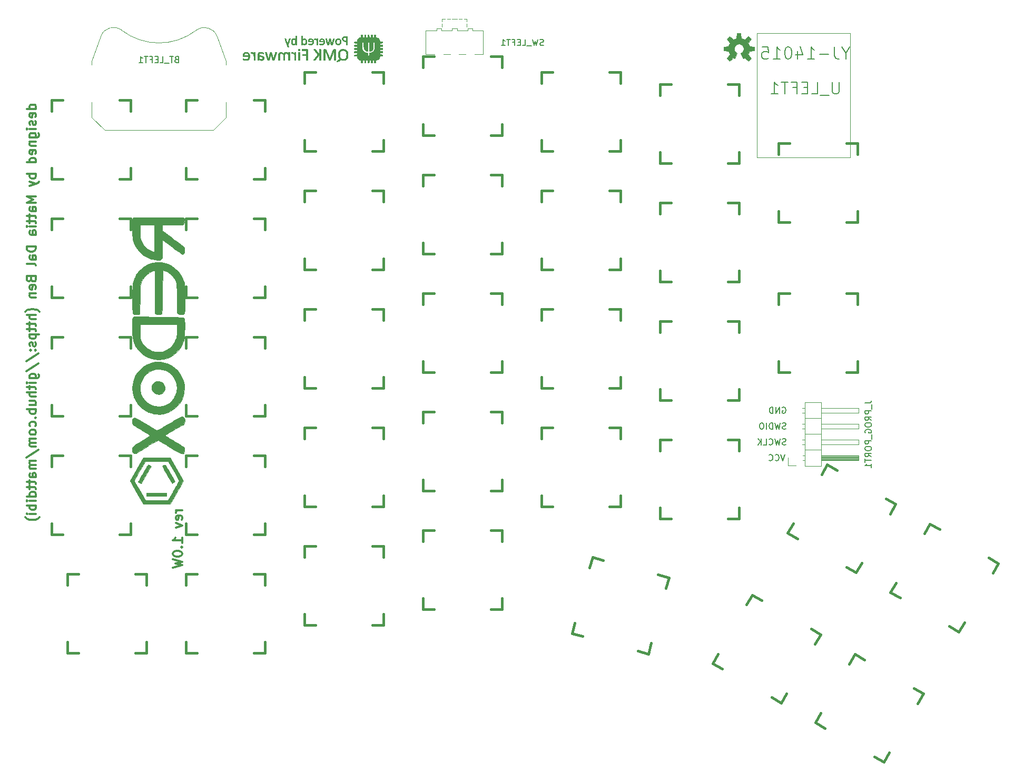
<source format=gbo>
G04 #@! TF.GenerationSoftware,KiCad,Pcbnew,5.0.0-fee4fd1~66~ubuntu18.04.1*
G04 #@! TF.CreationDate,2018-08-26T10:56:49+02:00*
G04 #@! TF.ProjectId,redox_rev1,7265646F785F726576312E6B69636164,1.0*
G04 #@! TF.SameCoordinates,Original*
G04 #@! TF.FileFunction,Legend,Bot*
G04 #@! TF.FilePolarity,Positive*
%FSLAX46Y46*%
G04 Gerber Fmt 4.6, Leading zero omitted, Abs format (unit mm)*
G04 Created by KiCad (PCBNEW 5.0.0-fee4fd1~66~ubuntu18.04.1) date Sun Aug 26 10:56:49 2018*
%MOMM*%
%LPD*%
G01*
G04 APERTURE LIST*
%ADD10C,0.300000*%
%ADD11C,0.200000*%
%ADD12C,0.100000*%
%ADD13C,0.010000*%
%ADD14C,0.120000*%
%ADD15C,0.381000*%
%ADD16C,0.152400*%
%ADD17C,0.150000*%
G04 APERTURE END LIST*
D10*
X106088571Y-126274285D02*
X105088571Y-126274285D01*
X105374285Y-126274285D02*
X105231428Y-126345714D01*
X105160000Y-126417142D01*
X105088571Y-126560000D01*
X105088571Y-126702857D01*
X106017142Y-127774285D02*
X106088571Y-127631428D01*
X106088571Y-127345714D01*
X106017142Y-127202857D01*
X105874285Y-127131428D01*
X105302857Y-127131428D01*
X105160000Y-127202857D01*
X105088571Y-127345714D01*
X105088571Y-127631428D01*
X105160000Y-127774285D01*
X105302857Y-127845714D01*
X105445714Y-127845714D01*
X105588571Y-127131428D01*
X105088571Y-128345714D02*
X106088571Y-128702857D01*
X105088571Y-129060000D01*
X106088571Y-131560000D02*
X106088571Y-130702857D01*
X106088571Y-131131428D02*
X104588571Y-131131428D01*
X104802857Y-130988571D01*
X104945714Y-130845714D01*
X105017142Y-130702857D01*
X105945714Y-132202857D02*
X106017142Y-132274285D01*
X106088571Y-132202857D01*
X106017142Y-132131428D01*
X105945714Y-132202857D01*
X106088571Y-132202857D01*
X104588571Y-133202857D02*
X104588571Y-133345714D01*
X104660000Y-133488571D01*
X104731428Y-133560000D01*
X104874285Y-133631428D01*
X105160000Y-133702857D01*
X105517142Y-133702857D01*
X105802857Y-133631428D01*
X105945714Y-133560000D01*
X106017142Y-133488571D01*
X106088571Y-133345714D01*
X106088571Y-133202857D01*
X106017142Y-133060000D01*
X105945714Y-132988571D01*
X105802857Y-132917142D01*
X105517142Y-132845714D01*
X105160000Y-132845714D01*
X104874285Y-132917142D01*
X104731428Y-132988571D01*
X104660000Y-133060000D01*
X104588571Y-133202857D01*
X104588571Y-134202857D02*
X106088571Y-134560000D01*
X105017142Y-134845714D01*
X106088571Y-135131428D01*
X104588571Y-135488571D01*
D11*
X202562095Y-109736000D02*
X202657333Y-109688380D01*
X202800190Y-109688380D01*
X202943047Y-109736000D01*
X203038285Y-109831238D01*
X203085904Y-109926476D01*
X203133523Y-110116952D01*
X203133523Y-110259809D01*
X203085904Y-110450285D01*
X203038285Y-110545523D01*
X202943047Y-110640761D01*
X202800190Y-110688380D01*
X202704952Y-110688380D01*
X202562095Y-110640761D01*
X202514476Y-110593142D01*
X202514476Y-110259809D01*
X202704952Y-110259809D01*
X202085904Y-110688380D02*
X202085904Y-109688380D01*
X201514476Y-110688380D01*
X201514476Y-109688380D01*
X201038285Y-110688380D02*
X201038285Y-109688380D01*
X200800190Y-109688380D01*
X200657333Y-109736000D01*
X200562095Y-109831238D01*
X200514476Y-109926476D01*
X200466857Y-110116952D01*
X200466857Y-110259809D01*
X200514476Y-110450285D01*
X200562095Y-110545523D01*
X200657333Y-110640761D01*
X200800190Y-110688380D01*
X201038285Y-110688380D01*
X203133523Y-113180761D02*
X202990666Y-113228380D01*
X202752571Y-113228380D01*
X202657333Y-113180761D01*
X202609714Y-113133142D01*
X202562095Y-113037904D01*
X202562095Y-112942666D01*
X202609714Y-112847428D01*
X202657333Y-112799809D01*
X202752571Y-112752190D01*
X202943047Y-112704571D01*
X203038285Y-112656952D01*
X203085904Y-112609333D01*
X203133523Y-112514095D01*
X203133523Y-112418857D01*
X203085904Y-112323619D01*
X203038285Y-112276000D01*
X202943047Y-112228380D01*
X202704952Y-112228380D01*
X202562095Y-112276000D01*
X202228761Y-112228380D02*
X201990666Y-113228380D01*
X201800190Y-112514095D01*
X201609714Y-113228380D01*
X201371619Y-112228380D01*
X200990666Y-113228380D02*
X200990666Y-112228380D01*
X200752571Y-112228380D01*
X200609714Y-112276000D01*
X200514476Y-112371238D01*
X200466857Y-112466476D01*
X200419238Y-112656952D01*
X200419238Y-112799809D01*
X200466857Y-112990285D01*
X200514476Y-113085523D01*
X200609714Y-113180761D01*
X200752571Y-113228380D01*
X200990666Y-113228380D01*
X199990666Y-113228380D02*
X199990666Y-112228380D01*
X199324000Y-112228380D02*
X199133523Y-112228380D01*
X199038285Y-112276000D01*
X198943047Y-112371238D01*
X198895428Y-112561714D01*
X198895428Y-112895047D01*
X198943047Y-113085523D01*
X199038285Y-113180761D01*
X199133523Y-113228380D01*
X199324000Y-113228380D01*
X199419238Y-113180761D01*
X199514476Y-113085523D01*
X199562095Y-112895047D01*
X199562095Y-112561714D01*
X199514476Y-112371238D01*
X199419238Y-112276000D01*
X199324000Y-112228380D01*
X203133523Y-115720761D02*
X202990666Y-115768380D01*
X202752571Y-115768380D01*
X202657333Y-115720761D01*
X202609714Y-115673142D01*
X202562095Y-115577904D01*
X202562095Y-115482666D01*
X202609714Y-115387428D01*
X202657333Y-115339809D01*
X202752571Y-115292190D01*
X202943047Y-115244571D01*
X203038285Y-115196952D01*
X203085904Y-115149333D01*
X203133523Y-115054095D01*
X203133523Y-114958857D01*
X203085904Y-114863619D01*
X203038285Y-114816000D01*
X202943047Y-114768380D01*
X202704952Y-114768380D01*
X202562095Y-114816000D01*
X202228761Y-114768380D02*
X201990666Y-115768380D01*
X201800190Y-115054095D01*
X201609714Y-115768380D01*
X201371619Y-114768380D01*
X200419238Y-115673142D02*
X200466857Y-115720761D01*
X200609714Y-115768380D01*
X200704952Y-115768380D01*
X200847809Y-115720761D01*
X200943047Y-115625523D01*
X200990666Y-115530285D01*
X201038285Y-115339809D01*
X201038285Y-115196952D01*
X200990666Y-115006476D01*
X200943047Y-114911238D01*
X200847809Y-114816000D01*
X200704952Y-114768380D01*
X200609714Y-114768380D01*
X200466857Y-114816000D01*
X200419238Y-114863619D01*
X199514476Y-115768380D02*
X199990666Y-115768380D01*
X199990666Y-114768380D01*
X199181142Y-115768380D02*
X199181142Y-114768380D01*
X198609714Y-115768380D02*
X199038285Y-115196952D01*
X198609714Y-114768380D02*
X199181142Y-115339809D01*
X202974761Y-117308380D02*
X202641428Y-118308380D01*
X202308095Y-117308380D01*
X201403333Y-118213142D02*
X201450952Y-118260761D01*
X201593809Y-118308380D01*
X201689047Y-118308380D01*
X201831904Y-118260761D01*
X201927142Y-118165523D01*
X201974761Y-118070285D01*
X202022380Y-117879809D01*
X202022380Y-117736952D01*
X201974761Y-117546476D01*
X201927142Y-117451238D01*
X201831904Y-117356000D01*
X201689047Y-117308380D01*
X201593809Y-117308380D01*
X201450952Y-117356000D01*
X201403333Y-117403619D01*
X200403333Y-118213142D02*
X200450952Y-118260761D01*
X200593809Y-118308380D01*
X200689047Y-118308380D01*
X200831904Y-118260761D01*
X200927142Y-118165523D01*
X200974761Y-118070285D01*
X201022380Y-117879809D01*
X201022380Y-117736952D01*
X200974761Y-117546476D01*
X200927142Y-117451238D01*
X200831904Y-117356000D01*
X200689047Y-117308380D01*
X200593809Y-117308380D01*
X200450952Y-117356000D01*
X200403333Y-117403619D01*
D10*
X82593571Y-61773714D02*
X81093571Y-61773714D01*
X82522142Y-61773714D02*
X82593571Y-61630857D01*
X82593571Y-61345142D01*
X82522142Y-61202285D01*
X82450714Y-61130857D01*
X82307857Y-61059428D01*
X81879285Y-61059428D01*
X81736428Y-61130857D01*
X81665000Y-61202285D01*
X81593571Y-61345142D01*
X81593571Y-61630857D01*
X81665000Y-61773714D01*
X82522142Y-63059428D02*
X82593571Y-62916571D01*
X82593571Y-62630857D01*
X82522142Y-62488000D01*
X82379285Y-62416571D01*
X81807857Y-62416571D01*
X81665000Y-62488000D01*
X81593571Y-62630857D01*
X81593571Y-62916571D01*
X81665000Y-63059428D01*
X81807857Y-63130857D01*
X81950714Y-63130857D01*
X82093571Y-62416571D01*
X82522142Y-63702285D02*
X82593571Y-63845142D01*
X82593571Y-64130857D01*
X82522142Y-64273714D01*
X82379285Y-64345142D01*
X82307857Y-64345142D01*
X82165000Y-64273714D01*
X82093571Y-64130857D01*
X82093571Y-63916571D01*
X82022142Y-63773714D01*
X81879285Y-63702285D01*
X81807857Y-63702285D01*
X81665000Y-63773714D01*
X81593571Y-63916571D01*
X81593571Y-64130857D01*
X81665000Y-64273714D01*
X82593571Y-64988000D02*
X81593571Y-64988000D01*
X81093571Y-64988000D02*
X81165000Y-64916571D01*
X81236428Y-64988000D01*
X81165000Y-65059428D01*
X81093571Y-64988000D01*
X81236428Y-64988000D01*
X81593571Y-66345142D02*
X82807857Y-66345142D01*
X82950714Y-66273714D01*
X83022142Y-66202285D01*
X83093571Y-66059428D01*
X83093571Y-65845142D01*
X83022142Y-65702285D01*
X82522142Y-66345142D02*
X82593571Y-66202285D01*
X82593571Y-65916571D01*
X82522142Y-65773714D01*
X82450714Y-65702285D01*
X82307857Y-65630857D01*
X81879285Y-65630857D01*
X81736428Y-65702285D01*
X81665000Y-65773714D01*
X81593571Y-65916571D01*
X81593571Y-66202285D01*
X81665000Y-66345142D01*
X81593571Y-67059428D02*
X82593571Y-67059428D01*
X81736428Y-67059428D02*
X81665000Y-67130857D01*
X81593571Y-67273714D01*
X81593571Y-67488000D01*
X81665000Y-67630857D01*
X81807857Y-67702285D01*
X82593571Y-67702285D01*
X82522142Y-68988000D02*
X82593571Y-68845142D01*
X82593571Y-68559428D01*
X82522142Y-68416571D01*
X82379285Y-68345142D01*
X81807857Y-68345142D01*
X81665000Y-68416571D01*
X81593571Y-68559428D01*
X81593571Y-68845142D01*
X81665000Y-68988000D01*
X81807857Y-69059428D01*
X81950714Y-69059428D01*
X82093571Y-68345142D01*
X82593571Y-70345142D02*
X81093571Y-70345142D01*
X82522142Y-70345142D02*
X82593571Y-70202285D01*
X82593571Y-69916571D01*
X82522142Y-69773714D01*
X82450714Y-69702285D01*
X82307857Y-69630857D01*
X81879285Y-69630857D01*
X81736428Y-69702285D01*
X81665000Y-69773714D01*
X81593571Y-69916571D01*
X81593571Y-70202285D01*
X81665000Y-70345142D01*
X82593571Y-72202285D02*
X81093571Y-72202285D01*
X81665000Y-72202285D02*
X81593571Y-72345142D01*
X81593571Y-72630857D01*
X81665000Y-72773714D01*
X81736428Y-72845142D01*
X81879285Y-72916571D01*
X82307857Y-72916571D01*
X82450714Y-72845142D01*
X82522142Y-72773714D01*
X82593571Y-72630857D01*
X82593571Y-72345142D01*
X82522142Y-72202285D01*
X81593571Y-73416571D02*
X82593571Y-73773714D01*
X81593571Y-74130857D02*
X82593571Y-73773714D01*
X82950714Y-73630857D01*
X83022142Y-73559428D01*
X83093571Y-73416571D01*
X82593571Y-75845142D02*
X81093571Y-75845142D01*
X82165000Y-76345142D01*
X81093571Y-76845142D01*
X82593571Y-76845142D01*
X82593571Y-78202285D02*
X81807857Y-78202285D01*
X81665000Y-78130857D01*
X81593571Y-77988000D01*
X81593571Y-77702285D01*
X81665000Y-77559428D01*
X82522142Y-78202285D02*
X82593571Y-78059428D01*
X82593571Y-77702285D01*
X82522142Y-77559428D01*
X82379285Y-77488000D01*
X82236428Y-77488000D01*
X82093571Y-77559428D01*
X82022142Y-77702285D01*
X82022142Y-78059428D01*
X81950714Y-78202285D01*
X81593571Y-78702285D02*
X81593571Y-79273714D01*
X81093571Y-78916571D02*
X82379285Y-78916571D01*
X82522142Y-78988000D01*
X82593571Y-79130857D01*
X82593571Y-79273714D01*
X81593571Y-79559428D02*
X81593571Y-80130857D01*
X81093571Y-79773714D02*
X82379285Y-79773714D01*
X82522142Y-79845142D01*
X82593571Y-79988000D01*
X82593571Y-80130857D01*
X82593571Y-80630857D02*
X81593571Y-80630857D01*
X81093571Y-80630857D02*
X81165000Y-80559428D01*
X81236428Y-80630857D01*
X81165000Y-80702285D01*
X81093571Y-80630857D01*
X81236428Y-80630857D01*
X82593571Y-81988000D02*
X81807857Y-81988000D01*
X81665000Y-81916571D01*
X81593571Y-81773714D01*
X81593571Y-81488000D01*
X81665000Y-81345142D01*
X82522142Y-81988000D02*
X82593571Y-81845142D01*
X82593571Y-81488000D01*
X82522142Y-81345142D01*
X82379285Y-81273714D01*
X82236428Y-81273714D01*
X82093571Y-81345142D01*
X82022142Y-81488000D01*
X82022142Y-81845142D01*
X81950714Y-81988000D01*
X82593571Y-83845142D02*
X81093571Y-83845142D01*
X81093571Y-84202285D01*
X81165000Y-84416571D01*
X81307857Y-84559428D01*
X81450714Y-84630857D01*
X81736428Y-84702285D01*
X81950714Y-84702285D01*
X82236428Y-84630857D01*
X82379285Y-84559428D01*
X82522142Y-84416571D01*
X82593571Y-84202285D01*
X82593571Y-83845142D01*
X82593571Y-85988000D02*
X81807857Y-85988000D01*
X81665000Y-85916571D01*
X81593571Y-85773714D01*
X81593571Y-85488000D01*
X81665000Y-85345142D01*
X82522142Y-85988000D02*
X82593571Y-85845142D01*
X82593571Y-85488000D01*
X82522142Y-85345142D01*
X82379285Y-85273714D01*
X82236428Y-85273714D01*
X82093571Y-85345142D01*
X82022142Y-85488000D01*
X82022142Y-85845142D01*
X81950714Y-85988000D01*
X82593571Y-86916571D02*
X82522142Y-86773714D01*
X82379285Y-86702285D01*
X81093571Y-86702285D01*
X81807857Y-89130857D02*
X81879285Y-89345142D01*
X81950714Y-89416571D01*
X82093571Y-89488000D01*
X82307857Y-89488000D01*
X82450714Y-89416571D01*
X82522142Y-89345142D01*
X82593571Y-89202285D01*
X82593571Y-88630857D01*
X81093571Y-88630857D01*
X81093571Y-89130857D01*
X81165000Y-89273714D01*
X81236428Y-89345142D01*
X81379285Y-89416571D01*
X81522142Y-89416571D01*
X81665000Y-89345142D01*
X81736428Y-89273714D01*
X81807857Y-89130857D01*
X81807857Y-88630857D01*
X82522142Y-90702285D02*
X82593571Y-90559428D01*
X82593571Y-90273714D01*
X82522142Y-90130857D01*
X82379285Y-90059428D01*
X81807857Y-90059428D01*
X81665000Y-90130857D01*
X81593571Y-90273714D01*
X81593571Y-90559428D01*
X81665000Y-90702285D01*
X81807857Y-90773714D01*
X81950714Y-90773714D01*
X82093571Y-90059428D01*
X81593571Y-91416571D02*
X82593571Y-91416571D01*
X81736428Y-91416571D02*
X81665000Y-91488000D01*
X81593571Y-91630857D01*
X81593571Y-91845142D01*
X81665000Y-91988000D01*
X81807857Y-92059428D01*
X82593571Y-92059428D01*
X83165000Y-94345142D02*
X83093571Y-94273714D01*
X82879285Y-94130857D01*
X82736428Y-94059428D01*
X82522142Y-93988000D01*
X82165000Y-93916571D01*
X81879285Y-93916571D01*
X81522142Y-93988000D01*
X81307857Y-94059428D01*
X81165000Y-94130857D01*
X80950714Y-94273714D01*
X80879285Y-94345142D01*
X82593571Y-94916571D02*
X81093571Y-94916571D01*
X82593571Y-95559428D02*
X81807857Y-95559428D01*
X81665000Y-95488000D01*
X81593571Y-95345142D01*
X81593571Y-95130857D01*
X81665000Y-94988000D01*
X81736428Y-94916571D01*
X81593571Y-96059428D02*
X81593571Y-96630857D01*
X81093571Y-96273714D02*
X82379285Y-96273714D01*
X82522142Y-96345142D01*
X82593571Y-96488000D01*
X82593571Y-96630857D01*
X81593571Y-96916571D02*
X81593571Y-97488000D01*
X81093571Y-97130857D02*
X82379285Y-97130857D01*
X82522142Y-97202285D01*
X82593571Y-97345142D01*
X82593571Y-97488000D01*
X81593571Y-97988000D02*
X83093571Y-97988000D01*
X81665000Y-97988000D02*
X81593571Y-98130857D01*
X81593571Y-98416571D01*
X81665000Y-98559428D01*
X81736428Y-98630857D01*
X81879285Y-98702285D01*
X82307857Y-98702285D01*
X82450714Y-98630857D01*
X82522142Y-98559428D01*
X82593571Y-98416571D01*
X82593571Y-98130857D01*
X82522142Y-97988000D01*
X82522142Y-99273714D02*
X82593571Y-99416571D01*
X82593571Y-99702285D01*
X82522142Y-99845142D01*
X82379285Y-99916571D01*
X82307857Y-99916571D01*
X82165000Y-99845142D01*
X82093571Y-99702285D01*
X82093571Y-99488000D01*
X82022142Y-99345142D01*
X81879285Y-99273714D01*
X81807857Y-99273714D01*
X81665000Y-99345142D01*
X81593571Y-99488000D01*
X81593571Y-99702285D01*
X81665000Y-99845142D01*
X82450714Y-100559428D02*
X82522142Y-100630857D01*
X82593571Y-100559428D01*
X82522142Y-100488000D01*
X82450714Y-100559428D01*
X82593571Y-100559428D01*
X81665000Y-100559428D02*
X81736428Y-100630857D01*
X81807857Y-100559428D01*
X81736428Y-100488000D01*
X81665000Y-100559428D01*
X81807857Y-100559428D01*
X81022142Y-102345142D02*
X82950714Y-101059428D01*
X81022142Y-103916571D02*
X82950714Y-102630857D01*
X81593571Y-105059428D02*
X82807857Y-105059428D01*
X82950714Y-104988000D01*
X83022142Y-104916571D01*
X83093571Y-104773714D01*
X83093571Y-104559428D01*
X83022142Y-104416571D01*
X82522142Y-105059428D02*
X82593571Y-104916571D01*
X82593571Y-104630857D01*
X82522142Y-104488000D01*
X82450714Y-104416571D01*
X82307857Y-104345142D01*
X81879285Y-104345142D01*
X81736428Y-104416571D01*
X81665000Y-104488000D01*
X81593571Y-104630857D01*
X81593571Y-104916571D01*
X81665000Y-105059428D01*
X82593571Y-105773714D02*
X81593571Y-105773714D01*
X81093571Y-105773714D02*
X81165000Y-105702285D01*
X81236428Y-105773714D01*
X81165000Y-105845142D01*
X81093571Y-105773714D01*
X81236428Y-105773714D01*
X81593571Y-106273714D02*
X81593571Y-106845142D01*
X81093571Y-106488000D02*
X82379285Y-106488000D01*
X82522142Y-106559428D01*
X82593571Y-106702285D01*
X82593571Y-106845142D01*
X82593571Y-107345142D02*
X81093571Y-107345142D01*
X82593571Y-107988000D02*
X81807857Y-107988000D01*
X81665000Y-107916571D01*
X81593571Y-107773714D01*
X81593571Y-107559428D01*
X81665000Y-107416571D01*
X81736428Y-107345142D01*
X81593571Y-109345142D02*
X82593571Y-109345142D01*
X81593571Y-108702285D02*
X82379285Y-108702285D01*
X82522142Y-108773714D01*
X82593571Y-108916571D01*
X82593571Y-109130857D01*
X82522142Y-109273714D01*
X82450714Y-109345142D01*
X82593571Y-110059428D02*
X81093571Y-110059428D01*
X81665000Y-110059428D02*
X81593571Y-110202285D01*
X81593571Y-110488000D01*
X81665000Y-110630857D01*
X81736428Y-110702285D01*
X81879285Y-110773714D01*
X82307857Y-110773714D01*
X82450714Y-110702285D01*
X82522142Y-110630857D01*
X82593571Y-110488000D01*
X82593571Y-110202285D01*
X82522142Y-110059428D01*
X82450714Y-111416571D02*
X82522142Y-111488000D01*
X82593571Y-111416571D01*
X82522142Y-111345142D01*
X82450714Y-111416571D01*
X82593571Y-111416571D01*
X82522142Y-112773714D02*
X82593571Y-112630857D01*
X82593571Y-112345142D01*
X82522142Y-112202285D01*
X82450714Y-112130857D01*
X82307857Y-112059428D01*
X81879285Y-112059428D01*
X81736428Y-112130857D01*
X81665000Y-112202285D01*
X81593571Y-112345142D01*
X81593571Y-112630857D01*
X81665000Y-112773714D01*
X82593571Y-113630857D02*
X82522142Y-113488000D01*
X82450714Y-113416571D01*
X82307857Y-113345142D01*
X81879285Y-113345142D01*
X81736428Y-113416571D01*
X81665000Y-113488000D01*
X81593571Y-113630857D01*
X81593571Y-113845142D01*
X81665000Y-113988000D01*
X81736428Y-114059428D01*
X81879285Y-114130857D01*
X82307857Y-114130857D01*
X82450714Y-114059428D01*
X82522142Y-113988000D01*
X82593571Y-113845142D01*
X82593571Y-113630857D01*
X82593571Y-114773714D02*
X81593571Y-114773714D01*
X81736428Y-114773714D02*
X81665000Y-114845142D01*
X81593571Y-114988000D01*
X81593571Y-115202285D01*
X81665000Y-115345142D01*
X81807857Y-115416571D01*
X82593571Y-115416571D01*
X81807857Y-115416571D02*
X81665000Y-115488000D01*
X81593571Y-115630857D01*
X81593571Y-115845142D01*
X81665000Y-115988000D01*
X81807857Y-116059428D01*
X82593571Y-116059428D01*
X81022142Y-117845142D02*
X82950714Y-116559428D01*
X82593571Y-118345142D02*
X81593571Y-118345142D01*
X81736428Y-118345142D02*
X81665000Y-118416571D01*
X81593571Y-118559428D01*
X81593571Y-118773714D01*
X81665000Y-118916571D01*
X81807857Y-118988000D01*
X82593571Y-118988000D01*
X81807857Y-118988000D02*
X81665000Y-119059428D01*
X81593571Y-119202285D01*
X81593571Y-119416571D01*
X81665000Y-119559428D01*
X81807857Y-119630857D01*
X82593571Y-119630857D01*
X82593571Y-120988000D02*
X81807857Y-120988000D01*
X81665000Y-120916571D01*
X81593571Y-120773714D01*
X81593571Y-120488000D01*
X81665000Y-120345142D01*
X82522142Y-120988000D02*
X82593571Y-120845142D01*
X82593571Y-120488000D01*
X82522142Y-120345142D01*
X82379285Y-120273714D01*
X82236428Y-120273714D01*
X82093571Y-120345142D01*
X82022142Y-120488000D01*
X82022142Y-120845142D01*
X81950714Y-120988000D01*
X81593571Y-121488000D02*
X81593571Y-122059428D01*
X81093571Y-121702285D02*
X82379285Y-121702285D01*
X82522142Y-121773714D01*
X82593571Y-121916571D01*
X82593571Y-122059428D01*
X81593571Y-122345142D02*
X81593571Y-122916571D01*
X81093571Y-122559428D02*
X82379285Y-122559428D01*
X82522142Y-122630857D01*
X82593571Y-122773714D01*
X82593571Y-122916571D01*
X82593571Y-124059428D02*
X81093571Y-124059428D01*
X82522142Y-124059428D02*
X82593571Y-123916571D01*
X82593571Y-123630857D01*
X82522142Y-123488000D01*
X82450714Y-123416571D01*
X82307857Y-123345142D01*
X81879285Y-123345142D01*
X81736428Y-123416571D01*
X81665000Y-123488000D01*
X81593571Y-123630857D01*
X81593571Y-123916571D01*
X81665000Y-124059428D01*
X82593571Y-124773714D02*
X81593571Y-124773714D01*
X81093571Y-124773714D02*
X81165000Y-124702285D01*
X81236428Y-124773714D01*
X81165000Y-124845142D01*
X81093571Y-124773714D01*
X81236428Y-124773714D01*
X82593571Y-125488000D02*
X81093571Y-125488000D01*
X81665000Y-125488000D02*
X81593571Y-125630857D01*
X81593571Y-125916571D01*
X81665000Y-126059428D01*
X81736428Y-126130857D01*
X81879285Y-126202285D01*
X82307857Y-126202285D01*
X82450714Y-126130857D01*
X82522142Y-126059428D01*
X82593571Y-125916571D01*
X82593571Y-125630857D01*
X82522142Y-125488000D01*
X82593571Y-126845142D02*
X81593571Y-126845142D01*
X81093571Y-126845142D02*
X81165000Y-126773714D01*
X81236428Y-126845142D01*
X81165000Y-126916571D01*
X81093571Y-126845142D01*
X81236428Y-126845142D01*
X83165000Y-127416571D02*
X83093571Y-127488000D01*
X82879285Y-127630857D01*
X82736428Y-127702285D01*
X82522142Y-127773714D01*
X82165000Y-127845142D01*
X81879285Y-127845142D01*
X81522142Y-127773714D01*
X81307857Y-127702285D01*
X81165000Y-127630857D01*
X80950714Y-127488000D01*
X80879285Y-127416571D01*
D12*
G04 #@! TO.C,U_LEFT1*
X213492080Y-49596040D02*
X213492080Y-69596000D01*
X198495920Y-49596040D02*
X213492080Y-49596040D01*
X198495920Y-69596000D02*
X198495920Y-49596040D01*
X213492080Y-69596000D02*
X198495920Y-69596000D01*
D13*
G04 #@! TO.C,*
G36*
X194924680Y-53657500D02*
X194670680Y-53525420D01*
X194043300Y-54038500D01*
X193611500Y-53606700D01*
X194124580Y-52979320D01*
X193992500Y-52725320D01*
X193906140Y-52456080D01*
X193100960Y-52372260D01*
X193100960Y-51767740D01*
X193906140Y-51683920D01*
X193992500Y-51414680D01*
X194124580Y-51160680D01*
X193611500Y-50533300D01*
X194043300Y-50101500D01*
X194670680Y-50614580D01*
X194924680Y-50482500D01*
X195193920Y-50396140D01*
X195277740Y-49590960D01*
X195882260Y-49590960D01*
X195966080Y-50396140D01*
X196235320Y-50482500D01*
X196489320Y-50614580D01*
X197116700Y-50101500D01*
X197548500Y-50533300D01*
X197035420Y-51160680D01*
X197167500Y-51414680D01*
X197253860Y-51683920D01*
X198059040Y-51767740D01*
X198059040Y-52372260D01*
X197253860Y-52456080D01*
X197167500Y-52725320D01*
X197035420Y-52979320D01*
X197548500Y-53606700D01*
X197116700Y-54038500D01*
X196489320Y-53525420D01*
X196235320Y-53657500D01*
X195877180Y-52791360D01*
X196011800Y-52717700D01*
X196131180Y-52621180D01*
X196227700Y-52501800D01*
X196301360Y-52367180D01*
X196344540Y-52222400D01*
X196359780Y-52070000D01*
X196344540Y-51912520D01*
X196293740Y-51757580D01*
X196215000Y-51620420D01*
X196110860Y-51498500D01*
X195981320Y-51401980D01*
X195836540Y-51333400D01*
X195681600Y-51297840D01*
X195524120Y-51292760D01*
X195364100Y-51320700D01*
X195216780Y-51381660D01*
X195082160Y-51470560D01*
X194970400Y-51584860D01*
X194884040Y-51719480D01*
X194825620Y-51869340D01*
X194800220Y-52026820D01*
X194807840Y-52184300D01*
X194848480Y-52339240D01*
X194919600Y-52484020D01*
X195018660Y-52611020D01*
X195140580Y-52715160D01*
X195282820Y-52791360D01*
X194924680Y-53657500D01*
G37*
X194924680Y-53657500D02*
X194670680Y-53525420D01*
X194043300Y-54038500D01*
X193611500Y-53606700D01*
X194124580Y-52979320D01*
X193992500Y-52725320D01*
X193906140Y-52456080D01*
X193100960Y-52372260D01*
X193100960Y-51767740D01*
X193906140Y-51683920D01*
X193992500Y-51414680D01*
X194124580Y-51160680D01*
X193611500Y-50533300D01*
X194043300Y-50101500D01*
X194670680Y-50614580D01*
X194924680Y-50482500D01*
X195193920Y-50396140D01*
X195277740Y-49590960D01*
X195882260Y-49590960D01*
X195966080Y-50396140D01*
X196235320Y-50482500D01*
X196489320Y-50614580D01*
X197116700Y-50101500D01*
X197548500Y-50533300D01*
X197035420Y-51160680D01*
X197167500Y-51414680D01*
X197253860Y-51683920D01*
X198059040Y-51767740D01*
X198059040Y-52372260D01*
X197253860Y-52456080D01*
X197167500Y-52725320D01*
X197035420Y-52979320D01*
X197548500Y-53606700D01*
X197116700Y-54038500D01*
X196489320Y-53525420D01*
X196235320Y-53657500D01*
X195877180Y-52791360D01*
X196011800Y-52717700D01*
X196131180Y-52621180D01*
X196227700Y-52501800D01*
X196301360Y-52367180D01*
X196344540Y-52222400D01*
X196359780Y-52070000D01*
X196344540Y-51912520D01*
X196293740Y-51757580D01*
X196215000Y-51620420D01*
X196110860Y-51498500D01*
X195981320Y-51401980D01*
X195836540Y-51333400D01*
X195681600Y-51297840D01*
X195524120Y-51292760D01*
X195364100Y-51320700D01*
X195216780Y-51381660D01*
X195082160Y-51470560D01*
X194970400Y-51584860D01*
X194884040Y-51719480D01*
X194825620Y-51869340D01*
X194800220Y-52026820D01*
X194807840Y-52184300D01*
X194848480Y-52339240D01*
X194919600Y-52484020D01*
X195018660Y-52611020D01*
X195140580Y-52715160D01*
X195282820Y-52791360D01*
X194924680Y-53657500D01*
G04 #@! TO.C,G\002A\002A\002A*
G36*
X136943822Y-50274148D02*
X136802795Y-50268420D01*
X136661769Y-50262692D01*
X136652000Y-50038000D01*
X136642230Y-49813308D01*
X136427307Y-49813308D01*
X136416283Y-50274148D01*
X136275257Y-50268420D01*
X136134230Y-50262692D01*
X136114692Y-49813308D01*
X135899769Y-49813308D01*
X135888745Y-50274148D01*
X135747719Y-50268420D01*
X135606692Y-50262692D01*
X135587154Y-49813308D01*
X135372230Y-49813308D01*
X135366719Y-50043728D01*
X135361207Y-50274148D01*
X135220180Y-50268420D01*
X135079154Y-50262692D01*
X135069384Y-50038000D01*
X135059615Y-49813308D01*
X134844692Y-49813308D01*
X134839187Y-50042884D01*
X134833683Y-50272461D01*
X134740091Y-50272461D01*
X134600839Y-50290638D01*
X134475743Y-50342068D01*
X134369453Y-50422102D01*
X134286618Y-50526092D01*
X134231888Y-50649387D01*
X134209910Y-50787340D01*
X134209692Y-50802860D01*
X134209692Y-50896452D01*
X133980115Y-50901957D01*
X133750538Y-50907461D01*
X133744527Y-51013074D01*
X133745295Y-51089302D01*
X133758521Y-51129942D01*
X133764066Y-51134890D01*
X133793266Y-51141580D01*
X133852216Y-51146986D01*
X133931592Y-51150455D01*
X133999654Y-51151393D01*
X134209692Y-51151692D01*
X134209692Y-51423991D01*
X133980115Y-51429495D01*
X133750538Y-51435000D01*
X133744527Y-51540612D01*
X133745295Y-51616840D01*
X133758521Y-51657480D01*
X133764066Y-51662428D01*
X133793266Y-51669119D01*
X133852216Y-51674525D01*
X133931592Y-51677993D01*
X133999654Y-51678931D01*
X134209692Y-51679231D01*
X134209692Y-51951529D01*
X133980115Y-51957034D01*
X133750538Y-51962538D01*
X133744754Y-52072370D01*
X133743134Y-52124586D01*
X133748566Y-52161070D01*
X133766843Y-52184655D01*
X133803757Y-52198172D01*
X133865103Y-52204452D01*
X133956673Y-52206327D01*
X134019192Y-52206502D01*
X134209692Y-52206769D01*
X134209692Y-52479067D01*
X133750538Y-52490077D01*
X133744754Y-52599909D01*
X133743134Y-52652124D01*
X133748566Y-52688609D01*
X133766843Y-52712194D01*
X133803757Y-52725710D01*
X133865103Y-52731990D01*
X133956673Y-52733865D01*
X134019192Y-52734041D01*
X134209692Y-52734308D01*
X134209692Y-53006606D01*
X133980115Y-53012111D01*
X133750538Y-53017615D01*
X133744754Y-53127447D01*
X133743134Y-53179663D01*
X133748566Y-53216147D01*
X133766843Y-53239732D01*
X133803757Y-53253249D01*
X133865103Y-53259529D01*
X133956673Y-53261404D01*
X134019192Y-53261579D01*
X134209692Y-53261846D01*
X134209883Y-53364423D01*
X134228457Y-53498358D01*
X134280843Y-53619062D01*
X134362813Y-53722249D01*
X134470139Y-53803631D01*
X134598591Y-53858919D01*
X134720361Y-53882116D01*
X134834923Y-53892504D01*
X134834923Y-54102321D01*
X134836350Y-54207354D01*
X134842819Y-54279196D01*
X134857609Y-54323694D01*
X134883998Y-54346695D01*
X134925265Y-54354046D01*
X134975133Y-54352309D01*
X135059615Y-54346231D01*
X135069384Y-54121538D01*
X135079154Y-53896846D01*
X135220807Y-53891105D01*
X135362461Y-53885365D01*
X135362461Y-54098752D01*
X135363835Y-54204613D01*
X135370099Y-54277251D01*
X135384470Y-54322480D01*
X135410165Y-54346118D01*
X135450400Y-54353982D01*
X135502671Y-54352309D01*
X135587154Y-54346231D01*
X135592658Y-54116654D01*
X135598163Y-53887077D01*
X135890000Y-53887077D01*
X135890000Y-54099608D01*
X135891386Y-54205271D01*
X135897698Y-54277718D01*
X135912168Y-54322773D01*
X135938027Y-54346258D01*
X135978506Y-54353999D01*
X136030210Y-54352309D01*
X136114692Y-54346231D01*
X136120197Y-54116654D01*
X136125701Y-53887077D01*
X136417538Y-53887077D01*
X136417538Y-54099608D01*
X136418924Y-54205271D01*
X136425237Y-54277718D01*
X136439707Y-54322773D01*
X136465566Y-54346258D01*
X136506045Y-54353999D01*
X136557748Y-54352309D01*
X136642230Y-54346231D01*
X136653240Y-53887077D01*
X136945077Y-53887077D01*
X136945077Y-54098092D01*
X136947445Y-54210985D01*
X136954444Y-54288558D01*
X136965912Y-54329199D01*
X136968523Y-54332554D01*
X137000845Y-54346382D01*
X137053761Y-54354378D01*
X137110549Y-54355661D01*
X137154487Y-54349351D01*
X137166513Y-54342974D01*
X137171738Y-54319280D01*
X137175964Y-54264964D01*
X137178715Y-54188479D01*
X137179538Y-54111338D01*
X137179538Y-53892728D01*
X137305556Y-53880960D01*
X137456495Y-53849978D01*
X137583672Y-53788403D01*
X137685487Y-53697827D01*
X137760337Y-53579842D01*
X137806624Y-53436039D01*
X137816665Y-53372648D01*
X137829688Y-53261846D01*
X138023667Y-53261846D01*
X138131642Y-53260173D01*
X138206517Y-53253348D01*
X138254192Y-53238662D01*
X138280569Y-53213404D01*
X138291548Y-53174867D01*
X138293230Y-53138066D01*
X138288031Y-53080692D01*
X138275043Y-53038679D01*
X138269784Y-53031292D01*
X138236186Y-53019012D01*
X138165356Y-53011170D01*
X138058907Y-53007929D01*
X138035323Y-53007846D01*
X137824307Y-53007846D01*
X137824307Y-52734308D01*
X138020977Y-52734308D01*
X138129554Y-52732674D01*
X138205004Y-52725990D01*
X138253204Y-52711585D01*
X138280032Y-52686787D01*
X138291364Y-52648923D01*
X138293230Y-52610528D01*
X138288031Y-52553153D01*
X138275043Y-52511140D01*
X138269784Y-52503754D01*
X138236186Y-52491473D01*
X138165356Y-52483632D01*
X138058907Y-52480390D01*
X138035323Y-52480308D01*
X137824307Y-52480308D01*
X137824307Y-52206769D01*
X138020977Y-52206769D01*
X138129554Y-52205135D01*
X138205004Y-52198452D01*
X138253204Y-52184047D01*
X138280032Y-52159249D01*
X138291364Y-52121385D01*
X138293231Y-52082989D01*
X138288031Y-52025615D01*
X138275043Y-51983602D01*
X138269784Y-51976215D01*
X138236186Y-51963935D01*
X138165356Y-51956093D01*
X138058907Y-51952852D01*
X138035323Y-51952769D01*
X137824307Y-51952769D01*
X137824307Y-51702884D01*
X137039392Y-51702884D01*
X137039019Y-51841634D01*
X137036917Y-51950723D01*
X137032920Y-52034847D01*
X137026857Y-52098699D01*
X137018561Y-52146977D01*
X137015636Y-52159031D01*
X136955929Y-52315320D01*
X136865237Y-52448738D01*
X136745137Y-52558020D01*
X136597207Y-52641899D01*
X136423022Y-52699108D01*
X136319133Y-52718391D01*
X136163538Y-52740395D01*
X136163538Y-52938598D01*
X136160850Y-53050980D01*
X136152803Y-53125171D01*
X136139426Y-53160910D01*
X136139282Y-53161056D01*
X136102003Y-53175695D01*
X136032675Y-53180565D01*
X135997628Y-53179617D01*
X135880230Y-53173923D01*
X135874706Y-52954115D01*
X135871845Y-52858752D01*
X135868076Y-52795792D01*
X135862040Y-52758567D01*
X135852379Y-52740406D01*
X135837732Y-52734638D01*
X135829921Y-52734308D01*
X135764624Y-52727952D01*
X135676687Y-52711213D01*
X135580000Y-52687581D01*
X135488455Y-52660546D01*
X135415942Y-52633598D01*
X135400847Y-52626496D01*
X135296363Y-52558434D01*
X135195416Y-52466216D01*
X135111975Y-52363346D01*
X135087213Y-52323288D01*
X135057095Y-52266459D01*
X135033260Y-52212320D01*
X135014984Y-52155396D01*
X135001543Y-52090211D01*
X134992212Y-52011288D01*
X134986267Y-51913151D01*
X134982985Y-51790325D01*
X134981640Y-51637334D01*
X134981461Y-51523763D01*
X134981461Y-51006834D01*
X135049846Y-50992735D01*
X135119536Y-50986921D01*
X135186615Y-50992738D01*
X135255000Y-51006841D01*
X135266437Y-51523767D01*
X135271084Y-51693910D01*
X135276889Y-51840747D01*
X135283634Y-51960597D01*
X135291101Y-52049781D01*
X135299071Y-52104620D01*
X135301411Y-52113468D01*
X135358037Y-52227774D01*
X135445517Y-52326523D01*
X135557007Y-52404443D01*
X135685662Y-52456262D01*
X135767647Y-52472558D01*
X135869987Y-52485279D01*
X135875109Y-51746013D01*
X135880230Y-51006747D01*
X135948615Y-50992691D01*
X136018302Y-50986917D01*
X136085384Y-50992764D01*
X136153769Y-51006894D01*
X136158891Y-51745784D01*
X136164012Y-52484673D01*
X136256583Y-52471307D01*
X136403700Y-52433336D01*
X136530084Y-52366480D01*
X136631370Y-52273734D01*
X136698832Y-52167692D01*
X136711161Y-52138746D01*
X136720933Y-52107358D01*
X136728559Y-52068464D01*
X136734451Y-52017000D01*
X136739023Y-51947902D01*
X136742687Y-51856105D01*
X136745854Y-51736547D01*
X136748938Y-51584163D01*
X136749692Y-51543235D01*
X136759461Y-51006702D01*
X136827846Y-50992668D01*
X136897535Y-50986909D01*
X136964615Y-50992761D01*
X137033000Y-51006886D01*
X137038206Y-51529777D01*
X137039392Y-51702884D01*
X137824307Y-51702884D01*
X137824307Y-51679231D01*
X138020977Y-51679231D01*
X138129554Y-51677597D01*
X138205004Y-51670913D01*
X138253204Y-51656509D01*
X138280032Y-51631710D01*
X138291364Y-51593846D01*
X138293230Y-51555451D01*
X138288031Y-51498076D01*
X138275043Y-51456063D01*
X138269784Y-51448677D01*
X138236186Y-51436396D01*
X138165356Y-51428555D01*
X138058907Y-51425313D01*
X138035323Y-51425231D01*
X137824307Y-51425231D01*
X137824307Y-51151692D01*
X138020977Y-51151692D01*
X138129554Y-51150058D01*
X138205004Y-51143375D01*
X138253204Y-51128970D01*
X138280032Y-51104172D01*
X138291364Y-51066308D01*
X138293230Y-51027912D01*
X138288031Y-50970538D01*
X138275043Y-50928525D01*
X138269784Y-50921138D01*
X138236198Y-50908833D01*
X138165595Y-50900980D01*
X138059805Y-50897764D01*
X138038106Y-50897692D01*
X137829874Y-50897692D01*
X137817634Y-50780581D01*
X137797535Y-50662152D01*
X137761217Y-50566713D01*
X137702355Y-50479452D01*
X137676116Y-50449050D01*
X137579357Y-50362572D01*
X137469694Y-50306932D01*
X137337769Y-50277591D01*
X137318247Y-50275447D01*
X137189307Y-50262692D01*
X137169769Y-49813308D01*
X136954846Y-49813308D01*
X136943822Y-50274148D01*
X136943822Y-50274148D01*
G37*
X136943822Y-50274148D02*
X136802795Y-50268420D01*
X136661769Y-50262692D01*
X136652000Y-50038000D01*
X136642230Y-49813308D01*
X136427307Y-49813308D01*
X136416283Y-50274148D01*
X136275257Y-50268420D01*
X136134230Y-50262692D01*
X136114692Y-49813308D01*
X135899769Y-49813308D01*
X135888745Y-50274148D01*
X135747719Y-50268420D01*
X135606692Y-50262692D01*
X135587154Y-49813308D01*
X135372230Y-49813308D01*
X135366719Y-50043728D01*
X135361207Y-50274148D01*
X135220180Y-50268420D01*
X135079154Y-50262692D01*
X135069384Y-50038000D01*
X135059615Y-49813308D01*
X134844692Y-49813308D01*
X134839187Y-50042884D01*
X134833683Y-50272461D01*
X134740091Y-50272461D01*
X134600839Y-50290638D01*
X134475743Y-50342068D01*
X134369453Y-50422102D01*
X134286618Y-50526092D01*
X134231888Y-50649387D01*
X134209910Y-50787340D01*
X134209692Y-50802860D01*
X134209692Y-50896452D01*
X133980115Y-50901957D01*
X133750538Y-50907461D01*
X133744527Y-51013074D01*
X133745295Y-51089302D01*
X133758521Y-51129942D01*
X133764066Y-51134890D01*
X133793266Y-51141580D01*
X133852216Y-51146986D01*
X133931592Y-51150455D01*
X133999654Y-51151393D01*
X134209692Y-51151692D01*
X134209692Y-51423991D01*
X133980115Y-51429495D01*
X133750538Y-51435000D01*
X133744527Y-51540612D01*
X133745295Y-51616840D01*
X133758521Y-51657480D01*
X133764066Y-51662428D01*
X133793266Y-51669119D01*
X133852216Y-51674525D01*
X133931592Y-51677993D01*
X133999654Y-51678931D01*
X134209692Y-51679231D01*
X134209692Y-51951529D01*
X133980115Y-51957034D01*
X133750538Y-51962538D01*
X133744754Y-52072370D01*
X133743134Y-52124586D01*
X133748566Y-52161070D01*
X133766843Y-52184655D01*
X133803757Y-52198172D01*
X133865103Y-52204452D01*
X133956673Y-52206327D01*
X134019192Y-52206502D01*
X134209692Y-52206769D01*
X134209692Y-52479067D01*
X133750538Y-52490077D01*
X133744754Y-52599909D01*
X133743134Y-52652124D01*
X133748566Y-52688609D01*
X133766843Y-52712194D01*
X133803757Y-52725710D01*
X133865103Y-52731990D01*
X133956673Y-52733865D01*
X134019192Y-52734041D01*
X134209692Y-52734308D01*
X134209692Y-53006606D01*
X133980115Y-53012111D01*
X133750538Y-53017615D01*
X133744754Y-53127447D01*
X133743134Y-53179663D01*
X133748566Y-53216147D01*
X133766843Y-53239732D01*
X133803757Y-53253249D01*
X133865103Y-53259529D01*
X133956673Y-53261404D01*
X134019192Y-53261579D01*
X134209692Y-53261846D01*
X134209883Y-53364423D01*
X134228457Y-53498358D01*
X134280843Y-53619062D01*
X134362813Y-53722249D01*
X134470139Y-53803631D01*
X134598591Y-53858919D01*
X134720361Y-53882116D01*
X134834923Y-53892504D01*
X134834923Y-54102321D01*
X134836350Y-54207354D01*
X134842819Y-54279196D01*
X134857609Y-54323694D01*
X134883998Y-54346695D01*
X134925265Y-54354046D01*
X134975133Y-54352309D01*
X135059615Y-54346231D01*
X135069384Y-54121538D01*
X135079154Y-53896846D01*
X135220807Y-53891105D01*
X135362461Y-53885365D01*
X135362461Y-54098752D01*
X135363835Y-54204613D01*
X135370099Y-54277251D01*
X135384470Y-54322480D01*
X135410165Y-54346118D01*
X135450400Y-54353982D01*
X135502671Y-54352309D01*
X135587154Y-54346231D01*
X135592658Y-54116654D01*
X135598163Y-53887077D01*
X135890000Y-53887077D01*
X135890000Y-54099608D01*
X135891386Y-54205271D01*
X135897698Y-54277718D01*
X135912168Y-54322773D01*
X135938027Y-54346258D01*
X135978506Y-54353999D01*
X136030210Y-54352309D01*
X136114692Y-54346231D01*
X136120197Y-54116654D01*
X136125701Y-53887077D01*
X136417538Y-53887077D01*
X136417538Y-54099608D01*
X136418924Y-54205271D01*
X136425237Y-54277718D01*
X136439707Y-54322773D01*
X136465566Y-54346258D01*
X136506045Y-54353999D01*
X136557748Y-54352309D01*
X136642230Y-54346231D01*
X136653240Y-53887077D01*
X136945077Y-53887077D01*
X136945077Y-54098092D01*
X136947445Y-54210985D01*
X136954444Y-54288558D01*
X136965912Y-54329199D01*
X136968523Y-54332554D01*
X137000845Y-54346382D01*
X137053761Y-54354378D01*
X137110549Y-54355661D01*
X137154487Y-54349351D01*
X137166513Y-54342974D01*
X137171738Y-54319280D01*
X137175964Y-54264964D01*
X137178715Y-54188479D01*
X137179538Y-54111338D01*
X137179538Y-53892728D01*
X137305556Y-53880960D01*
X137456495Y-53849978D01*
X137583672Y-53788403D01*
X137685487Y-53697827D01*
X137760337Y-53579842D01*
X137806624Y-53436039D01*
X137816665Y-53372648D01*
X137829688Y-53261846D01*
X138023667Y-53261846D01*
X138131642Y-53260173D01*
X138206517Y-53253348D01*
X138254192Y-53238662D01*
X138280569Y-53213404D01*
X138291548Y-53174867D01*
X138293230Y-53138066D01*
X138288031Y-53080692D01*
X138275043Y-53038679D01*
X138269784Y-53031292D01*
X138236186Y-53019012D01*
X138165356Y-53011170D01*
X138058907Y-53007929D01*
X138035323Y-53007846D01*
X137824307Y-53007846D01*
X137824307Y-52734308D01*
X138020977Y-52734308D01*
X138129554Y-52732674D01*
X138205004Y-52725990D01*
X138253204Y-52711585D01*
X138280032Y-52686787D01*
X138291364Y-52648923D01*
X138293230Y-52610528D01*
X138288031Y-52553153D01*
X138275043Y-52511140D01*
X138269784Y-52503754D01*
X138236186Y-52491473D01*
X138165356Y-52483632D01*
X138058907Y-52480390D01*
X138035323Y-52480308D01*
X137824307Y-52480308D01*
X137824307Y-52206769D01*
X138020977Y-52206769D01*
X138129554Y-52205135D01*
X138205004Y-52198452D01*
X138253204Y-52184047D01*
X138280032Y-52159249D01*
X138291364Y-52121385D01*
X138293231Y-52082989D01*
X138288031Y-52025615D01*
X138275043Y-51983602D01*
X138269784Y-51976215D01*
X138236186Y-51963935D01*
X138165356Y-51956093D01*
X138058907Y-51952852D01*
X138035323Y-51952769D01*
X137824307Y-51952769D01*
X137824307Y-51702884D01*
X137039392Y-51702884D01*
X137039019Y-51841634D01*
X137036917Y-51950723D01*
X137032920Y-52034847D01*
X137026857Y-52098699D01*
X137018561Y-52146977D01*
X137015636Y-52159031D01*
X136955929Y-52315320D01*
X136865237Y-52448738D01*
X136745137Y-52558020D01*
X136597207Y-52641899D01*
X136423022Y-52699108D01*
X136319133Y-52718391D01*
X136163538Y-52740395D01*
X136163538Y-52938598D01*
X136160850Y-53050980D01*
X136152803Y-53125171D01*
X136139426Y-53160910D01*
X136139282Y-53161056D01*
X136102003Y-53175695D01*
X136032675Y-53180565D01*
X135997628Y-53179617D01*
X135880230Y-53173923D01*
X135874706Y-52954115D01*
X135871845Y-52858752D01*
X135868076Y-52795792D01*
X135862040Y-52758567D01*
X135852379Y-52740406D01*
X135837732Y-52734638D01*
X135829921Y-52734308D01*
X135764624Y-52727952D01*
X135676687Y-52711213D01*
X135580000Y-52687581D01*
X135488455Y-52660546D01*
X135415942Y-52633598D01*
X135400847Y-52626496D01*
X135296363Y-52558434D01*
X135195416Y-52466216D01*
X135111975Y-52363346D01*
X135087213Y-52323288D01*
X135057095Y-52266459D01*
X135033260Y-52212320D01*
X135014984Y-52155396D01*
X135001543Y-52090211D01*
X134992212Y-52011288D01*
X134986267Y-51913151D01*
X134982985Y-51790325D01*
X134981640Y-51637334D01*
X134981461Y-51523763D01*
X134981461Y-51006834D01*
X135049846Y-50992735D01*
X135119536Y-50986921D01*
X135186615Y-50992738D01*
X135255000Y-51006841D01*
X135266437Y-51523767D01*
X135271084Y-51693910D01*
X135276889Y-51840747D01*
X135283634Y-51960597D01*
X135291101Y-52049781D01*
X135299071Y-52104620D01*
X135301411Y-52113468D01*
X135358037Y-52227774D01*
X135445517Y-52326523D01*
X135557007Y-52404443D01*
X135685662Y-52456262D01*
X135767647Y-52472558D01*
X135869987Y-52485279D01*
X135875109Y-51746013D01*
X135880230Y-51006747D01*
X135948615Y-50992691D01*
X136018302Y-50986917D01*
X136085384Y-50992764D01*
X136153769Y-51006894D01*
X136158891Y-51745784D01*
X136164012Y-52484673D01*
X136256583Y-52471307D01*
X136403700Y-52433336D01*
X136530084Y-52366480D01*
X136631370Y-52273734D01*
X136698832Y-52167692D01*
X136711161Y-52138746D01*
X136720933Y-52107358D01*
X136728559Y-52068464D01*
X136734451Y-52017000D01*
X136739023Y-51947902D01*
X136742687Y-51856105D01*
X136745854Y-51736547D01*
X136748938Y-51584163D01*
X136749692Y-51543235D01*
X136759461Y-51006702D01*
X136827846Y-50992668D01*
X136897535Y-50986909D01*
X136964615Y-50992761D01*
X137033000Y-51006886D01*
X137038206Y-51529777D01*
X137039392Y-51702884D01*
X137824307Y-51702884D01*
X137824307Y-51679231D01*
X138020977Y-51679231D01*
X138129554Y-51677597D01*
X138205004Y-51670913D01*
X138253204Y-51656509D01*
X138280032Y-51631710D01*
X138291364Y-51593846D01*
X138293230Y-51555451D01*
X138288031Y-51498076D01*
X138275043Y-51456063D01*
X138269784Y-51448677D01*
X138236186Y-51436396D01*
X138165356Y-51428555D01*
X138058907Y-51425313D01*
X138035323Y-51425231D01*
X137824307Y-51425231D01*
X137824307Y-51151692D01*
X138020977Y-51151692D01*
X138129554Y-51150058D01*
X138205004Y-51143375D01*
X138253204Y-51128970D01*
X138280032Y-51104172D01*
X138291364Y-51066308D01*
X138293230Y-51027912D01*
X138288031Y-50970538D01*
X138275043Y-50928525D01*
X138269784Y-50921138D01*
X138236198Y-50908833D01*
X138165595Y-50900980D01*
X138059805Y-50897764D01*
X138038106Y-50897692D01*
X137829874Y-50897692D01*
X137817634Y-50780581D01*
X137797535Y-50662152D01*
X137761217Y-50566713D01*
X137702355Y-50479452D01*
X137676116Y-50449050D01*
X137579357Y-50362572D01*
X137469694Y-50306932D01*
X137337769Y-50277591D01*
X137318247Y-50275447D01*
X137189307Y-50262692D01*
X137169769Y-49813308D01*
X136954846Y-49813308D01*
X136943822Y-50274148D01*
G36*
X131762074Y-52139363D02*
X131622834Y-52172912D01*
X131501285Y-52231682D01*
X131453209Y-52264755D01*
X131353765Y-52353507D01*
X131278123Y-52456069D01*
X131217587Y-52584428D01*
X131213568Y-52595014D01*
X131197201Y-52643919D01*
X131185718Y-52694241D01*
X131178282Y-52754254D01*
X131174061Y-52832235D01*
X131172217Y-52936458D01*
X131171915Y-53007846D01*
X131172350Y-53128407D01*
X131174672Y-53218540D01*
X131179786Y-53286884D01*
X131188595Y-53342075D01*
X131202003Y-53392752D01*
X131216730Y-53436072D01*
X131250053Y-53516572D01*
X131289685Y-53595805D01*
X131318626Y-53643757D01*
X131375254Y-53726062D01*
X131263588Y-53804051D01*
X131187484Y-53854108D01*
X131105752Y-53903178D01*
X131051678Y-53932552D01*
X130977569Y-53980156D01*
X130939023Y-54033304D01*
X130932530Y-54098170D01*
X130938746Y-54131308D01*
X130951206Y-54164087D01*
X130973041Y-54176646D01*
X131013622Y-54170565D01*
X131067044Y-54152923D01*
X131176357Y-54103815D01*
X131300785Y-54030760D01*
X131430283Y-53939706D01*
X131441028Y-53931463D01*
X131554287Y-53843973D01*
X131655951Y-53889640D01*
X131753306Y-53919115D01*
X131874547Y-53934602D01*
X132007088Y-53936145D01*
X132138342Y-53923787D01*
X132255724Y-53897573D01*
X132285154Y-53887468D01*
X132410672Y-53820609D01*
X132522568Y-53723850D01*
X132612273Y-53606040D01*
X132664886Y-53495349D01*
X132689994Y-53397689D01*
X132708653Y-53273753D01*
X132720154Y-53135921D01*
X132722986Y-53027385D01*
X132479217Y-53027385D01*
X132475309Y-53187076D01*
X132460864Y-53315683D01*
X132434310Y-53420158D01*
X132394078Y-53507449D01*
X132359011Y-53559360D01*
X132268875Y-53646228D01*
X132156783Y-53705482D01*
X132029621Y-53735870D01*
X131894276Y-53736141D01*
X131757636Y-53705045D01*
X131696066Y-53679780D01*
X131596545Y-53615607D01*
X131516754Y-53524648D01*
X131452171Y-53401645D01*
X131447992Y-53391424D01*
X131430800Y-53342507D01*
X131419178Y-53290682D01*
X131412129Y-53226915D01*
X131408653Y-53142173D01*
X131407753Y-53027422D01*
X131407753Y-53027385D01*
X131412139Y-52869639D01*
X131426558Y-52743117D01*
X131453114Y-52640778D01*
X131493912Y-52555580D01*
X131551057Y-52480483D01*
X131580228Y-52450465D01*
X131669352Y-52382121D01*
X131771369Y-52341294D01*
X131895359Y-52324733D01*
X131933461Y-52324000D01*
X132060774Y-52333615D01*
X132164421Y-52365237D01*
X132255501Y-52423027D01*
X132297111Y-52460400D01*
X132366533Y-52538573D01*
X132416953Y-52622384D01*
X132450824Y-52719464D01*
X132470593Y-52837441D01*
X132478713Y-52983943D01*
X132479217Y-53027385D01*
X132722986Y-53027385D01*
X132723791Y-52996569D01*
X132718858Y-52868074D01*
X132706279Y-52770790D01*
X132654652Y-52590315D01*
X132576831Y-52438774D01*
X132473445Y-52316686D01*
X132345128Y-52224573D01*
X132192511Y-52162953D01*
X132016225Y-52132348D01*
X131926699Y-52128827D01*
X131762074Y-52139363D01*
X131762074Y-52139363D01*
G37*
X131762074Y-52139363D02*
X131622834Y-52172912D01*
X131501285Y-52231682D01*
X131453209Y-52264755D01*
X131353765Y-52353507D01*
X131278123Y-52456069D01*
X131217587Y-52584428D01*
X131213568Y-52595014D01*
X131197201Y-52643919D01*
X131185718Y-52694241D01*
X131178282Y-52754254D01*
X131174061Y-52832235D01*
X131172217Y-52936458D01*
X131171915Y-53007846D01*
X131172350Y-53128407D01*
X131174672Y-53218540D01*
X131179786Y-53286884D01*
X131188595Y-53342075D01*
X131202003Y-53392752D01*
X131216730Y-53436072D01*
X131250053Y-53516572D01*
X131289685Y-53595805D01*
X131318626Y-53643757D01*
X131375254Y-53726062D01*
X131263588Y-53804051D01*
X131187484Y-53854108D01*
X131105752Y-53903178D01*
X131051678Y-53932552D01*
X130977569Y-53980156D01*
X130939023Y-54033304D01*
X130932530Y-54098170D01*
X130938746Y-54131308D01*
X130951206Y-54164087D01*
X130973041Y-54176646D01*
X131013622Y-54170565D01*
X131067044Y-54152923D01*
X131176357Y-54103815D01*
X131300785Y-54030760D01*
X131430283Y-53939706D01*
X131441028Y-53931463D01*
X131554287Y-53843973D01*
X131655951Y-53889640D01*
X131753306Y-53919115D01*
X131874547Y-53934602D01*
X132007088Y-53936145D01*
X132138342Y-53923787D01*
X132255724Y-53897573D01*
X132285154Y-53887468D01*
X132410672Y-53820609D01*
X132522568Y-53723850D01*
X132612273Y-53606040D01*
X132664886Y-53495349D01*
X132689994Y-53397689D01*
X132708653Y-53273753D01*
X132720154Y-53135921D01*
X132722986Y-53027385D01*
X132479217Y-53027385D01*
X132475309Y-53187076D01*
X132460864Y-53315683D01*
X132434310Y-53420158D01*
X132394078Y-53507449D01*
X132359011Y-53559360D01*
X132268875Y-53646228D01*
X132156783Y-53705482D01*
X132029621Y-53735870D01*
X131894276Y-53736141D01*
X131757636Y-53705045D01*
X131696066Y-53679780D01*
X131596545Y-53615607D01*
X131516754Y-53524648D01*
X131452171Y-53401645D01*
X131447992Y-53391424D01*
X131430800Y-53342507D01*
X131419178Y-53290682D01*
X131412129Y-53226915D01*
X131408653Y-53142173D01*
X131407753Y-53027422D01*
X131407753Y-53027385D01*
X131412139Y-52869639D01*
X131426558Y-52743117D01*
X131453114Y-52640778D01*
X131493912Y-52555580D01*
X131551057Y-52480483D01*
X131580228Y-52450465D01*
X131669352Y-52382121D01*
X131771369Y-52341294D01*
X131895359Y-52324733D01*
X131933461Y-52324000D01*
X132060774Y-52333615D01*
X132164421Y-52365237D01*
X132255501Y-52423027D01*
X132297111Y-52460400D01*
X132366533Y-52538573D01*
X132416953Y-52622384D01*
X132450824Y-52719464D01*
X132470593Y-52837441D01*
X132478713Y-52983943D01*
X132479217Y-53027385D01*
X132722986Y-53027385D01*
X132723791Y-52996569D01*
X132718858Y-52868074D01*
X132706279Y-52770790D01*
X132654652Y-52590315D01*
X132576831Y-52438774D01*
X132473445Y-52316686D01*
X132345128Y-52224573D01*
X132192511Y-52162953D01*
X132016225Y-52132348D01*
X131926699Y-52128827D01*
X131762074Y-52139363D01*
G36*
X118583452Y-52602405D02*
X118491440Y-52619331D01*
X118407601Y-52659756D01*
X118330305Y-52726828D01*
X118271469Y-52808489D01*
X118248302Y-52865384D01*
X118240642Y-52916890D01*
X118235138Y-53005188D01*
X118231854Y-53128048D01*
X118230857Y-53283240D01*
X118231770Y-53431291D01*
X118237000Y-53916385D01*
X118315154Y-53916385D01*
X118365414Y-53914138D01*
X118388785Y-53900338D01*
X118397441Y-53864391D01*
X118399371Y-53843115D01*
X118405564Y-53796005D01*
X118413318Y-53771045D01*
X118415171Y-53769846D01*
X118434750Y-53781035D01*
X118473710Y-53809521D01*
X118499213Y-53829561D01*
X118610287Y-53896487D01*
X118735192Y-53934275D01*
X118863208Y-53940933D01*
X118974399Y-53917890D01*
X119085364Y-53863989D01*
X119162257Y-53792184D01*
X119206961Y-53699599D01*
X119221357Y-53583358D01*
X119220785Y-53566230D01*
X119003271Y-53566230D01*
X118991462Y-53613795D01*
X118950427Y-53689424D01*
X118884710Y-53741551D01*
X118802616Y-53767620D01*
X118712451Y-53765075D01*
X118622520Y-53731361D01*
X118618000Y-53728704D01*
X118557082Y-53687274D01*
X118500266Y-53641248D01*
X118495884Y-53637198D01*
X118467105Y-53606261D01*
X118450916Y-53573421D01*
X118443778Y-53526403D01*
X118442154Y-53452926D01*
X118442154Y-53314779D01*
X118634633Y-53325385D01*
X118757967Y-53336263D01*
X118848928Y-53355007D01*
X118913862Y-53384197D01*
X118959114Y-53426413D01*
X118983494Y-53467205D01*
X119002852Y-53518882D01*
X119003271Y-53566230D01*
X119220785Y-53566230D01*
X119219995Y-53542606D01*
X119198713Y-53430270D01*
X119149543Y-53339246D01*
X119070944Y-53268520D01*
X118961374Y-53217074D01*
X118819290Y-53183893D01*
X118652192Y-53168335D01*
X118442154Y-53159134D01*
X118442263Y-53088375D01*
X118454756Y-52977758D01*
X118489645Y-52885215D01*
X118530678Y-52831435D01*
X118599335Y-52791765D01*
X118691548Y-52774276D01*
X118798568Y-52779164D01*
X118911644Y-52806627D01*
X118951831Y-52821945D01*
X119022336Y-52850389D01*
X119084257Y-52873278D01*
X119122361Y-52885148D01*
X119150227Y-52888630D01*
X119162186Y-52875523D01*
X119163112Y-52836585D01*
X119161438Y-52811057D01*
X119152471Y-52752687D01*
X119130021Y-52716378D01*
X119091901Y-52689567D01*
X118985033Y-52643659D01*
X118855379Y-52612743D01*
X118716873Y-52598448D01*
X118583452Y-52602405D01*
X118583452Y-52602405D01*
G37*
X118583452Y-52602405D02*
X118491440Y-52619331D01*
X118407601Y-52659756D01*
X118330305Y-52726828D01*
X118271469Y-52808489D01*
X118248302Y-52865384D01*
X118240642Y-52916890D01*
X118235138Y-53005188D01*
X118231854Y-53128048D01*
X118230857Y-53283240D01*
X118231770Y-53431291D01*
X118237000Y-53916385D01*
X118315154Y-53916385D01*
X118365414Y-53914138D01*
X118388785Y-53900338D01*
X118397441Y-53864391D01*
X118399371Y-53843115D01*
X118405564Y-53796005D01*
X118413318Y-53771045D01*
X118415171Y-53769846D01*
X118434750Y-53781035D01*
X118473710Y-53809521D01*
X118499213Y-53829561D01*
X118610287Y-53896487D01*
X118735192Y-53934275D01*
X118863208Y-53940933D01*
X118974399Y-53917890D01*
X119085364Y-53863989D01*
X119162257Y-53792184D01*
X119206961Y-53699599D01*
X119221357Y-53583358D01*
X119220785Y-53566230D01*
X119003271Y-53566230D01*
X118991462Y-53613795D01*
X118950427Y-53689424D01*
X118884710Y-53741551D01*
X118802616Y-53767620D01*
X118712451Y-53765075D01*
X118622520Y-53731361D01*
X118618000Y-53728704D01*
X118557082Y-53687274D01*
X118500266Y-53641248D01*
X118495884Y-53637198D01*
X118467105Y-53606261D01*
X118450916Y-53573421D01*
X118443778Y-53526403D01*
X118442154Y-53452926D01*
X118442154Y-53314779D01*
X118634633Y-53325385D01*
X118757967Y-53336263D01*
X118848928Y-53355007D01*
X118913862Y-53384197D01*
X118959114Y-53426413D01*
X118983494Y-53467205D01*
X119002852Y-53518882D01*
X119003271Y-53566230D01*
X119220785Y-53566230D01*
X119219995Y-53542606D01*
X119198713Y-53430270D01*
X119149543Y-53339246D01*
X119070944Y-53268520D01*
X118961374Y-53217074D01*
X118819290Y-53183893D01*
X118652192Y-53168335D01*
X118442154Y-53159134D01*
X118442263Y-53088375D01*
X118454756Y-52977758D01*
X118489645Y-52885215D01*
X118530678Y-52831435D01*
X118599335Y-52791765D01*
X118691548Y-52774276D01*
X118798568Y-52779164D01*
X118911644Y-52806627D01*
X118951831Y-52821945D01*
X119022336Y-52850389D01*
X119084257Y-52873278D01*
X119122361Y-52885148D01*
X119150227Y-52888630D01*
X119162186Y-52875523D01*
X119163112Y-52836585D01*
X119161438Y-52811057D01*
X119152471Y-52752687D01*
X119130021Y-52716378D01*
X119091901Y-52689567D01*
X118985033Y-52643659D01*
X118855379Y-52612743D01*
X118716873Y-52598448D01*
X118583452Y-52602405D01*
G36*
X116231050Y-52607898D02*
X116099055Y-52646087D01*
X115990455Y-52715193D01*
X115906286Y-52814301D01*
X115847584Y-52942496D01*
X115815385Y-53098862D01*
X115814678Y-53105538D01*
X115808507Y-53168368D01*
X115807330Y-53216836D01*
X115815460Y-53252884D01*
X115837210Y-53278449D01*
X115876891Y-53295471D01*
X115938816Y-53305890D01*
X116027297Y-53311644D01*
X116146646Y-53314673D01*
X116284167Y-53316675D01*
X116708471Y-53322657D01*
X116697457Y-53429374D01*
X116670354Y-53550160D01*
X116616574Y-53642796D01*
X116535605Y-53707693D01*
X116426939Y-53745263D01*
X116292923Y-53755963D01*
X116170491Y-53746148D01*
X116051266Y-53722796D01*
X116020823Y-53713982D01*
X115955091Y-53695188D01*
X115904108Y-53684451D01*
X115879169Y-53684052D01*
X115866253Y-53711176D01*
X115863547Y-53758161D01*
X115870131Y-53807411D01*
X115885087Y-53841329D01*
X115887500Y-53843614D01*
X115945214Y-53874190D01*
X116031715Y-53899887D01*
X116136885Y-53919490D01*
X116250603Y-53931786D01*
X116362754Y-53935560D01*
X116463217Y-53929599D01*
X116519434Y-53919432D01*
X116652732Y-53870188D01*
X116758773Y-53796415D01*
X116838810Y-53696322D01*
X116894092Y-53568118D01*
X116925873Y-53410011D01*
X116932904Y-53327478D01*
X116929669Y-53148874D01*
X116928796Y-53144615D01*
X116708376Y-53144615D01*
X116038923Y-53144615D01*
X116039244Y-53071346D01*
X116055726Y-52984574D01*
X116098575Y-52898674D01*
X116158980Y-52829153D01*
X116189177Y-52807556D01*
X116268950Y-52779296D01*
X116365561Y-52771545D01*
X116462474Y-52784489D01*
X116517371Y-52803886D01*
X116592897Y-52858985D01*
X116654002Y-52940085D01*
X116691942Y-53034522D01*
X116697706Y-53065064D01*
X116708376Y-53144615D01*
X116928796Y-53144615D01*
X116898163Y-52995234D01*
X116837585Y-52863731D01*
X116779422Y-52785562D01*
X116692270Y-52701143D01*
X116600431Y-52645619D01*
X116492607Y-52613715D01*
X116385403Y-52601541D01*
X116231050Y-52607898D01*
X116231050Y-52607898D01*
G37*
X116231050Y-52607898D02*
X116099055Y-52646087D01*
X115990455Y-52715193D01*
X115906286Y-52814301D01*
X115847584Y-52942496D01*
X115815385Y-53098862D01*
X115814678Y-53105538D01*
X115808507Y-53168368D01*
X115807330Y-53216836D01*
X115815460Y-53252884D01*
X115837210Y-53278449D01*
X115876891Y-53295471D01*
X115938816Y-53305890D01*
X116027297Y-53311644D01*
X116146646Y-53314673D01*
X116284167Y-53316675D01*
X116708471Y-53322657D01*
X116697457Y-53429374D01*
X116670354Y-53550160D01*
X116616574Y-53642796D01*
X116535605Y-53707693D01*
X116426939Y-53745263D01*
X116292923Y-53755963D01*
X116170491Y-53746148D01*
X116051266Y-53722796D01*
X116020823Y-53713982D01*
X115955091Y-53695188D01*
X115904108Y-53684451D01*
X115879169Y-53684052D01*
X115866253Y-53711176D01*
X115863547Y-53758161D01*
X115870131Y-53807411D01*
X115885087Y-53841329D01*
X115887500Y-53843614D01*
X115945214Y-53874190D01*
X116031715Y-53899887D01*
X116136885Y-53919490D01*
X116250603Y-53931786D01*
X116362754Y-53935560D01*
X116463217Y-53929599D01*
X116519434Y-53919432D01*
X116652732Y-53870188D01*
X116758773Y-53796415D01*
X116838810Y-53696322D01*
X116894092Y-53568118D01*
X116925873Y-53410011D01*
X116932904Y-53327478D01*
X116929669Y-53148874D01*
X116928796Y-53144615D01*
X116708376Y-53144615D01*
X116038923Y-53144615D01*
X116039244Y-53071346D01*
X116055726Y-52984574D01*
X116098575Y-52898674D01*
X116158980Y-52829153D01*
X116189177Y-52807556D01*
X116268950Y-52779296D01*
X116365561Y-52771545D01*
X116462474Y-52784489D01*
X116517371Y-52803886D01*
X116592897Y-52858985D01*
X116654002Y-52940085D01*
X116691942Y-53034522D01*
X116697706Y-53065064D01*
X116708376Y-53144615D01*
X116928796Y-53144615D01*
X116898163Y-52995234D01*
X116837585Y-52863731D01*
X116779422Y-52785562D01*
X116692270Y-52701143D01*
X116600431Y-52645619D01*
X116492607Y-52613715D01*
X116385403Y-52601541D01*
X116231050Y-52607898D01*
G36*
X128903296Y-52154581D02*
X128854007Y-52173616D01*
X128847780Y-52178857D01*
X128840290Y-52190063D01*
X128834106Y-52209622D01*
X128829105Y-52240990D01*
X128825167Y-52287625D01*
X128822170Y-52352984D01*
X128819994Y-52440522D01*
X128818518Y-52553698D01*
X128817621Y-52695969D01*
X128817181Y-52870790D01*
X128817077Y-53055997D01*
X128816994Y-53263318D01*
X128817050Y-53434925D01*
X128817695Y-53574179D01*
X128819384Y-53684441D01*
X128822569Y-53769075D01*
X128827703Y-53831441D01*
X128835239Y-53874900D01*
X128845630Y-53902814D01*
X128859328Y-53918546D01*
X128876787Y-53925455D01*
X128898460Y-53926905D01*
X128924798Y-53926256D01*
X128934307Y-53926154D01*
X128963185Y-53926700D01*
X128986901Y-53926011D01*
X129005966Y-53920597D01*
X129020888Y-53906969D01*
X129032176Y-53881637D01*
X129040339Y-53841111D01*
X129045886Y-53781902D01*
X129049327Y-53700519D01*
X129051169Y-53593474D01*
X129051923Y-53457275D01*
X129052098Y-53288434D01*
X129052169Y-53118102D01*
X129052800Y-52333769D01*
X129367910Y-53115308D01*
X129434837Y-53280435D01*
X129497889Y-53434338D01*
X129555461Y-53573224D01*
X129605949Y-53693298D01*
X129647751Y-53790768D01*
X129679263Y-53861838D01*
X129698881Y-53902715D01*
X129704318Y-53911201D01*
X129737181Y-53920966D01*
X129788691Y-53925513D01*
X129794000Y-53925555D01*
X129846349Y-53921695D01*
X129882144Y-53912290D01*
X129883980Y-53911201D01*
X129895364Y-53890454D01*
X129919087Y-53837012D01*
X129953597Y-53754704D01*
X129997343Y-53647359D01*
X130048773Y-53518808D01*
X130106337Y-53372880D01*
X130168484Y-53213404D01*
X130206365Y-53115308D01*
X130507154Y-52333769D01*
X130526692Y-53916385D01*
X130614717Y-53922144D01*
X130678114Y-53920480D01*
X130721174Y-53908071D01*
X130727063Y-53903583D01*
X130733469Y-53878022D01*
X130738970Y-53818393D01*
X130743568Y-53729694D01*
X130747265Y-53616921D01*
X130750064Y-53485072D01*
X130751968Y-53339146D01*
X130752979Y-53184140D01*
X130753100Y-53025052D01*
X130752333Y-52866880D01*
X130750682Y-52714621D01*
X130748148Y-52573273D01*
X130744734Y-52447834D01*
X130740443Y-52343302D01*
X130735278Y-52264674D01*
X130729240Y-52216948D01*
X130726182Y-52206769D01*
X130708130Y-52179599D01*
X130681273Y-52163920D01*
X130634779Y-52155767D01*
X130576665Y-52152021D01*
X130473960Y-52153082D01*
X130400489Y-52169929D01*
X130348393Y-52206055D01*
X130309812Y-52264952D01*
X130306451Y-52272106D01*
X130290397Y-52309659D01*
X130262073Y-52378612D01*
X130223477Y-52473986D01*
X130176610Y-52590805D01*
X130123471Y-52724090D01*
X130066061Y-52868863D01*
X130028305Y-52964473D01*
X129970882Y-53108755D01*
X129917596Y-53240007D01*
X129870185Y-53354157D01*
X129830384Y-53447134D01*
X129799927Y-53514863D01*
X129780551Y-53553272D01*
X129774341Y-53560396D01*
X129764197Y-53539397D01*
X129741055Y-53486337D01*
X129706649Y-53405352D01*
X129662713Y-53300574D01*
X129610980Y-53176138D01*
X129553183Y-53036179D01*
X129491056Y-52884829D01*
X129490891Y-52884426D01*
X129411225Y-52691306D01*
X129344361Y-52532671D01*
X129289346Y-52406427D01*
X129245224Y-52310484D01*
X129211043Y-52242749D01*
X129185850Y-52201132D01*
X129172442Y-52185926D01*
X129121751Y-52162564D01*
X129050865Y-52149353D01*
X128973481Y-52146593D01*
X128903296Y-52154581D01*
X128903296Y-52154581D01*
G37*
X128903296Y-52154581D02*
X128854007Y-52173616D01*
X128847780Y-52178857D01*
X128840290Y-52190063D01*
X128834106Y-52209622D01*
X128829105Y-52240990D01*
X128825167Y-52287625D01*
X128822170Y-52352984D01*
X128819994Y-52440522D01*
X128818518Y-52553698D01*
X128817621Y-52695969D01*
X128817181Y-52870790D01*
X128817077Y-53055997D01*
X128816994Y-53263318D01*
X128817050Y-53434925D01*
X128817695Y-53574179D01*
X128819384Y-53684441D01*
X128822569Y-53769075D01*
X128827703Y-53831441D01*
X128835239Y-53874900D01*
X128845630Y-53902814D01*
X128859328Y-53918546D01*
X128876787Y-53925455D01*
X128898460Y-53926905D01*
X128924798Y-53926256D01*
X128934307Y-53926154D01*
X128963185Y-53926700D01*
X128986901Y-53926011D01*
X129005966Y-53920597D01*
X129020888Y-53906969D01*
X129032176Y-53881637D01*
X129040339Y-53841111D01*
X129045886Y-53781902D01*
X129049327Y-53700519D01*
X129051169Y-53593474D01*
X129051923Y-53457275D01*
X129052098Y-53288434D01*
X129052169Y-53118102D01*
X129052800Y-52333769D01*
X129367910Y-53115308D01*
X129434837Y-53280435D01*
X129497889Y-53434338D01*
X129555461Y-53573224D01*
X129605949Y-53693298D01*
X129647751Y-53790768D01*
X129679263Y-53861838D01*
X129698881Y-53902715D01*
X129704318Y-53911201D01*
X129737181Y-53920966D01*
X129788691Y-53925513D01*
X129794000Y-53925555D01*
X129846349Y-53921695D01*
X129882144Y-53912290D01*
X129883980Y-53911201D01*
X129895364Y-53890454D01*
X129919087Y-53837012D01*
X129953597Y-53754704D01*
X129997343Y-53647359D01*
X130048773Y-53518808D01*
X130106337Y-53372880D01*
X130168484Y-53213404D01*
X130206365Y-53115308D01*
X130507154Y-52333769D01*
X130526692Y-53916385D01*
X130614717Y-53922144D01*
X130678114Y-53920480D01*
X130721174Y-53908071D01*
X130727063Y-53903583D01*
X130733469Y-53878022D01*
X130738970Y-53818393D01*
X130743568Y-53729694D01*
X130747265Y-53616921D01*
X130750064Y-53485072D01*
X130751968Y-53339146D01*
X130752979Y-53184140D01*
X130753100Y-53025052D01*
X130752333Y-52866880D01*
X130750682Y-52714621D01*
X130748148Y-52573273D01*
X130744734Y-52447834D01*
X130740443Y-52343302D01*
X130735278Y-52264674D01*
X130729240Y-52216948D01*
X130726182Y-52206769D01*
X130708130Y-52179599D01*
X130681273Y-52163920D01*
X130634779Y-52155767D01*
X130576665Y-52152021D01*
X130473960Y-52153082D01*
X130400489Y-52169929D01*
X130348393Y-52206055D01*
X130309812Y-52264952D01*
X130306451Y-52272106D01*
X130290397Y-52309659D01*
X130262073Y-52378612D01*
X130223477Y-52473986D01*
X130176610Y-52590805D01*
X130123471Y-52724090D01*
X130066061Y-52868863D01*
X130028305Y-52964473D01*
X129970882Y-53108755D01*
X129917596Y-53240007D01*
X129870185Y-53354157D01*
X129830384Y-53447134D01*
X129799927Y-53514863D01*
X129780551Y-53553272D01*
X129774341Y-53560396D01*
X129764197Y-53539397D01*
X129741055Y-53486337D01*
X129706649Y-53405352D01*
X129662713Y-53300574D01*
X129610980Y-53176138D01*
X129553183Y-53036179D01*
X129491056Y-52884829D01*
X129490891Y-52884426D01*
X129411225Y-52691306D01*
X129344361Y-52532671D01*
X129289346Y-52406427D01*
X129245224Y-52310484D01*
X129211043Y-52242749D01*
X129185850Y-52201132D01*
X129172442Y-52185926D01*
X129121751Y-52162564D01*
X129050865Y-52149353D01*
X128973481Y-52146593D01*
X128903296Y-52154581D01*
G36*
X128109196Y-52559346D02*
X128103923Y-52970539D01*
X127777063Y-52559346D01*
X127450202Y-52148154D01*
X127343485Y-52148154D01*
X127282496Y-52151065D01*
X127239115Y-52158555D01*
X127226124Y-52165376D01*
X127224616Y-52179944D01*
X127234555Y-52204707D01*
X127258197Y-52242709D01*
X127297797Y-52296993D01*
X127355609Y-52370603D01*
X127433888Y-52466581D01*
X127534891Y-52587971D01*
X127572570Y-52632907D01*
X127651803Y-52728128D01*
X127721721Y-52813794D01*
X127778636Y-52885253D01*
X127818859Y-52937848D01*
X127838704Y-52966927D01*
X127840154Y-52970636D01*
X127828778Y-52990626D01*
X127796683Y-53037441D01*
X127746913Y-53106887D01*
X127682516Y-53194769D01*
X127606536Y-53296892D01*
X127522020Y-53409063D01*
X127515985Y-53417021D01*
X127410522Y-53557718D01*
X127325033Y-53675320D01*
X127260628Y-53768209D01*
X127218413Y-53834768D01*
X127199497Y-53873378D01*
X127198645Y-53880369D01*
X127220737Y-53909795D01*
X127271517Y-53922709D01*
X127316359Y-53925463D01*
X127354768Y-53921825D01*
X127390958Y-53908150D01*
X127429147Y-53880793D01*
X127473553Y-53836111D01*
X127528390Y-53770460D01*
X127597876Y-53680196D01*
X127680791Y-53569011D01*
X127761169Y-53460568D01*
X127839608Y-53354739D01*
X127910990Y-53258428D01*
X127970194Y-53178544D01*
X128012103Y-53121993D01*
X128017057Y-53115308D01*
X128103923Y-52998077D01*
X128123461Y-53916385D01*
X128211486Y-53922144D01*
X128274883Y-53920480D01*
X128317944Y-53908071D01*
X128323832Y-53903583D01*
X128330079Y-53888219D01*
X128335251Y-53853891D01*
X128339428Y-53797809D01*
X128342688Y-53717186D01*
X128345110Y-53609234D01*
X128346774Y-53471167D01*
X128347759Y-53300195D01*
X128348142Y-53093531D01*
X128348154Y-53044613D01*
X128347883Y-52866863D01*
X128347111Y-52700612D01*
X128345893Y-52550062D01*
X128344289Y-52419416D01*
X128342355Y-52312874D01*
X128340149Y-52234641D01*
X128337729Y-52188917D01*
X128336294Y-52179059D01*
X128316530Y-52159486D01*
X128271485Y-52149951D01*
X128219452Y-52148154D01*
X128114469Y-52148154D01*
X128109196Y-52559346D01*
X128109196Y-52559346D01*
G37*
X128109196Y-52559346D02*
X128103923Y-52970539D01*
X127777063Y-52559346D01*
X127450202Y-52148154D01*
X127343485Y-52148154D01*
X127282496Y-52151065D01*
X127239115Y-52158555D01*
X127226124Y-52165376D01*
X127224616Y-52179944D01*
X127234555Y-52204707D01*
X127258197Y-52242709D01*
X127297797Y-52296993D01*
X127355609Y-52370603D01*
X127433888Y-52466581D01*
X127534891Y-52587971D01*
X127572570Y-52632907D01*
X127651803Y-52728128D01*
X127721721Y-52813794D01*
X127778636Y-52885253D01*
X127818859Y-52937848D01*
X127838704Y-52966927D01*
X127840154Y-52970636D01*
X127828778Y-52990626D01*
X127796683Y-53037441D01*
X127746913Y-53106887D01*
X127682516Y-53194769D01*
X127606536Y-53296892D01*
X127522020Y-53409063D01*
X127515985Y-53417021D01*
X127410522Y-53557718D01*
X127325033Y-53675320D01*
X127260628Y-53768209D01*
X127218413Y-53834768D01*
X127199497Y-53873378D01*
X127198645Y-53880369D01*
X127220737Y-53909795D01*
X127271517Y-53922709D01*
X127316359Y-53925463D01*
X127354768Y-53921825D01*
X127390958Y-53908150D01*
X127429147Y-53880793D01*
X127473553Y-53836111D01*
X127528390Y-53770460D01*
X127597876Y-53680196D01*
X127680791Y-53569011D01*
X127761169Y-53460568D01*
X127839608Y-53354739D01*
X127910990Y-53258428D01*
X127970194Y-53178544D01*
X128012103Y-53121993D01*
X128017057Y-53115308D01*
X128103923Y-52998077D01*
X128123461Y-53916385D01*
X128211486Y-53922144D01*
X128274883Y-53920480D01*
X128317944Y-53908071D01*
X128323832Y-53903583D01*
X128330079Y-53888219D01*
X128335251Y-53853891D01*
X128339428Y-53797809D01*
X128342688Y-53717186D01*
X128345110Y-53609234D01*
X128346774Y-53471167D01*
X128347759Y-53300195D01*
X128348142Y-53093531D01*
X128348154Y-53044613D01*
X128347883Y-52866863D01*
X128347111Y-52700612D01*
X128345893Y-52550062D01*
X128344289Y-52419416D01*
X128342355Y-52312874D01*
X128340149Y-52234641D01*
X128337729Y-52188917D01*
X128336294Y-52179059D01*
X128316530Y-52159486D01*
X128271485Y-52149951D01*
X128219452Y-52148154D01*
X128114469Y-52148154D01*
X128109196Y-52559346D01*
G36*
X125756838Y-52152651D02*
X125329461Y-52157923D01*
X125329461Y-52333769D01*
X125666500Y-52339115D01*
X126003538Y-52344461D01*
X126003538Y-52948263D01*
X125686038Y-52953631D01*
X125368538Y-52959000D01*
X125368538Y-53134846D01*
X125686038Y-53140215D01*
X126003538Y-53145583D01*
X126003538Y-53512422D01*
X126004492Y-53658205D01*
X126007459Y-53767636D01*
X126012602Y-53843397D01*
X126020081Y-53888171D01*
X126026984Y-53902708D01*
X126059306Y-53916536D01*
X126112222Y-53924532D01*
X126169010Y-53925815D01*
X126212948Y-53919505D01*
X126224974Y-53913128D01*
X126227700Y-53891460D01*
X126230233Y-53834753D01*
X126232511Y-53747043D01*
X126234474Y-53632369D01*
X126236062Y-53494768D01*
X126237214Y-53338276D01*
X126237869Y-53166933D01*
X126238000Y-53046059D01*
X126237811Y-52834979D01*
X126237179Y-52659788D01*
X126236005Y-52517299D01*
X126234194Y-52404325D01*
X126231645Y-52317681D01*
X126228262Y-52254178D01*
X126223947Y-52210632D01*
X126218603Y-52183854D01*
X126212130Y-52170659D01*
X126211107Y-52169697D01*
X126185271Y-52161569D01*
X126128931Y-52155881D01*
X126039957Y-52152555D01*
X125916214Y-52151510D01*
X125756838Y-52152651D01*
X125756838Y-52152651D01*
G37*
X125756838Y-52152651D02*
X125329461Y-52157923D01*
X125329461Y-52333769D01*
X125666500Y-52339115D01*
X126003538Y-52344461D01*
X126003538Y-52948263D01*
X125686038Y-52953631D01*
X125368538Y-52959000D01*
X125368538Y-53134846D01*
X125686038Y-53140215D01*
X126003538Y-53145583D01*
X126003538Y-53512422D01*
X126004492Y-53658205D01*
X126007459Y-53767636D01*
X126012602Y-53843397D01*
X126020081Y-53888171D01*
X126026984Y-53902708D01*
X126059306Y-53916536D01*
X126112222Y-53924532D01*
X126169010Y-53925815D01*
X126212948Y-53919505D01*
X126224974Y-53913128D01*
X126227700Y-53891460D01*
X126230233Y-53834753D01*
X126232511Y-53747043D01*
X126234474Y-53632369D01*
X126236062Y-53494768D01*
X126237214Y-53338276D01*
X126237869Y-53166933D01*
X126238000Y-53046059D01*
X126237811Y-52834979D01*
X126237179Y-52659788D01*
X126236005Y-52517299D01*
X126234194Y-52404325D01*
X126231645Y-52317681D01*
X126228262Y-52254178D01*
X126223947Y-52210632D01*
X126218603Y-52183854D01*
X126212130Y-52170659D01*
X126211107Y-52169697D01*
X126185271Y-52161569D01*
X126128931Y-52155881D01*
X126039957Y-52152555D01*
X125916214Y-52151510D01*
X125756838Y-52152651D01*
G36*
X124865423Y-52620940D02*
X124762846Y-52626846D01*
X124757686Y-53260523D01*
X124756523Y-53443437D01*
X124756387Y-53590621D01*
X124757381Y-53705410D01*
X124759603Y-53791138D01*
X124763154Y-53851142D01*
X124768135Y-53888756D01*
X124774646Y-53907316D01*
X124777224Y-53909877D01*
X124813043Y-53920633D01*
X124865772Y-53925329D01*
X124917964Y-53923648D01*
X124952174Y-53915269D01*
X124954974Y-53913128D01*
X124958103Y-53891138D01*
X124960962Y-53834757D01*
X124963458Y-53748670D01*
X124965498Y-53637563D01*
X124966989Y-53506122D01*
X124967837Y-53359032D01*
X124968000Y-53257569D01*
X124968000Y-52615035D01*
X124865423Y-52620940D01*
X124865423Y-52620940D01*
G37*
X124865423Y-52620940D02*
X124762846Y-52626846D01*
X124757686Y-53260523D01*
X124756523Y-53443437D01*
X124756387Y-53590621D01*
X124757381Y-53705410D01*
X124759603Y-53791138D01*
X124763154Y-53851142D01*
X124768135Y-53888756D01*
X124774646Y-53907316D01*
X124777224Y-53909877D01*
X124813043Y-53920633D01*
X124865772Y-53925329D01*
X124917964Y-53923648D01*
X124952174Y-53915269D01*
X124954974Y-53913128D01*
X124958103Y-53891138D01*
X124960962Y-53834757D01*
X124963458Y-53748670D01*
X124965498Y-53637563D01*
X124966989Y-53506122D01*
X124967837Y-53359032D01*
X124968000Y-53257569D01*
X124968000Y-52615035D01*
X124865423Y-52620940D01*
G36*
X123708343Y-52601993D02*
X123656717Y-52619116D01*
X123629668Y-52654547D01*
X123620263Y-52713926D01*
X123619846Y-52737169D01*
X123619846Y-52836349D01*
X123693115Y-52821079D01*
X123788047Y-52807966D01*
X123863192Y-52816442D01*
X123928559Y-52850612D01*
X123994155Y-52914578D01*
X124030445Y-52959378D01*
X124108307Y-53060302D01*
X124108307Y-53481368D01*
X124108313Y-53624213D01*
X124109216Y-53732700D01*
X124112345Y-53811546D01*
X124119030Y-53865469D01*
X124130600Y-53899185D01*
X124148384Y-53917411D01*
X124173712Y-53924864D01*
X124207912Y-53926260D01*
X124233649Y-53926154D01*
X124281362Y-53922492D01*
X124309656Y-53913630D01*
X124310205Y-53913128D01*
X124313334Y-53891138D01*
X124316193Y-53834757D01*
X124318689Y-53748669D01*
X124320728Y-53637562D01*
X124322219Y-53506119D01*
X124323068Y-53359026D01*
X124323230Y-53257519D01*
X124323230Y-52614936D01*
X124230423Y-52620891D01*
X124137615Y-52626846D01*
X124127846Y-52724538D01*
X124118077Y-52822231D01*
X124079760Y-52765635D01*
X124002399Y-52679975D01*
X123908824Y-52622425D01*
X123807685Y-52598028D01*
X123791476Y-52597538D01*
X123708343Y-52601993D01*
X123708343Y-52601993D01*
G37*
X123708343Y-52601993D02*
X123656717Y-52619116D01*
X123629668Y-52654547D01*
X123620263Y-52713926D01*
X123619846Y-52737169D01*
X123619846Y-52836349D01*
X123693115Y-52821079D01*
X123788047Y-52807966D01*
X123863192Y-52816442D01*
X123928559Y-52850612D01*
X123994155Y-52914578D01*
X124030445Y-52959378D01*
X124108307Y-53060302D01*
X124108307Y-53481368D01*
X124108313Y-53624213D01*
X124109216Y-53732700D01*
X124112345Y-53811546D01*
X124119030Y-53865469D01*
X124130600Y-53899185D01*
X124148384Y-53917411D01*
X124173712Y-53924864D01*
X124207912Y-53926260D01*
X124233649Y-53926154D01*
X124281362Y-53922492D01*
X124309656Y-53913630D01*
X124310205Y-53913128D01*
X124313334Y-53891138D01*
X124316193Y-53834757D01*
X124318689Y-53748669D01*
X124320728Y-53637562D01*
X124322219Y-53506119D01*
X124323068Y-53359026D01*
X124323230Y-53257519D01*
X124323230Y-52614936D01*
X124230423Y-52620891D01*
X124137615Y-52626846D01*
X124127846Y-52724538D01*
X124118077Y-52822231D01*
X124079760Y-52765635D01*
X124002399Y-52679975D01*
X123908824Y-52622425D01*
X123807685Y-52598028D01*
X123791476Y-52597538D01*
X123708343Y-52601993D01*
G36*
X122708740Y-52601661D02*
X122585370Y-52625072D01*
X122486375Y-52679017D01*
X122411710Y-52763519D01*
X122407438Y-52770505D01*
X122368336Y-52836010D01*
X122282879Y-52757239D01*
X122183364Y-52675942D01*
X122091425Y-52625724D01*
X121997450Y-52602568D01*
X121909234Y-52601136D01*
X121785996Y-52623833D01*
X121688037Y-52675582D01*
X121612819Y-52757991D01*
X121585328Y-52806288D01*
X121571270Y-52836113D01*
X121560386Y-52864998D01*
X121552272Y-52898223D01*
X121546522Y-52941064D01*
X121542728Y-52998800D01*
X121540486Y-53076708D01*
X121539388Y-53180066D01*
X121539029Y-53314153D01*
X121539000Y-53408385D01*
X121539000Y-53916385D01*
X121734384Y-53916385D01*
X121744621Y-53447461D01*
X121748716Y-53284416D01*
X121753718Y-53155594D01*
X121760606Y-53056144D01*
X121770358Y-52981212D01*
X121783955Y-52925946D01*
X121802374Y-52885493D01*
X121826595Y-52855001D01*
X121857597Y-52829616D01*
X121871113Y-52820461D01*
X121952111Y-52789043D01*
X122040341Y-52795369D01*
X122134500Y-52839046D01*
X122233287Y-52919683D01*
X122246891Y-52933364D01*
X122329551Y-53018323D01*
X122340077Y-53916385D01*
X122535461Y-53916385D01*
X122546117Y-53457231D01*
X122550662Y-53291550D01*
X122556333Y-53160175D01*
X122564025Y-53058336D01*
X122574633Y-52981262D01*
X122589051Y-52924185D01*
X122608175Y-52882333D01*
X122632898Y-52850936D01*
X122664117Y-52825225D01*
X122664745Y-52824784D01*
X122728278Y-52799839D01*
X122807984Y-52794586D01*
X122886112Y-52809319D01*
X122912547Y-52820664D01*
X122955393Y-52850107D01*
X123010042Y-52896655D01*
X123047967Y-52933364D01*
X123130628Y-53018323D01*
X123141154Y-53916385D01*
X123229804Y-53922170D01*
X123286015Y-53922827D01*
X123324736Y-53917753D01*
X123332381Y-53914029D01*
X123335727Y-53891816D01*
X123338784Y-53835221D01*
X123341453Y-53748937D01*
X123343634Y-53637658D01*
X123345227Y-53506079D01*
X123346134Y-53358894D01*
X123346307Y-53257519D01*
X123346307Y-52614936D01*
X123253500Y-52620891D01*
X123160692Y-52626846D01*
X123148664Y-52815356D01*
X123063189Y-52736568D01*
X122967373Y-52660898D01*
X122874090Y-52617111D01*
X122771565Y-52600725D01*
X122708740Y-52601661D01*
X122708740Y-52601661D01*
G37*
X122708740Y-52601661D02*
X122585370Y-52625072D01*
X122486375Y-52679017D01*
X122411710Y-52763519D01*
X122407438Y-52770505D01*
X122368336Y-52836010D01*
X122282879Y-52757239D01*
X122183364Y-52675942D01*
X122091425Y-52625724D01*
X121997450Y-52602568D01*
X121909234Y-52601136D01*
X121785996Y-52623833D01*
X121688037Y-52675582D01*
X121612819Y-52757991D01*
X121585328Y-52806288D01*
X121571270Y-52836113D01*
X121560386Y-52864998D01*
X121552272Y-52898223D01*
X121546522Y-52941064D01*
X121542728Y-52998800D01*
X121540486Y-53076708D01*
X121539388Y-53180066D01*
X121539029Y-53314153D01*
X121539000Y-53408385D01*
X121539000Y-53916385D01*
X121734384Y-53916385D01*
X121744621Y-53447461D01*
X121748716Y-53284416D01*
X121753718Y-53155594D01*
X121760606Y-53056144D01*
X121770358Y-52981212D01*
X121783955Y-52925946D01*
X121802374Y-52885493D01*
X121826595Y-52855001D01*
X121857597Y-52829616D01*
X121871113Y-52820461D01*
X121952111Y-52789043D01*
X122040341Y-52795369D01*
X122134500Y-52839046D01*
X122233287Y-52919683D01*
X122246891Y-52933364D01*
X122329551Y-53018323D01*
X122340077Y-53916385D01*
X122535461Y-53916385D01*
X122546117Y-53457231D01*
X122550662Y-53291550D01*
X122556333Y-53160175D01*
X122564025Y-53058336D01*
X122574633Y-52981262D01*
X122589051Y-52924185D01*
X122608175Y-52882333D01*
X122632898Y-52850936D01*
X122664117Y-52825225D01*
X122664745Y-52824784D01*
X122728278Y-52799839D01*
X122807984Y-52794586D01*
X122886112Y-52809319D01*
X122912547Y-52820664D01*
X122955393Y-52850107D01*
X123010042Y-52896655D01*
X123047967Y-52933364D01*
X123130628Y-53018323D01*
X123141154Y-53916385D01*
X123229804Y-53922170D01*
X123286015Y-53922827D01*
X123324736Y-53917753D01*
X123332381Y-53914029D01*
X123335727Y-53891816D01*
X123338784Y-53835221D01*
X123341453Y-53748937D01*
X123343634Y-53637658D01*
X123345227Y-53506079D01*
X123346134Y-53358894D01*
X123346307Y-53257519D01*
X123346307Y-52614936D01*
X123253500Y-52620891D01*
X123160692Y-52626846D01*
X123148664Y-52815356D01*
X123063189Y-52736568D01*
X122967373Y-52660898D01*
X122874090Y-52617111D01*
X122771565Y-52600725D01*
X122708740Y-52601661D01*
G36*
X120994446Y-52778269D02*
X120972791Y-52850791D01*
X120943202Y-52951046D01*
X120908560Y-53069219D01*
X120871743Y-53195491D01*
X120842574Y-53296038D01*
X120809870Y-53407174D01*
X120780289Y-53504174D01*
X120755677Y-53581256D01*
X120737885Y-53632641D01*
X120728760Y-53652548D01*
X120728529Y-53652615D01*
X120720826Y-53634531D01*
X120704573Y-53583513D01*
X120681176Y-53504418D01*
X120652038Y-53402099D01*
X120618564Y-53281413D01*
X120582159Y-53147215D01*
X120580151Y-53139731D01*
X120442634Y-52626846D01*
X120230376Y-52626846D01*
X120079912Y-53144615D01*
X120040512Y-53280227D01*
X120004781Y-53403273D01*
X119974140Y-53508852D01*
X119950012Y-53592061D01*
X119933818Y-53647997D01*
X119926982Y-53671758D01*
X119926873Y-53672154D01*
X119920983Y-53657242D01*
X119905953Y-53610027D01*
X119883379Y-53535782D01*
X119854854Y-53439778D01*
X119821974Y-53327285D01*
X119808690Y-53281385D01*
X119771443Y-53152641D01*
X119735130Y-53027670D01*
X119702119Y-52914578D01*
X119674777Y-52821477D01*
X119655472Y-52756474D01*
X119653209Y-52748961D01*
X119613337Y-52617077D01*
X119517360Y-52617077D01*
X119459537Y-52620398D01*
X119419692Y-52628853D01*
X119410431Y-52634797D01*
X119413458Y-52656803D01*
X119426752Y-52710698D01*
X119448690Y-52791145D01*
X119477649Y-52892811D01*
X119512009Y-53010358D01*
X119550145Y-53138451D01*
X119590437Y-53271755D01*
X119631261Y-53404934D01*
X119670995Y-53532652D01*
X119708017Y-53649574D01*
X119740704Y-53750364D01*
X119767435Y-53829687D01*
X119786587Y-53882206D01*
X119795650Y-53901731D01*
X119825927Y-53916337D01*
X119882025Y-53924937D01*
X119915965Y-53926154D01*
X119980577Y-53921612D01*
X120032277Y-53910039D01*
X120049204Y-53901731D01*
X120064833Y-53875139D01*
X120088736Y-53815137D01*
X120119401Y-53726143D01*
X120155316Y-53612580D01*
X120194969Y-53478867D01*
X120201116Y-53457451D01*
X120236579Y-53334442D01*
X120269180Y-53223352D01*
X120297179Y-53129952D01*
X120318837Y-53060009D01*
X120332413Y-53019294D01*
X120335435Y-53012023D01*
X120344368Y-53022497D01*
X120361587Y-53066582D01*
X120385737Y-53140017D01*
X120415461Y-53238544D01*
X120449402Y-53357904D01*
X120472246Y-53441534D01*
X120507368Y-53569216D01*
X120540451Y-53684263D01*
X120569829Y-53781293D01*
X120593839Y-53854924D01*
X120610814Y-53899775D01*
X120617488Y-53911086D01*
X120653177Y-53920556D01*
X120711591Y-53924855D01*
X120776734Y-53924072D01*
X120832610Y-53918295D01*
X120860519Y-53909750D01*
X120871456Y-53888326D01*
X120891819Y-53834825D01*
X120919916Y-53754633D01*
X120954051Y-53653134D01*
X120992530Y-53535712D01*
X121033659Y-53407753D01*
X121075745Y-53274641D01*
X121117093Y-53141761D01*
X121156009Y-53014497D01*
X121190798Y-52898234D01*
X121219767Y-52798357D01*
X121241221Y-52720251D01*
X121253467Y-52669300D01*
X121255692Y-52653720D01*
X121250206Y-52632340D01*
X121227676Y-52621260D01*
X121178999Y-52617342D01*
X121149413Y-52617077D01*
X121043134Y-52617077D01*
X120994446Y-52778269D01*
X120994446Y-52778269D01*
G37*
X120994446Y-52778269D02*
X120972791Y-52850791D01*
X120943202Y-52951046D01*
X120908560Y-53069219D01*
X120871743Y-53195491D01*
X120842574Y-53296038D01*
X120809870Y-53407174D01*
X120780289Y-53504174D01*
X120755677Y-53581256D01*
X120737885Y-53632641D01*
X120728760Y-53652548D01*
X120728529Y-53652615D01*
X120720826Y-53634531D01*
X120704573Y-53583513D01*
X120681176Y-53504418D01*
X120652038Y-53402099D01*
X120618564Y-53281413D01*
X120582159Y-53147215D01*
X120580151Y-53139731D01*
X120442634Y-52626846D01*
X120230376Y-52626846D01*
X120079912Y-53144615D01*
X120040512Y-53280227D01*
X120004781Y-53403273D01*
X119974140Y-53508852D01*
X119950012Y-53592061D01*
X119933818Y-53647997D01*
X119926982Y-53671758D01*
X119926873Y-53672154D01*
X119920983Y-53657242D01*
X119905953Y-53610027D01*
X119883379Y-53535782D01*
X119854854Y-53439778D01*
X119821974Y-53327285D01*
X119808690Y-53281385D01*
X119771443Y-53152641D01*
X119735130Y-53027670D01*
X119702119Y-52914578D01*
X119674777Y-52821477D01*
X119655472Y-52756474D01*
X119653209Y-52748961D01*
X119613337Y-52617077D01*
X119517360Y-52617077D01*
X119459537Y-52620398D01*
X119419692Y-52628853D01*
X119410431Y-52634797D01*
X119413458Y-52656803D01*
X119426752Y-52710698D01*
X119448690Y-52791145D01*
X119477649Y-52892811D01*
X119512009Y-53010358D01*
X119550145Y-53138451D01*
X119590437Y-53271755D01*
X119631261Y-53404934D01*
X119670995Y-53532652D01*
X119708017Y-53649574D01*
X119740704Y-53750364D01*
X119767435Y-53829687D01*
X119786587Y-53882206D01*
X119795650Y-53901731D01*
X119825927Y-53916337D01*
X119882025Y-53924937D01*
X119915965Y-53926154D01*
X119980577Y-53921612D01*
X120032277Y-53910039D01*
X120049204Y-53901731D01*
X120064833Y-53875139D01*
X120088736Y-53815137D01*
X120119401Y-53726143D01*
X120155316Y-53612580D01*
X120194969Y-53478867D01*
X120201116Y-53457451D01*
X120236579Y-53334442D01*
X120269180Y-53223352D01*
X120297179Y-53129952D01*
X120318837Y-53060009D01*
X120332413Y-53019294D01*
X120335435Y-53012023D01*
X120344368Y-53022497D01*
X120361587Y-53066582D01*
X120385737Y-53140017D01*
X120415461Y-53238544D01*
X120449402Y-53357904D01*
X120472246Y-53441534D01*
X120507368Y-53569216D01*
X120540451Y-53684263D01*
X120569829Y-53781293D01*
X120593839Y-53854924D01*
X120610814Y-53899775D01*
X120617488Y-53911086D01*
X120653177Y-53920556D01*
X120711591Y-53924855D01*
X120776734Y-53924072D01*
X120832610Y-53918295D01*
X120860519Y-53909750D01*
X120871456Y-53888326D01*
X120891819Y-53834825D01*
X120919916Y-53754633D01*
X120954051Y-53653134D01*
X120992530Y-53535712D01*
X121033659Y-53407753D01*
X121075745Y-53274641D01*
X121117093Y-53141761D01*
X121156009Y-53014497D01*
X121190798Y-52898234D01*
X121219767Y-52798357D01*
X121241221Y-52720251D01*
X121253467Y-52669300D01*
X121255692Y-52653720D01*
X121250206Y-52632340D01*
X121227676Y-52621260D01*
X121178999Y-52617342D01*
X121149413Y-52617077D01*
X121043134Y-52617077D01*
X120994446Y-52778269D01*
G36*
X117137961Y-52609853D02*
X117112200Y-52621493D01*
X117099009Y-52645645D01*
X117094369Y-52693001D01*
X117094000Y-52726817D01*
X117096303Y-52791487D01*
X117108881Y-52823592D01*
X117140233Y-52829604D01*
X117198862Y-52815994D01*
X117207795Y-52813447D01*
X117291960Y-52808742D01*
X117377062Y-52842754D01*
X117463309Y-52915602D01*
X117530516Y-52998077D01*
X117544410Y-53019663D01*
X117555084Y-53044456D01*
X117563124Y-53077962D01*
X117569116Y-53125684D01*
X117573645Y-53193129D01*
X117577296Y-53285802D01*
X117580654Y-53409207D01*
X117582461Y-53486538D01*
X117592230Y-53916385D01*
X117680881Y-53922170D01*
X117737092Y-53922827D01*
X117775813Y-53917753D01*
X117783458Y-53914029D01*
X117786804Y-53891816D01*
X117789861Y-53835221D01*
X117792529Y-53748937D01*
X117794710Y-53637658D01*
X117796304Y-53506079D01*
X117797211Y-53358894D01*
X117797384Y-53257519D01*
X117797384Y-52614936D01*
X117704577Y-52620891D01*
X117611769Y-52626846D01*
X117602000Y-52723632D01*
X117592230Y-52820418D01*
X117540285Y-52758447D01*
X117443201Y-52666423D01*
X117338335Y-52612379D01*
X117226295Y-52596539D01*
X117137961Y-52609853D01*
X117137961Y-52609853D01*
G37*
X117137961Y-52609853D02*
X117112200Y-52621493D01*
X117099009Y-52645645D01*
X117094369Y-52693001D01*
X117094000Y-52726817D01*
X117096303Y-52791487D01*
X117108881Y-52823592D01*
X117140233Y-52829604D01*
X117198862Y-52815994D01*
X117207795Y-52813447D01*
X117291960Y-52808742D01*
X117377062Y-52842754D01*
X117463309Y-52915602D01*
X117530516Y-52998077D01*
X117544410Y-53019663D01*
X117555084Y-53044456D01*
X117563124Y-53077962D01*
X117569116Y-53125684D01*
X117573645Y-53193129D01*
X117577296Y-53285802D01*
X117580654Y-53409207D01*
X117582461Y-53486538D01*
X117592230Y-53916385D01*
X117680881Y-53922170D01*
X117737092Y-53922827D01*
X117775813Y-53917753D01*
X117783458Y-53914029D01*
X117786804Y-53891816D01*
X117789861Y-53835221D01*
X117792529Y-53748937D01*
X117794710Y-53637658D01*
X117796304Y-53506079D01*
X117797211Y-53358894D01*
X117797384Y-53257519D01*
X117797384Y-52614936D01*
X117704577Y-52620891D01*
X117611769Y-52626846D01*
X117602000Y-52723632D01*
X117592230Y-52820418D01*
X117540285Y-52758447D01*
X117443201Y-52666423D01*
X117338335Y-52612379D01*
X117226295Y-52596539D01*
X117137961Y-52609853D01*
G36*
X124813476Y-52111966D02*
X124766016Y-52125769D01*
X124756984Y-52132523D01*
X124738805Y-52172982D01*
X124734433Y-52231789D01*
X124743214Y-52290989D01*
X124764241Y-52332374D01*
X124809581Y-52355073D01*
X124872549Y-52362288D01*
X124934894Y-52354017D01*
X124976373Y-52332374D01*
X124997876Y-52291987D01*
X125007072Y-52237250D01*
X125007077Y-52236077D01*
X124998237Y-52181300D01*
X124976920Y-52140338D01*
X124976373Y-52139780D01*
X124935642Y-52119533D01*
X124875681Y-52110074D01*
X124813476Y-52111966D01*
X124813476Y-52111966D01*
G37*
X124813476Y-52111966D02*
X124766016Y-52125769D01*
X124756984Y-52132523D01*
X124738805Y-52172982D01*
X124734433Y-52231789D01*
X124743214Y-52290989D01*
X124764241Y-52332374D01*
X124809581Y-52355073D01*
X124872549Y-52362288D01*
X124934894Y-52354017D01*
X124976373Y-52332374D01*
X124997876Y-52291987D01*
X125007072Y-52237250D01*
X125007077Y-52236077D01*
X124998237Y-52181300D01*
X124976920Y-52140338D01*
X124976373Y-52139780D01*
X124935642Y-52119533D01*
X124875681Y-52110074D01*
X124813476Y-52111966D01*
G36*
X122591200Y-50439927D02*
X122571575Y-50458752D01*
X122575813Y-50481837D01*
X122591616Y-50536488D01*
X122617188Y-50617549D01*
X122650734Y-50719862D01*
X122690458Y-50838273D01*
X122734567Y-50967624D01*
X122781264Y-51102758D01*
X122828755Y-51238520D01*
X122875245Y-51369754D01*
X122918937Y-51491302D01*
X122958038Y-51598008D01*
X122990752Y-51684717D01*
X123015283Y-51746270D01*
X123029838Y-51777514D01*
X123031466Y-51779749D01*
X123065994Y-51796399D01*
X123118450Y-51805588D01*
X123168005Y-51804835D01*
X123187953Y-51798405D01*
X123198557Y-51783969D01*
X123197846Y-51756365D01*
X123184317Y-51708746D01*
X123156467Y-51634265D01*
X123146348Y-51608785D01*
X123110234Y-51511097D01*
X123092972Y-51445090D01*
X123093996Y-51408538D01*
X123095011Y-51406538D01*
X123112335Y-51369882D01*
X123138869Y-51305232D01*
X123172443Y-51218657D01*
X123210890Y-51116226D01*
X123252040Y-51004010D01*
X123293723Y-50888076D01*
X123333771Y-50774495D01*
X123370015Y-50669336D01*
X123400285Y-50578667D01*
X123422414Y-50508559D01*
X123434231Y-50465080D01*
X123435399Y-50454075D01*
X123408578Y-50434512D01*
X123351349Y-50432465D01*
X123277923Y-50438538D01*
X123141154Y-50824147D01*
X123099884Y-50938962D01*
X123062452Y-51040190D01*
X123030945Y-51122421D01*
X123007450Y-51180244D01*
X122994055Y-51208250D01*
X122992277Y-51210032D01*
X122982670Y-51192483D01*
X122962963Y-51143389D01*
X122935214Y-51068339D01*
X122901481Y-50972926D01*
X122863823Y-50862740D01*
X122857520Y-50843961D01*
X122818809Y-50729919D01*
X122783153Y-50627842D01*
X122752768Y-50543834D01*
X122729865Y-50483999D01*
X122716659Y-50454439D01*
X122715813Y-50453192D01*
X122681828Y-50433755D01*
X122634348Y-50429563D01*
X122591200Y-50439927D01*
X122591200Y-50439927D01*
G37*
X122591200Y-50439927D02*
X122571575Y-50458752D01*
X122575813Y-50481837D01*
X122591616Y-50536488D01*
X122617188Y-50617549D01*
X122650734Y-50719862D01*
X122690458Y-50838273D01*
X122734567Y-50967624D01*
X122781264Y-51102758D01*
X122828755Y-51238520D01*
X122875245Y-51369754D01*
X122918937Y-51491302D01*
X122958038Y-51598008D01*
X122990752Y-51684717D01*
X123015283Y-51746270D01*
X123029838Y-51777514D01*
X123031466Y-51779749D01*
X123065994Y-51796399D01*
X123118450Y-51805588D01*
X123168005Y-51804835D01*
X123187953Y-51798405D01*
X123198557Y-51783969D01*
X123197846Y-51756365D01*
X123184317Y-51708746D01*
X123156467Y-51634265D01*
X123146348Y-51608785D01*
X123110234Y-51511097D01*
X123092972Y-51445090D01*
X123093996Y-51408538D01*
X123095011Y-51406538D01*
X123112335Y-51369882D01*
X123138869Y-51305232D01*
X123172443Y-51218657D01*
X123210890Y-51116226D01*
X123252040Y-51004010D01*
X123293723Y-50888076D01*
X123333771Y-50774495D01*
X123370015Y-50669336D01*
X123400285Y-50578667D01*
X123422414Y-50508559D01*
X123434231Y-50465080D01*
X123435399Y-50454075D01*
X123408578Y-50434512D01*
X123351349Y-50432465D01*
X123277923Y-50438538D01*
X123141154Y-50824147D01*
X123099884Y-50938962D01*
X123062452Y-51040190D01*
X123030945Y-51122421D01*
X123007450Y-51180244D01*
X122994055Y-51208250D01*
X122992277Y-51210032D01*
X122982670Y-51192483D01*
X122962963Y-51143389D01*
X122935214Y-51068339D01*
X122901481Y-50972926D01*
X122863823Y-50862740D01*
X122857520Y-50843961D01*
X122818809Y-50729919D01*
X122783153Y-50627842D01*
X122752768Y-50543834D01*
X122729865Y-50483999D01*
X122716659Y-50454439D01*
X122715813Y-50453192D01*
X122681828Y-50433755D01*
X122634348Y-50429563D01*
X122591200Y-50439927D01*
G36*
X131004037Y-50437745D02*
X130888285Y-50480322D01*
X130798658Y-50551948D01*
X130735143Y-50652637D01*
X130697727Y-50782403D01*
X130686398Y-50941261D01*
X130686400Y-50941369D01*
X130702943Y-51090384D01*
X130748394Y-51216482D01*
X130821252Y-51317400D01*
X130920018Y-51390870D01*
X131006956Y-51425681D01*
X131104481Y-51441443D01*
X131214848Y-51440900D01*
X131316943Y-51424644D01*
X131344275Y-51416269D01*
X131448234Y-51359812D01*
X131526778Y-51274021D01*
X131579430Y-51159650D01*
X131605713Y-51017451D01*
X131606835Y-51002310D01*
X131605727Y-50941026D01*
X131435200Y-50941026D01*
X131426416Y-51062201D01*
X131398244Y-51154727D01*
X131347870Y-51225344D01*
X131300456Y-51263649D01*
X131211092Y-51301448D01*
X131114742Y-51305394D01*
X131023287Y-51275475D01*
X131004446Y-51263972D01*
X130936354Y-51206406D01*
X130892264Y-51137643D01*
X130868592Y-51049245D01*
X130861754Y-50932775D01*
X130861776Y-50928049D01*
X130871967Y-50794823D01*
X130901761Y-50694155D01*
X130952843Y-50623877D01*
X131026894Y-50581823D01*
X131125599Y-50565825D01*
X131143289Y-50565538D01*
X131249449Y-50579893D01*
X131331142Y-50623452D01*
X131388944Y-50696959D01*
X131423435Y-50801159D01*
X131435192Y-50936795D01*
X131435200Y-50941026D01*
X131605727Y-50941026D01*
X131603886Y-50839271D01*
X131572810Y-50701359D01*
X131514590Y-50589809D01*
X131430210Y-50505853D01*
X131320654Y-50450726D01*
X131186905Y-50425662D01*
X131145926Y-50424203D01*
X131004037Y-50437745D01*
X131004037Y-50437745D01*
G37*
X131004037Y-50437745D02*
X130888285Y-50480322D01*
X130798658Y-50551948D01*
X130735143Y-50652637D01*
X130697727Y-50782403D01*
X130686398Y-50941261D01*
X130686400Y-50941369D01*
X130702943Y-51090384D01*
X130748394Y-51216482D01*
X130821252Y-51317400D01*
X130920018Y-51390870D01*
X131006956Y-51425681D01*
X131104481Y-51441443D01*
X131214848Y-51440900D01*
X131316943Y-51424644D01*
X131344275Y-51416269D01*
X131448234Y-51359812D01*
X131526778Y-51274021D01*
X131579430Y-51159650D01*
X131605713Y-51017451D01*
X131606835Y-51002310D01*
X131605727Y-50941026D01*
X131435200Y-50941026D01*
X131426416Y-51062201D01*
X131398244Y-51154727D01*
X131347870Y-51225344D01*
X131300456Y-51263649D01*
X131211092Y-51301448D01*
X131114742Y-51305394D01*
X131023287Y-51275475D01*
X131004446Y-51263972D01*
X130936354Y-51206406D01*
X130892264Y-51137643D01*
X130868592Y-51049245D01*
X130861754Y-50932775D01*
X130861776Y-50928049D01*
X130871967Y-50794823D01*
X130901761Y-50694155D01*
X130952843Y-50623877D01*
X131026894Y-50581823D01*
X131125599Y-50565825D01*
X131143289Y-50565538D01*
X131249449Y-50579893D01*
X131331142Y-50623452D01*
X131388944Y-50696959D01*
X131423435Y-50801159D01*
X131435192Y-50936795D01*
X131435200Y-50941026D01*
X131605727Y-50941026D01*
X131603886Y-50839271D01*
X131572810Y-50701359D01*
X131514590Y-50589809D01*
X131430210Y-50505853D01*
X131320654Y-50450726D01*
X131186905Y-50425662D01*
X131145926Y-50424203D01*
X131004037Y-50437745D01*
G36*
X128392013Y-50438295D02*
X128285116Y-50484951D01*
X128203702Y-50560168D01*
X128149922Y-50661808D01*
X128125928Y-50787732D01*
X128124870Y-50817416D01*
X128123461Y-50946538D01*
X128460500Y-50951884D01*
X128582421Y-50953959D01*
X128670699Y-50956250D01*
X128730761Y-50959542D01*
X128768037Y-50964625D01*
X128787954Y-50972284D01*
X128795943Y-50983307D01*
X128797430Y-50998480D01*
X128797429Y-51000730D01*
X128781354Y-51100757D01*
X128738252Y-51192842D01*
X128699631Y-51239822D01*
X128659120Y-51272740D01*
X128614835Y-51291640D01*
X128552346Y-51301567D01*
X128514978Y-51304418D01*
X128374855Y-51299538D01*
X128296914Y-51280899D01*
X128224781Y-51258236D01*
X128181579Y-51251836D01*
X128160095Y-51263105D01*
X128153118Y-51293448D01*
X128152769Y-51308997D01*
X128158775Y-51350971D01*
X128183749Y-51378493D01*
X128226038Y-51399454D01*
X128280637Y-51415060D01*
X128359217Y-51428588D01*
X128446684Y-51437567D01*
X128465384Y-51438675D01*
X128552654Y-51441540D01*
X128614836Y-51438248D01*
X128665704Y-51426757D01*
X128719031Y-51405028D01*
X128731098Y-51399325D01*
X128833294Y-51329934D01*
X128907865Y-51233156D01*
X128954541Y-51109507D01*
X128973053Y-50959508D01*
X128973384Y-50934347D01*
X128960173Y-50802230D01*
X128797012Y-50802230D01*
X128785625Y-50821745D01*
X128753096Y-50832764D01*
X128694328Y-50837715D01*
X128604222Y-50839027D01*
X128543538Y-50839077D01*
X128289538Y-50839077D01*
X128289611Y-50775577D01*
X128307253Y-50688940D01*
X128355364Y-50618877D01*
X128427039Y-50570541D01*
X128515376Y-50549087D01*
X128587077Y-50553484D01*
X128659391Y-50584397D01*
X128725280Y-50642931D01*
X128772732Y-50718032D01*
X128776757Y-50728003D01*
X128792357Y-50771792D01*
X128797012Y-50802230D01*
X128960173Y-50802230D01*
X128958378Y-50784282D01*
X128914857Y-50656737D01*
X128845066Y-50554261D01*
X128751251Y-50479402D01*
X128635655Y-50434708D01*
X128522241Y-50422339D01*
X128392013Y-50438295D01*
X128392013Y-50438295D01*
G37*
X128392013Y-50438295D02*
X128285116Y-50484951D01*
X128203702Y-50560168D01*
X128149922Y-50661808D01*
X128125928Y-50787732D01*
X128124870Y-50817416D01*
X128123461Y-50946538D01*
X128460500Y-50951884D01*
X128582421Y-50953959D01*
X128670699Y-50956250D01*
X128730761Y-50959542D01*
X128768037Y-50964625D01*
X128787954Y-50972284D01*
X128795943Y-50983307D01*
X128797430Y-50998480D01*
X128797429Y-51000730D01*
X128781354Y-51100757D01*
X128738252Y-51192842D01*
X128699631Y-51239822D01*
X128659120Y-51272740D01*
X128614835Y-51291640D01*
X128552346Y-51301567D01*
X128514978Y-51304418D01*
X128374855Y-51299538D01*
X128296914Y-51280899D01*
X128224781Y-51258236D01*
X128181579Y-51251836D01*
X128160095Y-51263105D01*
X128153118Y-51293448D01*
X128152769Y-51308997D01*
X128158775Y-51350971D01*
X128183749Y-51378493D01*
X128226038Y-51399454D01*
X128280637Y-51415060D01*
X128359217Y-51428588D01*
X128446684Y-51437567D01*
X128465384Y-51438675D01*
X128552654Y-51441540D01*
X128614836Y-51438248D01*
X128665704Y-51426757D01*
X128719031Y-51405028D01*
X128731098Y-51399325D01*
X128833294Y-51329934D01*
X128907865Y-51233156D01*
X128954541Y-51109507D01*
X128973053Y-50959508D01*
X128973384Y-50934347D01*
X128960173Y-50802230D01*
X128797012Y-50802230D01*
X128785625Y-50821745D01*
X128753096Y-50832764D01*
X128694328Y-50837715D01*
X128604222Y-50839027D01*
X128543538Y-50839077D01*
X128289538Y-50839077D01*
X128289611Y-50775577D01*
X128307253Y-50688940D01*
X128355364Y-50618877D01*
X128427039Y-50570541D01*
X128515376Y-50549087D01*
X128587077Y-50553484D01*
X128659391Y-50584397D01*
X128725280Y-50642931D01*
X128772732Y-50718032D01*
X128776757Y-50728003D01*
X128792357Y-50771792D01*
X128797012Y-50802230D01*
X128960173Y-50802230D01*
X128958378Y-50784282D01*
X128914857Y-50656737D01*
X128845066Y-50554261D01*
X128751251Y-50479402D01*
X128635655Y-50434708D01*
X128522241Y-50422339D01*
X128392013Y-50438295D01*
G36*
X126640421Y-50430261D02*
X126528555Y-50466550D01*
X126442342Y-50529806D01*
X126379821Y-50622212D01*
X126339033Y-50745950D01*
X126333828Y-50771828D01*
X126322380Y-50835234D01*
X126317998Y-50882065D01*
X126325382Y-50914932D01*
X126349233Y-50936447D01*
X126394251Y-50949222D01*
X126465137Y-50955868D01*
X126566590Y-50958996D01*
X126673850Y-50960736D01*
X127009664Y-50966077D01*
X127003285Y-51044231D01*
X126978418Y-51146534D01*
X126924661Y-51225352D01*
X126845477Y-51279114D01*
X126744329Y-51306247D01*
X126624681Y-51305181D01*
X126493533Y-51275495D01*
X126417131Y-51257157D01*
X126371952Y-51261860D01*
X126357471Y-51289862D01*
X126370508Y-51335758D01*
X126408013Y-51375537D01*
X126475142Y-51407395D01*
X126563004Y-51430025D01*
X126662710Y-51442118D01*
X126765370Y-51442369D01*
X126862094Y-51429468D01*
X126912077Y-51415408D01*
X126992552Y-51371029D01*
X127068452Y-51302057D01*
X127127806Y-51221145D01*
X127154597Y-51159050D01*
X127164841Y-51102161D01*
X127172358Y-51022348D01*
X127175688Y-50935744D01*
X127175737Y-50925619D01*
X127173614Y-50839077D01*
X127015423Y-50839077D01*
X126753711Y-50839077D01*
X126641257Y-50838102D01*
X126563476Y-50834905D01*
X126516010Y-50829080D01*
X126494497Y-50820219D01*
X126492109Y-50814654D01*
X126503888Y-50745280D01*
X126533132Y-50671331D01*
X126571511Y-50613007D01*
X126577973Y-50606447D01*
X126642771Y-50568471D01*
X126725571Y-50550473D01*
X126809365Y-50555066D01*
X126843830Y-50565596D01*
X126912777Y-50613171D01*
X126968314Y-50687887D01*
X127000337Y-50772187D01*
X127015423Y-50839077D01*
X127173614Y-50839077D01*
X127173560Y-50836914D01*
X127164757Y-50771518D01*
X127146144Y-50713815D01*
X127122115Y-50662829D01*
X127046257Y-50551778D01*
X126950269Y-50473858D01*
X126836351Y-50430131D01*
X126706705Y-50421660D01*
X126640421Y-50430261D01*
X126640421Y-50430261D01*
G37*
X126640421Y-50430261D02*
X126528555Y-50466550D01*
X126442342Y-50529806D01*
X126379821Y-50622212D01*
X126339033Y-50745950D01*
X126333828Y-50771828D01*
X126322380Y-50835234D01*
X126317998Y-50882065D01*
X126325382Y-50914932D01*
X126349233Y-50936447D01*
X126394251Y-50949222D01*
X126465137Y-50955868D01*
X126566590Y-50958996D01*
X126673850Y-50960736D01*
X127009664Y-50966077D01*
X127003285Y-51044231D01*
X126978418Y-51146534D01*
X126924661Y-51225352D01*
X126845477Y-51279114D01*
X126744329Y-51306247D01*
X126624681Y-51305181D01*
X126493533Y-51275495D01*
X126417131Y-51257157D01*
X126371952Y-51261860D01*
X126357471Y-51289862D01*
X126370508Y-51335758D01*
X126408013Y-51375537D01*
X126475142Y-51407395D01*
X126563004Y-51430025D01*
X126662710Y-51442118D01*
X126765370Y-51442369D01*
X126862094Y-51429468D01*
X126912077Y-51415408D01*
X126992552Y-51371029D01*
X127068452Y-51302057D01*
X127127806Y-51221145D01*
X127154597Y-51159050D01*
X127164841Y-51102161D01*
X127172358Y-51022348D01*
X127175688Y-50935744D01*
X127175737Y-50925619D01*
X127173614Y-50839077D01*
X127015423Y-50839077D01*
X126753711Y-50839077D01*
X126641257Y-50838102D01*
X126563476Y-50834905D01*
X126516010Y-50829080D01*
X126494497Y-50820219D01*
X126492109Y-50814654D01*
X126503888Y-50745280D01*
X126533132Y-50671331D01*
X126571511Y-50613007D01*
X126577973Y-50606447D01*
X126642771Y-50568471D01*
X126725571Y-50550473D01*
X126809365Y-50555066D01*
X126843830Y-50565596D01*
X126912777Y-50613171D01*
X126968314Y-50687887D01*
X127000337Y-50772187D01*
X127015423Y-50839077D01*
X127173614Y-50839077D01*
X127173560Y-50836914D01*
X127164757Y-50771518D01*
X127146144Y-50713815D01*
X127122115Y-50662829D01*
X127046257Y-50551778D01*
X126950269Y-50473858D01*
X126836351Y-50430131D01*
X126706705Y-50421660D01*
X126640421Y-50430261D01*
G36*
X125261077Y-51425231D02*
X125328282Y-51425231D01*
X125373015Y-51421962D01*
X125393230Y-51404344D01*
X125400953Y-51360657D01*
X125401551Y-51353814D01*
X125407615Y-51282397D01*
X125466230Y-51331527D01*
X125578171Y-51406063D01*
X125689828Y-51441594D01*
X125801627Y-51438184D01*
X125907657Y-51399303D01*
X125967640Y-51359571D01*
X126014063Y-51306237D01*
X126050680Y-51242825D01*
X126079518Y-51181543D01*
X126096740Y-51127106D01*
X126105269Y-51065173D01*
X126108032Y-50981402D01*
X126108148Y-50961021D01*
X126106139Y-50930991D01*
X125938221Y-50930991D01*
X125933077Y-51019542D01*
X125907708Y-51132105D01*
X125862122Y-51219020D01*
X125799901Y-51277153D01*
X125724627Y-51303368D01*
X125639882Y-51294532D01*
X125624832Y-51289333D01*
X125582090Y-51265494D01*
X125527326Y-51225305D01*
X125496560Y-51199137D01*
X125417384Y-51127607D01*
X125417384Y-50945863D01*
X125418651Y-50862277D01*
X125422043Y-50791291D01*
X125426948Y-50743604D01*
X125429625Y-50732222D01*
X125451295Y-50703179D01*
X125494051Y-50662343D01*
X125530127Y-50632931D01*
X125619952Y-50582084D01*
X125704392Y-50567296D01*
X125780374Y-50585616D01*
X125844822Y-50634096D01*
X125894662Y-50709785D01*
X125926820Y-50809733D01*
X125938221Y-50930991D01*
X126106139Y-50930991D01*
X126097214Y-50797610D01*
X126062627Y-50664002D01*
X126003466Y-50558215D01*
X125918808Y-50478266D01*
X125869911Y-50449032D01*
X125792412Y-50426435D01*
X125700412Y-50424798D01*
X125607293Y-50441858D01*
X125526438Y-50475356D01*
X125477069Y-50515404D01*
X125448595Y-50540669D01*
X125434530Y-50546000D01*
X125428468Y-50527608D01*
X125423348Y-50477011D01*
X125419584Y-50401078D01*
X125417592Y-50306677D01*
X125417384Y-50262692D01*
X125417384Y-49979385D01*
X125261077Y-49979385D01*
X125261077Y-51425231D01*
X125261077Y-51425231D01*
G37*
X125261077Y-51425231D02*
X125328282Y-51425231D01*
X125373015Y-51421962D01*
X125393230Y-51404344D01*
X125400953Y-51360657D01*
X125401551Y-51353814D01*
X125407615Y-51282397D01*
X125466230Y-51331527D01*
X125578171Y-51406063D01*
X125689828Y-51441594D01*
X125801627Y-51438184D01*
X125907657Y-51399303D01*
X125967640Y-51359571D01*
X126014063Y-51306237D01*
X126050680Y-51242825D01*
X126079518Y-51181543D01*
X126096740Y-51127106D01*
X126105269Y-51065173D01*
X126108032Y-50981402D01*
X126108148Y-50961021D01*
X126106139Y-50930991D01*
X125938221Y-50930991D01*
X125933077Y-51019542D01*
X125907708Y-51132105D01*
X125862122Y-51219020D01*
X125799901Y-51277153D01*
X125724627Y-51303368D01*
X125639882Y-51294532D01*
X125624832Y-51289333D01*
X125582090Y-51265494D01*
X125527326Y-51225305D01*
X125496560Y-51199137D01*
X125417384Y-51127607D01*
X125417384Y-50945863D01*
X125418651Y-50862277D01*
X125422043Y-50791291D01*
X125426948Y-50743604D01*
X125429625Y-50732222D01*
X125451295Y-50703179D01*
X125494051Y-50662343D01*
X125530127Y-50632931D01*
X125619952Y-50582084D01*
X125704392Y-50567296D01*
X125780374Y-50585616D01*
X125844822Y-50634096D01*
X125894662Y-50709785D01*
X125926820Y-50809733D01*
X125938221Y-50930991D01*
X126106139Y-50930991D01*
X126097214Y-50797610D01*
X126062627Y-50664002D01*
X126003466Y-50558215D01*
X125918808Y-50478266D01*
X125869911Y-50449032D01*
X125792412Y-50426435D01*
X125700412Y-50424798D01*
X125607293Y-50441858D01*
X125526438Y-50475356D01*
X125477069Y-50515404D01*
X125448595Y-50540669D01*
X125434530Y-50546000D01*
X125428468Y-50527608D01*
X125423348Y-50477011D01*
X125419584Y-50401078D01*
X125417592Y-50306677D01*
X125417384Y-50262692D01*
X125417384Y-49979385D01*
X125261077Y-49979385D01*
X125261077Y-51425231D01*
G36*
X124357423Y-49983146D02*
X124274384Y-49989154D01*
X124268975Y-50277845D01*
X124263565Y-50566536D01*
X124190821Y-50509051D01*
X124083946Y-50445928D01*
X123972251Y-50421346D01*
X123879064Y-50429789D01*
X123790987Y-50457238D01*
X123726783Y-50499223D01*
X123675155Y-50564972D01*
X123644766Y-50621191D01*
X123618372Y-50679687D01*
X123602171Y-50732385D01*
X123593776Y-50792331D01*
X123590799Y-50872568D01*
X123590590Y-50917231D01*
X123593601Y-51014285D01*
X123601701Y-51101659D01*
X123613568Y-51166359D01*
X123617081Y-51177791D01*
X123660251Y-51262340D01*
X123723417Y-51340895D01*
X123795133Y-51400460D01*
X123828952Y-51418372D01*
X123908091Y-51438100D01*
X124000422Y-51442248D01*
X124085058Y-51430468D01*
X124107724Y-51423031D01*
X124155641Y-51398125D01*
X124210569Y-51362000D01*
X124218766Y-51355885D01*
X124267012Y-51321092D01*
X124292388Y-51312074D01*
X124302180Y-51329750D01*
X124303692Y-51366615D01*
X124307504Y-51405997D01*
X124326840Y-51422149D01*
X124372077Y-51425231D01*
X124440461Y-51425231D01*
X124440461Y-50729512D01*
X124264615Y-50729512D01*
X124264615Y-51148219D01*
X124201115Y-51201738D01*
X124104493Y-51267501D01*
X124014259Y-51297618D01*
X123932790Y-51291718D01*
X123867484Y-51254037D01*
X123813467Y-51183563D01*
X123777413Y-51090326D01*
X123759199Y-50983626D01*
X123758705Y-50872764D01*
X123775809Y-50767038D01*
X123810388Y-50675750D01*
X123862321Y-50608198D01*
X123876079Y-50597435D01*
X123941017Y-50571711D01*
X124019359Y-50567469D01*
X124091287Y-50585615D01*
X124094938Y-50587421D01*
X124136062Y-50614692D01*
X124186429Y-50655943D01*
X124201115Y-50669408D01*
X124264615Y-50729512D01*
X124440461Y-50729512D01*
X124440461Y-49977138D01*
X124357423Y-49983146D01*
X124357423Y-49983146D01*
G37*
X124357423Y-49983146D02*
X124274384Y-49989154D01*
X124268975Y-50277845D01*
X124263565Y-50566536D01*
X124190821Y-50509051D01*
X124083946Y-50445928D01*
X123972251Y-50421346D01*
X123879064Y-50429789D01*
X123790987Y-50457238D01*
X123726783Y-50499223D01*
X123675155Y-50564972D01*
X123644766Y-50621191D01*
X123618372Y-50679687D01*
X123602171Y-50732385D01*
X123593776Y-50792331D01*
X123590799Y-50872568D01*
X123590590Y-50917231D01*
X123593601Y-51014285D01*
X123601701Y-51101659D01*
X123613568Y-51166359D01*
X123617081Y-51177791D01*
X123660251Y-51262340D01*
X123723417Y-51340895D01*
X123795133Y-51400460D01*
X123828952Y-51418372D01*
X123908091Y-51438100D01*
X124000422Y-51442248D01*
X124085058Y-51430468D01*
X124107724Y-51423031D01*
X124155641Y-51398125D01*
X124210569Y-51362000D01*
X124218766Y-51355885D01*
X124267012Y-51321092D01*
X124292388Y-51312074D01*
X124302180Y-51329750D01*
X124303692Y-51366615D01*
X124307504Y-51405997D01*
X124326840Y-51422149D01*
X124372077Y-51425231D01*
X124440461Y-51425231D01*
X124440461Y-50729512D01*
X124264615Y-50729512D01*
X124264615Y-51148219D01*
X124201115Y-51201738D01*
X124104493Y-51267501D01*
X124014259Y-51297618D01*
X123932790Y-51291718D01*
X123867484Y-51254037D01*
X123813467Y-51183563D01*
X123777413Y-51090326D01*
X123759199Y-50983626D01*
X123758705Y-50872764D01*
X123775809Y-50767038D01*
X123810388Y-50675750D01*
X123862321Y-50608198D01*
X123876079Y-50597435D01*
X123941017Y-50571711D01*
X124019359Y-50567469D01*
X124091287Y-50585615D01*
X124094938Y-50587421D01*
X124136062Y-50614692D01*
X124186429Y-50655943D01*
X124201115Y-50669408D01*
X124264615Y-50729512D01*
X124440461Y-50729512D01*
X124440461Y-49977138D01*
X124357423Y-49983146D01*
G36*
X132345927Y-50078883D02*
X132280117Y-50080708D01*
X132167042Y-50087257D01*
X132082682Y-50098118D01*
X132016765Y-50114973D01*
X131978843Y-50129983D01*
X131886714Y-50190626D01*
X131821641Y-50272475D01*
X131783186Y-50368970D01*
X131770908Y-50473550D01*
X131784371Y-50579656D01*
X131823134Y-50680726D01*
X131886758Y-50770200D01*
X131974805Y-50841517D01*
X132028253Y-50868485D01*
X132084108Y-50884860D01*
X132163563Y-50899679D01*
X132251160Y-50910169D01*
X132267599Y-50911455D01*
X132431692Y-50923035D01*
X132431692Y-51425231D01*
X132588000Y-51425231D01*
X132588000Y-50764979D01*
X132432821Y-50764979D01*
X132264678Y-50758066D01*
X132182857Y-50754045D01*
X132129260Y-50747711D01*
X132093056Y-50735382D01*
X132063416Y-50713378D01*
X132029652Y-50678171D01*
X131991747Y-50632883D01*
X131971677Y-50592590D01*
X131963889Y-50541320D01*
X131962769Y-50485718D01*
X131964820Y-50416238D01*
X131974489Y-50370713D01*
X131997051Y-50334090D01*
X132027224Y-50301791D01*
X132069868Y-50264574D01*
X132114207Y-50242340D01*
X132174958Y-50229116D01*
X132219794Y-50223617D01*
X132297503Y-50215177D01*
X132352295Y-50212846D01*
X132388301Y-50222018D01*
X132409654Y-50248087D01*
X132420486Y-50296445D01*
X132424930Y-50372487D01*
X132427118Y-50481606D01*
X132427372Y-50494540D01*
X132432821Y-50764979D01*
X132588000Y-50764979D01*
X132588000Y-50097360D01*
X132539002Y-50085062D01*
X132499477Y-50080670D01*
X132431572Y-50078551D01*
X132345927Y-50078883D01*
X132345927Y-50078883D01*
G37*
X132345927Y-50078883D02*
X132280117Y-50080708D01*
X132167042Y-50087257D01*
X132082682Y-50098118D01*
X132016765Y-50114973D01*
X131978843Y-50129983D01*
X131886714Y-50190626D01*
X131821641Y-50272475D01*
X131783186Y-50368970D01*
X131770908Y-50473550D01*
X131784371Y-50579656D01*
X131823134Y-50680726D01*
X131886758Y-50770200D01*
X131974805Y-50841517D01*
X132028253Y-50868485D01*
X132084108Y-50884860D01*
X132163563Y-50899679D01*
X132251160Y-50910169D01*
X132267599Y-50911455D01*
X132431692Y-50923035D01*
X132431692Y-51425231D01*
X132588000Y-51425231D01*
X132588000Y-50764979D01*
X132432821Y-50764979D01*
X132264678Y-50758066D01*
X132182857Y-50754045D01*
X132129260Y-50747711D01*
X132093056Y-50735382D01*
X132063416Y-50713378D01*
X132029652Y-50678171D01*
X131991747Y-50632883D01*
X131971677Y-50592590D01*
X131963889Y-50541320D01*
X131962769Y-50485718D01*
X131964820Y-50416238D01*
X131974489Y-50370713D01*
X131997051Y-50334090D01*
X132027224Y-50301791D01*
X132069868Y-50264574D01*
X132114207Y-50242340D01*
X132174958Y-50229116D01*
X132219794Y-50223617D01*
X132297503Y-50215177D01*
X132352295Y-50212846D01*
X132388301Y-50222018D01*
X132409654Y-50248087D01*
X132420486Y-50296445D01*
X132424930Y-50372487D01*
X132427118Y-50481606D01*
X132427372Y-50494540D01*
X132432821Y-50764979D01*
X132588000Y-50764979D01*
X132588000Y-50097360D01*
X132539002Y-50085062D01*
X132499477Y-50080670D01*
X132431572Y-50078551D01*
X132345927Y-50078883D01*
G36*
X130399030Y-50438701D02*
X130365962Y-50458910D01*
X130363295Y-50462961D01*
X130352250Y-50492007D01*
X130332586Y-50552049D01*
X130306353Y-50636491D01*
X130275602Y-50738739D01*
X130243350Y-50848846D01*
X130210616Y-50960391D01*
X130180799Y-51058928D01*
X130155832Y-51138313D01*
X130137646Y-51192402D01*
X130128174Y-51215052D01*
X130128163Y-51215064D01*
X130119255Y-51201793D01*
X130102500Y-51156184D01*
X130079643Y-51083782D01*
X130052430Y-50990130D01*
X130022607Y-50880773D01*
X130021051Y-50874885D01*
X129983720Y-50733317D01*
X129954707Y-50625064D01*
X129932012Y-50545753D01*
X129913637Y-50491008D01*
X129897585Y-50456455D01*
X129881857Y-50437719D01*
X129864455Y-50430424D01*
X129843382Y-50430197D01*
X129818992Y-50432472D01*
X129746224Y-50438538D01*
X129654637Y-50751154D01*
X129622073Y-50862890D01*
X129591733Y-50968070D01*
X129566070Y-51058103D01*
X129547542Y-51124397D01*
X129540876Y-51149184D01*
X129525940Y-51197886D01*
X129513368Y-51223919D01*
X129509366Y-51225263D01*
X129501350Y-51204511D01*
X129484315Y-51151901D01*
X129460014Y-51073139D01*
X129430200Y-50973931D01*
X129396626Y-50859983D01*
X129387087Y-50827233D01*
X129274144Y-50438538D01*
X129209203Y-50432231D01*
X129159656Y-50432744D01*
X129127721Y-50442566D01*
X129126682Y-50443502D01*
X129127045Y-50467034D01*
X129138728Y-50523787D01*
X129160713Y-50609906D01*
X129191986Y-50721532D01*
X129231529Y-50854810D01*
X129256167Y-50935075D01*
X129296136Y-51064241D01*
X129331975Y-51180714D01*
X129362137Y-51279415D01*
X129385075Y-51355262D01*
X129399241Y-51403174D01*
X129403230Y-51418125D01*
X129420895Y-51422083D01*
X129466589Y-51422952D01*
X129513910Y-51421321D01*
X129624590Y-51415461D01*
X129722632Y-51068965D01*
X129754104Y-50960312D01*
X129782586Y-50866802D01*
X129806245Y-50794074D01*
X129823248Y-50747763D01*
X129831760Y-50733504D01*
X129840174Y-50755089D01*
X129856695Y-50808195D01*
X129879493Y-50886552D01*
X129906740Y-50983891D01*
X129932870Y-51080001D01*
X130022895Y-51415461D01*
X130133140Y-51421321D01*
X130192808Y-51423162D01*
X130232841Y-51421849D01*
X130243384Y-51418876D01*
X130248893Y-51398708D01*
X130264398Y-51346279D01*
X130288364Y-51266663D01*
X130319257Y-51164935D01*
X130355542Y-51046170D01*
X130389272Y-50936290D01*
X130428571Y-50806635D01*
X130463058Y-50689191D01*
X130491302Y-50589138D01*
X130511872Y-50511655D01*
X130523337Y-50461923D01*
X130524888Y-50445389D01*
X130495752Y-50430064D01*
X130448046Y-50428460D01*
X130399030Y-50438701D01*
X130399030Y-50438701D01*
G37*
X130399030Y-50438701D02*
X130365962Y-50458910D01*
X130363295Y-50462961D01*
X130352250Y-50492007D01*
X130332586Y-50552049D01*
X130306353Y-50636491D01*
X130275602Y-50738739D01*
X130243350Y-50848846D01*
X130210616Y-50960391D01*
X130180799Y-51058928D01*
X130155832Y-51138313D01*
X130137646Y-51192402D01*
X130128174Y-51215052D01*
X130128163Y-51215064D01*
X130119255Y-51201793D01*
X130102500Y-51156184D01*
X130079643Y-51083782D01*
X130052430Y-50990130D01*
X130022607Y-50880773D01*
X130021051Y-50874885D01*
X129983720Y-50733317D01*
X129954707Y-50625064D01*
X129932012Y-50545753D01*
X129913637Y-50491008D01*
X129897585Y-50456455D01*
X129881857Y-50437719D01*
X129864455Y-50430424D01*
X129843382Y-50430197D01*
X129818992Y-50432472D01*
X129746224Y-50438538D01*
X129654637Y-50751154D01*
X129622073Y-50862890D01*
X129591733Y-50968070D01*
X129566070Y-51058103D01*
X129547542Y-51124397D01*
X129540876Y-51149184D01*
X129525940Y-51197886D01*
X129513368Y-51223919D01*
X129509366Y-51225263D01*
X129501350Y-51204511D01*
X129484315Y-51151901D01*
X129460014Y-51073139D01*
X129430200Y-50973931D01*
X129396626Y-50859983D01*
X129387087Y-50827233D01*
X129274144Y-50438538D01*
X129209203Y-50432231D01*
X129159656Y-50432744D01*
X129127721Y-50442566D01*
X129126682Y-50443502D01*
X129127045Y-50467034D01*
X129138728Y-50523787D01*
X129160713Y-50609906D01*
X129191986Y-50721532D01*
X129231529Y-50854810D01*
X129256167Y-50935075D01*
X129296136Y-51064241D01*
X129331975Y-51180714D01*
X129362137Y-51279415D01*
X129385075Y-51355262D01*
X129399241Y-51403174D01*
X129403230Y-51418125D01*
X129420895Y-51422083D01*
X129466589Y-51422952D01*
X129513910Y-51421321D01*
X129624590Y-51415461D01*
X129722632Y-51068965D01*
X129754104Y-50960312D01*
X129782586Y-50866802D01*
X129806245Y-50794074D01*
X129823248Y-50747763D01*
X129831760Y-50733504D01*
X129840174Y-50755089D01*
X129856695Y-50808195D01*
X129879493Y-50886552D01*
X129906740Y-50983891D01*
X129932870Y-51080001D01*
X130022895Y-51415461D01*
X130133140Y-51421321D01*
X130192808Y-51423162D01*
X130232841Y-51421849D01*
X130243384Y-51418876D01*
X130248893Y-51398708D01*
X130264398Y-51346279D01*
X130288364Y-51266663D01*
X130319257Y-51164935D01*
X130355542Y-51046170D01*
X130389272Y-50936290D01*
X130428571Y-50806635D01*
X130463058Y-50689191D01*
X130491302Y-50589138D01*
X130511872Y-50511655D01*
X130523337Y-50461923D01*
X130524888Y-50445389D01*
X130495752Y-50430064D01*
X130448046Y-50428460D01*
X130399030Y-50438701D01*
G36*
X127361128Y-50425645D02*
X127318686Y-50444537D01*
X127300242Y-50480180D01*
X127296538Y-50505811D01*
X127297924Y-50564801D01*
X127319677Y-50592123D01*
X127365932Y-50591650D01*
X127383343Y-50587207D01*
X127462689Y-50583477D01*
X127538621Y-50618205D01*
X127610059Y-50690844D01*
X127622997Y-50708830D01*
X127683846Y-50797271D01*
X127683846Y-51425231D01*
X127840825Y-51425231D01*
X127835604Y-50931885D01*
X127830384Y-50438538D01*
X127762000Y-50438538D01*
X127716821Y-50441771D01*
X127695298Y-50459139D01*
X127685209Y-50502151D01*
X127683846Y-50512128D01*
X127674077Y-50585717D01*
X127620050Y-50517686D01*
X127549435Y-50456342D01*
X127463295Y-50423231D01*
X127373861Y-50422701D01*
X127361128Y-50425645D01*
X127361128Y-50425645D01*
G37*
X127361128Y-50425645D02*
X127318686Y-50444537D01*
X127300242Y-50480180D01*
X127296538Y-50505811D01*
X127297924Y-50564801D01*
X127319677Y-50592123D01*
X127365932Y-50591650D01*
X127383343Y-50587207D01*
X127462689Y-50583477D01*
X127538621Y-50618205D01*
X127610059Y-50690844D01*
X127622997Y-50708830D01*
X127683846Y-50797271D01*
X127683846Y-51425231D01*
X127840825Y-51425231D01*
X127835604Y-50931885D01*
X127830384Y-50438538D01*
X127762000Y-50438538D01*
X127716821Y-50441771D01*
X127695298Y-50459139D01*
X127685209Y-50502151D01*
X127683846Y-50512128D01*
X127674077Y-50585717D01*
X127620050Y-50517686D01*
X127549435Y-50456342D01*
X127463295Y-50423231D01*
X127373861Y-50422701D01*
X127361128Y-50425645D01*
D14*
G04 #@! TO.C,J_PROG_PORT1*
X203454000Y-119126000D02*
X204724000Y-119126000D01*
X203454000Y-117856000D02*
X203454000Y-119126000D01*
X205766929Y-109856000D02*
X206164000Y-109856000D01*
X205766929Y-110616000D02*
X206164000Y-110616000D01*
X214824000Y-109856000D02*
X208824000Y-109856000D01*
X214824000Y-110616000D02*
X214824000Y-109856000D01*
X208824000Y-110616000D02*
X214824000Y-110616000D01*
X206164000Y-111506000D02*
X208824000Y-111506000D01*
X205766929Y-112396000D02*
X206164000Y-112396000D01*
X205766929Y-113156000D02*
X206164000Y-113156000D01*
X214824000Y-112396000D02*
X208824000Y-112396000D01*
X214824000Y-113156000D02*
X214824000Y-112396000D01*
X208824000Y-113156000D02*
X214824000Y-113156000D01*
X206164000Y-114046000D02*
X208824000Y-114046000D01*
X205766929Y-114936000D02*
X206164000Y-114936000D01*
X205766929Y-115696000D02*
X206164000Y-115696000D01*
X214824000Y-114936000D02*
X208824000Y-114936000D01*
X214824000Y-115696000D02*
X214824000Y-114936000D01*
X208824000Y-115696000D02*
X214824000Y-115696000D01*
X206164000Y-116586000D02*
X208824000Y-116586000D01*
X205834000Y-117476000D02*
X206164000Y-117476000D01*
X205834000Y-118236000D02*
X206164000Y-118236000D01*
X208824000Y-117576000D02*
X214824000Y-117576000D01*
X208824000Y-117696000D02*
X214824000Y-117696000D01*
X208824000Y-117816000D02*
X214824000Y-117816000D01*
X208824000Y-117936000D02*
X214824000Y-117936000D01*
X208824000Y-118056000D02*
X214824000Y-118056000D01*
X208824000Y-118176000D02*
X214824000Y-118176000D01*
X214824000Y-117476000D02*
X208824000Y-117476000D01*
X214824000Y-118236000D02*
X214824000Y-117476000D01*
X208824000Y-118236000D02*
X214824000Y-118236000D01*
X208824000Y-119186000D02*
X206164000Y-119186000D01*
X208824000Y-108906000D02*
X208824000Y-119186000D01*
X206164000Y-108906000D02*
X208824000Y-108906000D01*
X206164000Y-119186000D02*
X206164000Y-108906000D01*
D13*
G04 #@! TO.C,G\002A\002A\002A*
G36*
X98056886Y-81157456D02*
X98069223Y-81589470D01*
X98088949Y-81994790D01*
X98115865Y-82350545D01*
X98149774Y-82633866D01*
X98179383Y-82783947D01*
X98435178Y-83516905D01*
X98795416Y-84171136D01*
X99251746Y-84739669D01*
X99795816Y-85215533D01*
X100419275Y-85591756D01*
X101113770Y-85861368D01*
X101870951Y-86017398D01*
X102078461Y-86038615D01*
X102331820Y-86055596D01*
X102492387Y-86050030D01*
X102600287Y-86013649D01*
X102695647Y-85938184D01*
X102730171Y-85904327D01*
X102903421Y-85731076D01*
X102903421Y-82782927D01*
X104463198Y-83953174D01*
X104865860Y-84252001D01*
X105238955Y-84522661D01*
X105567851Y-84755029D01*
X105837921Y-84938981D01*
X106034533Y-85064394D01*
X106143057Y-85121143D01*
X106154303Y-85123421D01*
X106294387Y-85095090D01*
X106383598Y-84996712D01*
X106431084Y-84808210D01*
X106445993Y-84509505D01*
X106446053Y-84483104D01*
X106446053Y-84003209D01*
X106161974Y-83774994D01*
X106032539Y-83674570D01*
X105812801Y-83508072D01*
X105520211Y-83288550D01*
X105172217Y-83029053D01*
X104786271Y-82742631D01*
X104390658Y-82450323D01*
X102903421Y-81353868D01*
X102903421Y-80377631D01*
X106184761Y-80377631D01*
X106348828Y-80213564D01*
X106480394Y-79991945D01*
X106505668Y-79712700D01*
X106438487Y-79443729D01*
X106359720Y-79299618D01*
X106292329Y-79227516D01*
X106212684Y-79218315D01*
X106011257Y-79209615D01*
X105699951Y-79201566D01*
X105290667Y-79194321D01*
X104795306Y-79188033D01*
X104225772Y-79182854D01*
X103593966Y-79178935D01*
X102911789Y-79176430D01*
X102226474Y-79175497D01*
X101392318Y-79175529D01*
X100681747Y-79176267D01*
X100084664Y-79177985D01*
X99590971Y-79180954D01*
X99293948Y-79184287D01*
X99293948Y-80377631D01*
X101633421Y-80377631D01*
X101633421Y-82550000D01*
X101633017Y-83147175D01*
X101631323Y-83624084D01*
X101627615Y-83994147D01*
X101621173Y-84270781D01*
X101611272Y-84467403D01*
X101597192Y-84597432D01*
X101578208Y-84674286D01*
X101553599Y-84711383D01*
X101522642Y-84722141D01*
X101516448Y-84722316D01*
X101341160Y-84683547D01*
X101096785Y-84580217D01*
X100818356Y-84431611D01*
X100540904Y-84257017D01*
X100299461Y-84075721D01*
X100229378Y-84013722D01*
X99906067Y-83670829D01*
X99660230Y-83309350D01*
X99484004Y-82906770D01*
X99369530Y-82440578D01*
X99308945Y-81888259D01*
X99293948Y-81334710D01*
X99293948Y-80377631D01*
X99293948Y-79184287D01*
X99190571Y-79185448D01*
X98873364Y-79191738D01*
X98629255Y-79200097D01*
X98448144Y-79210798D01*
X98319933Y-79224113D01*
X98234526Y-79240314D01*
X98181825Y-79259674D01*
X98151730Y-79282465D01*
X98149106Y-79285507D01*
X98112956Y-79397417D01*
X98085381Y-79619854D01*
X98066185Y-79929946D01*
X98055169Y-80304824D01*
X98052135Y-80721617D01*
X98056886Y-81157456D01*
X98056886Y-81157456D01*
G37*
X98056886Y-81157456D02*
X98069223Y-81589470D01*
X98088949Y-81994790D01*
X98115865Y-82350545D01*
X98149774Y-82633866D01*
X98179383Y-82783947D01*
X98435178Y-83516905D01*
X98795416Y-84171136D01*
X99251746Y-84739669D01*
X99795816Y-85215533D01*
X100419275Y-85591756D01*
X101113770Y-85861368D01*
X101870951Y-86017398D01*
X102078461Y-86038615D01*
X102331820Y-86055596D01*
X102492387Y-86050030D01*
X102600287Y-86013649D01*
X102695647Y-85938184D01*
X102730171Y-85904327D01*
X102903421Y-85731076D01*
X102903421Y-82782927D01*
X104463198Y-83953174D01*
X104865860Y-84252001D01*
X105238955Y-84522661D01*
X105567851Y-84755029D01*
X105837921Y-84938981D01*
X106034533Y-85064394D01*
X106143057Y-85121143D01*
X106154303Y-85123421D01*
X106294387Y-85095090D01*
X106383598Y-84996712D01*
X106431084Y-84808210D01*
X106445993Y-84509505D01*
X106446053Y-84483104D01*
X106446053Y-84003209D01*
X106161974Y-83774994D01*
X106032539Y-83674570D01*
X105812801Y-83508072D01*
X105520211Y-83288550D01*
X105172217Y-83029053D01*
X104786271Y-82742631D01*
X104390658Y-82450323D01*
X102903421Y-81353868D01*
X102903421Y-80377631D01*
X106184761Y-80377631D01*
X106348828Y-80213564D01*
X106480394Y-79991945D01*
X106505668Y-79712700D01*
X106438487Y-79443729D01*
X106359720Y-79299618D01*
X106292329Y-79227516D01*
X106212684Y-79218315D01*
X106011257Y-79209615D01*
X105699951Y-79201566D01*
X105290667Y-79194321D01*
X104795306Y-79188033D01*
X104225772Y-79182854D01*
X103593966Y-79178935D01*
X102911789Y-79176430D01*
X102226474Y-79175497D01*
X101392318Y-79175529D01*
X100681747Y-79176267D01*
X100084664Y-79177985D01*
X99590971Y-79180954D01*
X99293948Y-79184287D01*
X99293948Y-80377631D01*
X101633421Y-80377631D01*
X101633421Y-82550000D01*
X101633017Y-83147175D01*
X101631323Y-83624084D01*
X101627615Y-83994147D01*
X101621173Y-84270781D01*
X101611272Y-84467403D01*
X101597192Y-84597432D01*
X101578208Y-84674286D01*
X101553599Y-84711383D01*
X101522642Y-84722141D01*
X101516448Y-84722316D01*
X101341160Y-84683547D01*
X101096785Y-84580217D01*
X100818356Y-84431611D01*
X100540904Y-84257017D01*
X100299461Y-84075721D01*
X100229378Y-84013722D01*
X99906067Y-83670829D01*
X99660230Y-83309350D01*
X99484004Y-82906770D01*
X99369530Y-82440578D01*
X99308945Y-81888259D01*
X99293948Y-81334710D01*
X99293948Y-80377631D01*
X99293948Y-79184287D01*
X99190571Y-79185448D01*
X98873364Y-79191738D01*
X98629255Y-79200097D01*
X98448144Y-79210798D01*
X98319933Y-79224113D01*
X98234526Y-79240314D01*
X98181825Y-79259674D01*
X98151730Y-79282465D01*
X98149106Y-79285507D01*
X98112956Y-79397417D01*
X98085381Y-79619854D01*
X98066185Y-79929946D01*
X98055169Y-80304824D01*
X98052135Y-80721617D01*
X98056886Y-81157456D01*
G36*
X98092120Y-93450829D02*
X98098681Y-93871062D01*
X98113528Y-94195042D01*
X98139928Y-94435242D01*
X98181145Y-94604136D01*
X98240447Y-94714198D01*
X98321100Y-94777903D01*
X98426369Y-94807723D01*
X98559521Y-94816133D01*
X98723822Y-94815607D01*
X98756859Y-94815526D01*
X98993206Y-94807340D01*
X99132047Y-94776236D01*
X99208916Y-94712396D01*
X99224754Y-94686236D01*
X99245663Y-94578615D01*
X99263143Y-94345272D01*
X99276947Y-93994132D01*
X99286829Y-93533118D01*
X99292543Y-92970157D01*
X99293948Y-92461069D01*
X99295293Y-91805366D01*
X99300768Y-91266275D01*
X99312528Y-90826738D01*
X99332731Y-90469698D01*
X99363531Y-90178096D01*
X99407087Y-89934876D01*
X99465553Y-89722979D01*
X99541088Y-89525349D01*
X99635846Y-89324926D01*
X99707895Y-89186716D01*
X100006708Y-88749965D01*
X100404259Y-88351093D01*
X100865973Y-88018027D01*
X101357273Y-87778689D01*
X101516448Y-87726063D01*
X101700264Y-87672753D01*
X101700264Y-94607419D01*
X101848821Y-94711473D01*
X102033803Y-94783754D01*
X102280376Y-94811954D01*
X102529089Y-94795459D01*
X102720494Y-94733654D01*
X102740251Y-94720683D01*
X102769086Y-94695083D01*
X102793476Y-94656602D01*
X102813923Y-94594249D01*
X102830930Y-94497030D01*
X102845000Y-94353952D01*
X102856637Y-94154023D01*
X102866343Y-93886248D01*
X102874620Y-93539635D01*
X102881973Y-93103192D01*
X102888904Y-92565925D01*
X102895916Y-91916841D01*
X102903421Y-91154314D01*
X102936843Y-87682788D01*
X103248960Y-87773821D01*
X103716385Y-87973187D01*
X104162971Y-88281047D01*
X104561944Y-88672343D01*
X104886530Y-89122017D01*
X105059262Y-89468158D01*
X105099040Y-89571392D01*
X105131396Y-89675820D01*
X105157349Y-89796568D01*
X105177913Y-89948764D01*
X105194105Y-90147535D01*
X105206941Y-90408009D01*
X105217436Y-90745312D01*
X105226607Y-91174573D01*
X105235469Y-91710918D01*
X105242602Y-92197975D01*
X105276316Y-94560161D01*
X105434116Y-94687843D01*
X105647677Y-94790933D01*
X105907715Y-94821596D01*
X106161628Y-94781355D01*
X106356817Y-94671732D01*
X106367559Y-94660823D01*
X106407445Y-94615130D01*
X106439231Y-94562514D01*
X106463795Y-94488438D01*
X106482012Y-94378365D01*
X106494759Y-94217758D01*
X106502912Y-93992080D01*
X106507348Y-93686794D01*
X106508942Y-93287362D01*
X106508572Y-92779249D01*
X106507581Y-92338060D01*
X106503955Y-91648989D01*
X106496468Y-91081476D01*
X106484661Y-90623440D01*
X106468077Y-90262797D01*
X106446258Y-89987466D01*
X106418746Y-89785365D01*
X106408953Y-89735526D01*
X106202308Y-89078962D01*
X105879358Y-88453701D01*
X105457147Y-87881562D01*
X104952719Y-87384367D01*
X104383117Y-86983936D01*
X104171159Y-86870509D01*
X103453034Y-86585065D01*
X102731657Y-86431254D01*
X102015858Y-86407571D01*
X101314467Y-86512513D01*
X100636313Y-86744576D01*
X99990224Y-87102254D01*
X99385030Y-87584043D01*
X99257042Y-87707753D01*
X98988044Y-88001669D01*
X98773454Y-88302430D01*
X98574573Y-88665866D01*
X98531870Y-88753934D01*
X98396195Y-89054347D01*
X98276360Y-89348577D01*
X98190168Y-89591626D01*
X98164854Y-89681573D01*
X98142686Y-89848101D01*
X98124119Y-90139559D01*
X98109402Y-90547234D01*
X98098784Y-91062415D01*
X98092514Y-91676388D01*
X98090790Y-92271704D01*
X98090578Y-92921867D01*
X98092120Y-93450829D01*
X98092120Y-93450829D01*
G37*
X98092120Y-93450829D02*
X98098681Y-93871062D01*
X98113528Y-94195042D01*
X98139928Y-94435242D01*
X98181145Y-94604136D01*
X98240447Y-94714198D01*
X98321100Y-94777903D01*
X98426369Y-94807723D01*
X98559521Y-94816133D01*
X98723822Y-94815607D01*
X98756859Y-94815526D01*
X98993206Y-94807340D01*
X99132047Y-94776236D01*
X99208916Y-94712396D01*
X99224754Y-94686236D01*
X99245663Y-94578615D01*
X99263143Y-94345272D01*
X99276947Y-93994132D01*
X99286829Y-93533118D01*
X99292543Y-92970157D01*
X99293948Y-92461069D01*
X99295293Y-91805366D01*
X99300768Y-91266275D01*
X99312528Y-90826738D01*
X99332731Y-90469698D01*
X99363531Y-90178096D01*
X99407087Y-89934876D01*
X99465553Y-89722979D01*
X99541088Y-89525349D01*
X99635846Y-89324926D01*
X99707895Y-89186716D01*
X100006708Y-88749965D01*
X100404259Y-88351093D01*
X100865973Y-88018027D01*
X101357273Y-87778689D01*
X101516448Y-87726063D01*
X101700264Y-87672753D01*
X101700264Y-94607419D01*
X101848821Y-94711473D01*
X102033803Y-94783754D01*
X102280376Y-94811954D01*
X102529089Y-94795459D01*
X102720494Y-94733654D01*
X102740251Y-94720683D01*
X102769086Y-94695083D01*
X102793476Y-94656602D01*
X102813923Y-94594249D01*
X102830930Y-94497030D01*
X102845000Y-94353952D01*
X102856637Y-94154023D01*
X102866343Y-93886248D01*
X102874620Y-93539635D01*
X102881973Y-93103192D01*
X102888904Y-92565925D01*
X102895916Y-91916841D01*
X102903421Y-91154314D01*
X102936843Y-87682788D01*
X103248960Y-87773821D01*
X103716385Y-87973187D01*
X104162971Y-88281047D01*
X104561944Y-88672343D01*
X104886530Y-89122017D01*
X105059262Y-89468158D01*
X105099040Y-89571392D01*
X105131396Y-89675820D01*
X105157349Y-89796568D01*
X105177913Y-89948764D01*
X105194105Y-90147535D01*
X105206941Y-90408009D01*
X105217436Y-90745312D01*
X105226607Y-91174573D01*
X105235469Y-91710918D01*
X105242602Y-92197975D01*
X105276316Y-94560161D01*
X105434116Y-94687843D01*
X105647677Y-94790933D01*
X105907715Y-94821596D01*
X106161628Y-94781355D01*
X106356817Y-94671732D01*
X106367559Y-94660823D01*
X106407445Y-94615130D01*
X106439231Y-94562514D01*
X106463795Y-94488438D01*
X106482012Y-94378365D01*
X106494759Y-94217758D01*
X106502912Y-93992080D01*
X106507348Y-93686794D01*
X106508942Y-93287362D01*
X106508572Y-92779249D01*
X106507581Y-92338060D01*
X106503955Y-91648989D01*
X106496468Y-91081476D01*
X106484661Y-90623440D01*
X106468077Y-90262797D01*
X106446258Y-89987466D01*
X106418746Y-89785365D01*
X106408953Y-89735526D01*
X106202308Y-89078962D01*
X105879358Y-88453701D01*
X105457147Y-87881562D01*
X104952719Y-87384367D01*
X104383117Y-86983936D01*
X104171159Y-86870509D01*
X103453034Y-86585065D01*
X102731657Y-86431254D01*
X102015858Y-86407571D01*
X101314467Y-86512513D01*
X100636313Y-86744576D01*
X99990224Y-87102254D01*
X99385030Y-87584043D01*
X99257042Y-87707753D01*
X98988044Y-88001669D01*
X98773454Y-88302430D01*
X98574573Y-88665866D01*
X98531870Y-88753934D01*
X98396195Y-89054347D01*
X98276360Y-89348577D01*
X98190168Y-89591626D01*
X98164854Y-89681573D01*
X98142686Y-89848101D01*
X98124119Y-90139559D01*
X98109402Y-90547234D01*
X98098784Y-91062415D01*
X98092514Y-91676388D01*
X98090790Y-92271704D01*
X98090578Y-92921867D01*
X98092120Y-93450829D01*
G36*
X98025980Y-96615958D02*
X98026012Y-96633935D01*
X98036653Y-97351228D01*
X98068454Y-97956680D01*
X98125411Y-98471028D01*
X98211517Y-98915009D01*
X98330769Y-99309361D01*
X98487161Y-99674820D01*
X98678811Y-100022453D01*
X99120376Y-100623759D01*
X99658259Y-101137551D01*
X100279645Y-101553527D01*
X100962048Y-101858024D01*
X101603732Y-102018987D01*
X102279399Y-102075015D01*
X102948190Y-102025209D01*
X103438158Y-101912508D01*
X104134291Y-101630354D01*
X104763446Y-101241087D01*
X105313471Y-100756565D01*
X105772214Y-100188648D01*
X106127524Y-99549193D01*
X106287308Y-99132083D01*
X106345161Y-98944215D01*
X106389212Y-98771665D01*
X106421789Y-98591068D01*
X106445219Y-98379058D01*
X106461831Y-98112268D01*
X106473950Y-97767332D01*
X106483906Y-97320884D01*
X106487573Y-97121579D01*
X106492922Y-96654288D01*
X106491846Y-96241360D01*
X106484778Y-95901660D01*
X106472155Y-95654053D01*
X106454411Y-95517404D01*
X106450277Y-95505027D01*
X106349341Y-95361573D01*
X106266008Y-95296765D01*
X106177717Y-95284419D01*
X105967174Y-95271646D01*
X105645805Y-95258731D01*
X105225042Y-95245961D01*
X104716311Y-95233620D01*
X104131043Y-95221995D01*
X103480666Y-95211370D01*
X102776610Y-95202032D01*
X102244523Y-95196282D01*
X99293948Y-95167353D01*
X99293948Y-96419737D01*
X105242895Y-96419737D01*
X105242895Y-97348485D01*
X105238295Y-97776479D01*
X105222356Y-98104119D01*
X105191869Y-98364489D01*
X105143625Y-98590674D01*
X105111609Y-98702038D01*
X104864715Y-99288316D01*
X104511423Y-99793660D01*
X104051727Y-100218077D01*
X103508467Y-100550305D01*
X103288853Y-100656886D01*
X103115640Y-100727435D01*
X102950724Y-100769381D01*
X102756000Y-100790152D01*
X102493362Y-100797177D01*
X102238467Y-100797895D01*
X101897643Y-100795619D01*
X101652681Y-100784388D01*
X101465780Y-100757590D01*
X101299139Y-100708617D01*
X101114956Y-100630859D01*
X101014562Y-100583903D01*
X100501320Y-100274601D01*
X100059326Y-99875243D01*
X99705748Y-99406808D01*
X99457757Y-98890276D01*
X99368056Y-98572105D01*
X99339745Y-98368210D01*
X99316423Y-98069671D01*
X99300399Y-97715500D01*
X99293978Y-97344708D01*
X99293948Y-97318815D01*
X99293948Y-96419737D01*
X99293948Y-95167353D01*
X98343783Y-95158036D01*
X98183865Y-95317953D01*
X98125998Y-95380424D01*
X98084141Y-95448534D01*
X98055752Y-95543492D01*
X98038284Y-95686505D01*
X98029196Y-95898781D01*
X98025942Y-96201530D01*
X98025980Y-96615958D01*
X98025980Y-96615958D01*
G37*
X98025980Y-96615958D02*
X98026012Y-96633935D01*
X98036653Y-97351228D01*
X98068454Y-97956680D01*
X98125411Y-98471028D01*
X98211517Y-98915009D01*
X98330769Y-99309361D01*
X98487161Y-99674820D01*
X98678811Y-100022453D01*
X99120376Y-100623759D01*
X99658259Y-101137551D01*
X100279645Y-101553527D01*
X100962048Y-101858024D01*
X101603732Y-102018987D01*
X102279399Y-102075015D01*
X102948190Y-102025209D01*
X103438158Y-101912508D01*
X104134291Y-101630354D01*
X104763446Y-101241087D01*
X105313471Y-100756565D01*
X105772214Y-100188648D01*
X106127524Y-99549193D01*
X106287308Y-99132083D01*
X106345161Y-98944215D01*
X106389212Y-98771665D01*
X106421789Y-98591068D01*
X106445219Y-98379058D01*
X106461831Y-98112268D01*
X106473950Y-97767332D01*
X106483906Y-97320884D01*
X106487573Y-97121579D01*
X106492922Y-96654288D01*
X106491846Y-96241360D01*
X106484778Y-95901660D01*
X106472155Y-95654053D01*
X106454411Y-95517404D01*
X106450277Y-95505027D01*
X106349341Y-95361573D01*
X106266008Y-95296765D01*
X106177717Y-95284419D01*
X105967174Y-95271646D01*
X105645805Y-95258731D01*
X105225042Y-95245961D01*
X104716311Y-95233620D01*
X104131043Y-95221995D01*
X103480666Y-95211370D01*
X102776610Y-95202032D01*
X102244523Y-95196282D01*
X99293948Y-95167353D01*
X99293948Y-96419737D01*
X105242895Y-96419737D01*
X105242895Y-97348485D01*
X105238295Y-97776479D01*
X105222356Y-98104119D01*
X105191869Y-98364489D01*
X105143625Y-98590674D01*
X105111609Y-98702038D01*
X104864715Y-99288316D01*
X104511423Y-99793660D01*
X104051727Y-100218077D01*
X103508467Y-100550305D01*
X103288853Y-100656886D01*
X103115640Y-100727435D01*
X102950724Y-100769381D01*
X102756000Y-100790152D01*
X102493362Y-100797177D01*
X102238467Y-100797895D01*
X101897643Y-100795619D01*
X101652681Y-100784388D01*
X101465780Y-100757590D01*
X101299139Y-100708617D01*
X101114956Y-100630859D01*
X101014562Y-100583903D01*
X100501320Y-100274601D01*
X100059326Y-99875243D01*
X99705748Y-99406808D01*
X99457757Y-98890276D01*
X99368056Y-98572105D01*
X99339745Y-98368210D01*
X99316423Y-98069671D01*
X99300399Y-97715500D01*
X99293978Y-97344708D01*
X99293948Y-97318815D01*
X99293948Y-96419737D01*
X99293948Y-95167353D01*
X98343783Y-95158036D01*
X98183865Y-95317953D01*
X98125998Y-95380424D01*
X98084141Y-95448534D01*
X98055752Y-95543492D01*
X98038284Y-95686505D01*
X98029196Y-95898781D01*
X98025942Y-96201530D01*
X98025980Y-96615958D01*
G36*
X98143368Y-107356477D02*
X98324606Y-108055007D01*
X98617710Y-108701180D01*
X99013437Y-109283642D01*
X99502543Y-109791040D01*
X100075783Y-110212021D01*
X100723915Y-110535231D01*
X101437693Y-110749316D01*
X101449848Y-110751844D01*
X101957436Y-110833745D01*
X102410970Y-110850172D01*
X102872806Y-110801377D01*
X103098534Y-110758507D01*
X103807457Y-110544703D01*
X104451723Y-110222067D01*
X105022547Y-109802830D01*
X105511140Y-109299222D01*
X105908717Y-108723475D01*
X106206490Y-108087820D01*
X106395672Y-107404488D01*
X106467476Y-106685709D01*
X106436775Y-106111842D01*
X106297358Y-105469121D01*
X106044017Y-104832089D01*
X105693881Y-104232822D01*
X105264080Y-103703398D01*
X105032022Y-103481325D01*
X104487532Y-103084682D01*
X103874050Y-102776263D01*
X103217603Y-102562711D01*
X102544216Y-102450668D01*
X102436154Y-102450036D01*
X102436154Y-103577326D01*
X103010638Y-103664269D01*
X103013698Y-103665082D01*
X103573836Y-103881561D01*
X104077906Y-104211013D01*
X104512423Y-104639690D01*
X104863904Y-105153846D01*
X105118864Y-105739733D01*
X105151345Y-105844474D01*
X105198438Y-106105532D01*
X105219730Y-106459103D01*
X105216943Y-106765478D01*
X105200015Y-107083124D01*
X105168208Y-107319071D01*
X105109158Y-107525283D01*
X105010499Y-107753722D01*
X104954485Y-107868373D01*
X104719294Y-108294670D01*
X104477869Y-108624385D01*
X104201054Y-108892640D01*
X103953662Y-109073972D01*
X103472746Y-109343602D01*
X102986277Y-109507375D01*
X102454752Y-109575946D01*
X102093818Y-109575670D01*
X101772957Y-109558125D01*
X101535274Y-109527468D01*
X101330270Y-109471601D01*
X101107440Y-109378427D01*
X100946938Y-109300946D01*
X100413172Y-108966753D01*
X99975261Y-108545399D01*
X99640493Y-108049861D01*
X99416157Y-107493115D01*
X99309539Y-106888138D01*
X99312769Y-106391328D01*
X99423559Y-105798905D01*
X99643488Y-105253703D01*
X99957935Y-104766493D01*
X100352278Y-104348047D01*
X100811893Y-104009136D01*
X101322159Y-103760531D01*
X101868454Y-103613004D01*
X102436154Y-103577326D01*
X102436154Y-102450036D01*
X101879917Y-102446779D01*
X101329965Y-102536454D01*
X100909914Y-102674411D01*
X100456087Y-102875572D01*
X100016794Y-103115040D01*
X99640345Y-103367921D01*
X99510329Y-103474139D01*
X98987555Y-104020072D01*
X98580217Y-104631416D01*
X98291771Y-105300557D01*
X98125673Y-106019884D01*
X98083242Y-106616944D01*
X98143368Y-107356477D01*
X98143368Y-107356477D01*
G37*
X98143368Y-107356477D02*
X98324606Y-108055007D01*
X98617710Y-108701180D01*
X99013437Y-109283642D01*
X99502543Y-109791040D01*
X100075783Y-110212021D01*
X100723915Y-110535231D01*
X101437693Y-110749316D01*
X101449848Y-110751844D01*
X101957436Y-110833745D01*
X102410970Y-110850172D01*
X102872806Y-110801377D01*
X103098534Y-110758507D01*
X103807457Y-110544703D01*
X104451723Y-110222067D01*
X105022547Y-109802830D01*
X105511140Y-109299222D01*
X105908717Y-108723475D01*
X106206490Y-108087820D01*
X106395672Y-107404488D01*
X106467476Y-106685709D01*
X106436775Y-106111842D01*
X106297358Y-105469121D01*
X106044017Y-104832089D01*
X105693881Y-104232822D01*
X105264080Y-103703398D01*
X105032022Y-103481325D01*
X104487532Y-103084682D01*
X103874050Y-102776263D01*
X103217603Y-102562711D01*
X102544216Y-102450668D01*
X102436154Y-102450036D01*
X102436154Y-103577326D01*
X103010638Y-103664269D01*
X103013698Y-103665082D01*
X103573836Y-103881561D01*
X104077906Y-104211013D01*
X104512423Y-104639690D01*
X104863904Y-105153846D01*
X105118864Y-105739733D01*
X105151345Y-105844474D01*
X105198438Y-106105532D01*
X105219730Y-106459103D01*
X105216943Y-106765478D01*
X105200015Y-107083124D01*
X105168208Y-107319071D01*
X105109158Y-107525283D01*
X105010499Y-107753722D01*
X104954485Y-107868373D01*
X104719294Y-108294670D01*
X104477869Y-108624385D01*
X104201054Y-108892640D01*
X103953662Y-109073972D01*
X103472746Y-109343602D01*
X102986277Y-109507375D01*
X102454752Y-109575946D01*
X102093818Y-109575670D01*
X101772957Y-109558125D01*
X101535274Y-109527468D01*
X101330270Y-109471601D01*
X101107440Y-109378427D01*
X100946938Y-109300946D01*
X100413172Y-108966753D01*
X99975261Y-108545399D01*
X99640493Y-108049861D01*
X99416157Y-107493115D01*
X99309539Y-106888138D01*
X99312769Y-106391328D01*
X99423559Y-105798905D01*
X99643488Y-105253703D01*
X99957935Y-104766493D01*
X100352278Y-104348047D01*
X100811893Y-104009136D01*
X101322159Y-103760531D01*
X101868454Y-103613004D01*
X102436154Y-103577326D01*
X102436154Y-102450036D01*
X101879917Y-102446779D01*
X101329965Y-102536454D01*
X100909914Y-102674411D01*
X100456087Y-102875572D01*
X100016794Y-103115040D01*
X99640345Y-103367921D01*
X99510329Y-103474139D01*
X98987555Y-104020072D01*
X98580217Y-104631416D01*
X98291771Y-105300557D01*
X98125673Y-106019884D01*
X98083242Y-106616944D01*
X98143368Y-107356477D01*
G36*
X98094914Y-116849034D02*
X98227047Y-117053470D01*
X98355162Y-117139548D01*
X98414074Y-117159740D01*
X98477618Y-117165331D01*
X98558764Y-117149552D01*
X98670483Y-117105630D01*
X98825744Y-117026793D01*
X99037521Y-116906271D01*
X99318782Y-116737292D01*
X99682499Y-116513085D01*
X100141643Y-116226877D01*
X100335141Y-116105893D01*
X100801714Y-115817099D01*
X101223798Y-115561761D01*
X101588622Y-115347208D01*
X101883418Y-115180765D01*
X102095415Y-115069761D01*
X102211842Y-115021523D01*
X102226716Y-115020508D01*
X102309522Y-115061542D01*
X102491451Y-115163248D01*
X102757419Y-115316812D01*
X103092344Y-115513420D01*
X103481141Y-115744259D01*
X103908727Y-116000514D01*
X104063619Y-116093891D01*
X104617231Y-116425607D01*
X105069958Y-116690216D01*
X105433305Y-116892992D01*
X105718780Y-117039210D01*
X105937892Y-117134143D01*
X106102148Y-117183065D01*
X106223055Y-117191250D01*
X106312121Y-117163973D01*
X106346523Y-117140181D01*
X106397330Y-117033276D01*
X106431985Y-116840232D01*
X106448163Y-116607878D01*
X106443539Y-116383041D01*
X106415789Y-116212550D01*
X106394898Y-116165681D01*
X106326372Y-116112535D01*
X106159000Y-116000741D01*
X105908626Y-115840341D01*
X105591093Y-115641373D01*
X105222243Y-115413879D01*
X104875264Y-115202588D01*
X104475016Y-114959740D01*
X104112104Y-114738570D01*
X103802378Y-114548814D01*
X103561687Y-114400212D01*
X103405882Y-114302503D01*
X103351775Y-114266524D01*
X103387129Y-114218690D01*
X103520993Y-114117149D01*
X103734900Y-113972908D01*
X104010383Y-113796971D01*
X104328975Y-113600345D01*
X104672209Y-113394036D01*
X105021619Y-113189050D01*
X105358736Y-112996394D01*
X105665095Y-112827073D01*
X105922227Y-112692093D01*
X106111667Y-112602462D01*
X106193917Y-112572643D01*
X106347650Y-112470459D01*
X106453748Y-112273830D01*
X106504581Y-112015872D01*
X106492515Y-111729698D01*
X106437450Y-111516073D01*
X106329675Y-111362948D01*
X106176147Y-111257633D01*
X106118734Y-111238252D01*
X106055402Y-111232876D01*
X105973533Y-111247762D01*
X105860512Y-111289168D01*
X105703721Y-111363352D01*
X105490545Y-111476573D01*
X105208366Y-111635087D01*
X104844568Y-111845154D01*
X104386535Y-112113031D01*
X104033563Y-112320375D01*
X103570784Y-112591637D01*
X103144592Y-112839932D01*
X102768666Y-113057410D01*
X102456683Y-113236219D01*
X102222322Y-113368510D01*
X102079261Y-113446431D01*
X102040229Y-113464474D01*
X101973228Y-113431247D01*
X101806361Y-113337221D01*
X101554095Y-113190874D01*
X101230896Y-113000688D01*
X100851229Y-112775141D01*
X100429561Y-112522715D01*
X100272800Y-112428421D01*
X99835906Y-112167635D01*
X99431880Y-111930921D01*
X99075943Y-111726849D01*
X98783318Y-111563986D01*
X98569227Y-111450902D01*
X98448894Y-111396166D01*
X98432283Y-111392368D01*
X98300522Y-111439198D01*
X98184702Y-111533070D01*
X98100575Y-111702403D01*
X98058900Y-111942096D01*
X98061362Y-112197073D01*
X98109644Y-112412260D01*
X98155369Y-112492536D01*
X98239142Y-112559213D01*
X98420897Y-112682091D01*
X98683111Y-112850062D01*
X99008263Y-113052018D01*
X99378831Y-113276851D01*
X99610477Y-113415026D01*
X99989822Y-113642444D01*
X100324989Y-113848315D01*
X100600637Y-114022806D01*
X100801422Y-114156080D01*
X100912002Y-114238304D01*
X100928238Y-114259716D01*
X100862899Y-114305114D01*
X100700204Y-114411271D01*
X100456093Y-114567991D01*
X100146508Y-114765074D01*
X99787391Y-114992322D01*
X99506551Y-115169242D01*
X99073770Y-115442316D01*
X98740820Y-115655821D01*
X98493829Y-115820494D01*
X98318922Y-115947073D01*
X98202229Y-116046295D01*
X98129875Y-116128896D01*
X98087988Y-116205614D01*
X98062833Y-116286626D01*
X98036138Y-116581636D01*
X98094914Y-116849034D01*
X98094914Y-116849034D01*
G37*
X98094914Y-116849034D02*
X98227047Y-117053470D01*
X98355162Y-117139548D01*
X98414074Y-117159740D01*
X98477618Y-117165331D01*
X98558764Y-117149552D01*
X98670483Y-117105630D01*
X98825744Y-117026793D01*
X99037521Y-116906271D01*
X99318782Y-116737292D01*
X99682499Y-116513085D01*
X100141643Y-116226877D01*
X100335141Y-116105893D01*
X100801714Y-115817099D01*
X101223798Y-115561761D01*
X101588622Y-115347208D01*
X101883418Y-115180765D01*
X102095415Y-115069761D01*
X102211842Y-115021523D01*
X102226716Y-115020508D01*
X102309522Y-115061542D01*
X102491451Y-115163248D01*
X102757419Y-115316812D01*
X103092344Y-115513420D01*
X103481141Y-115744259D01*
X103908727Y-116000514D01*
X104063619Y-116093891D01*
X104617231Y-116425607D01*
X105069958Y-116690216D01*
X105433305Y-116892992D01*
X105718780Y-117039210D01*
X105937892Y-117134143D01*
X106102148Y-117183065D01*
X106223055Y-117191250D01*
X106312121Y-117163973D01*
X106346523Y-117140181D01*
X106397330Y-117033276D01*
X106431985Y-116840232D01*
X106448163Y-116607878D01*
X106443539Y-116383041D01*
X106415789Y-116212550D01*
X106394898Y-116165681D01*
X106326372Y-116112535D01*
X106159000Y-116000741D01*
X105908626Y-115840341D01*
X105591093Y-115641373D01*
X105222243Y-115413879D01*
X104875264Y-115202588D01*
X104475016Y-114959740D01*
X104112104Y-114738570D01*
X103802378Y-114548814D01*
X103561687Y-114400212D01*
X103405882Y-114302503D01*
X103351775Y-114266524D01*
X103387129Y-114218690D01*
X103520993Y-114117149D01*
X103734900Y-113972908D01*
X104010383Y-113796971D01*
X104328975Y-113600345D01*
X104672209Y-113394036D01*
X105021619Y-113189050D01*
X105358736Y-112996394D01*
X105665095Y-112827073D01*
X105922227Y-112692093D01*
X106111667Y-112602462D01*
X106193917Y-112572643D01*
X106347650Y-112470459D01*
X106453748Y-112273830D01*
X106504581Y-112015872D01*
X106492515Y-111729698D01*
X106437450Y-111516073D01*
X106329675Y-111362948D01*
X106176147Y-111257633D01*
X106118734Y-111238252D01*
X106055402Y-111232876D01*
X105973533Y-111247762D01*
X105860512Y-111289168D01*
X105703721Y-111363352D01*
X105490545Y-111476573D01*
X105208366Y-111635087D01*
X104844568Y-111845154D01*
X104386535Y-112113031D01*
X104033563Y-112320375D01*
X103570784Y-112591637D01*
X103144592Y-112839932D01*
X102768666Y-113057410D01*
X102456683Y-113236219D01*
X102222322Y-113368510D01*
X102079261Y-113446431D01*
X102040229Y-113464474D01*
X101973228Y-113431247D01*
X101806361Y-113337221D01*
X101554095Y-113190874D01*
X101230896Y-113000688D01*
X100851229Y-112775141D01*
X100429561Y-112522715D01*
X100272800Y-112428421D01*
X99835906Y-112167635D01*
X99431880Y-111930921D01*
X99075943Y-111726849D01*
X98783318Y-111563986D01*
X98569227Y-111450902D01*
X98448894Y-111396166D01*
X98432283Y-111392368D01*
X98300522Y-111439198D01*
X98184702Y-111533070D01*
X98100575Y-111702403D01*
X98058900Y-111942096D01*
X98061362Y-112197073D01*
X98109644Y-112412260D01*
X98155369Y-112492536D01*
X98239142Y-112559213D01*
X98420897Y-112682091D01*
X98683111Y-112850062D01*
X99008263Y-113052018D01*
X99378831Y-113276851D01*
X99610477Y-113415026D01*
X99989822Y-113642444D01*
X100324989Y-113848315D01*
X100600637Y-114022806D01*
X100801422Y-114156080D01*
X100912002Y-114238304D01*
X100928238Y-114259716D01*
X100862899Y-114305114D01*
X100700204Y-114411271D01*
X100456093Y-114567991D01*
X100146508Y-114765074D01*
X99787391Y-114992322D01*
X99506551Y-115169242D01*
X99073770Y-115442316D01*
X98740820Y-115655821D01*
X98493829Y-115820494D01*
X98318922Y-115947073D01*
X98202229Y-116046295D01*
X98129875Y-116128896D01*
X98087988Y-116205614D01*
X98062833Y-116286626D01*
X98036138Y-116581636D01*
X98094914Y-116849034D01*
G36*
X98767139Y-123419217D02*
X99847646Y-125295526D01*
X104140035Y-125295526D01*
X104975544Y-123845439D01*
X105221231Y-123418271D01*
X105458954Y-123003551D01*
X105675951Y-122623652D01*
X105859458Y-122300943D01*
X105996715Y-122057797D01*
X106052803Y-121957149D01*
X106294553Y-121518947D01*
X104147295Y-117807417D01*
X103825941Y-117810032D01*
X103825941Y-118408698D01*
X104724447Y-119963823D01*
X105622953Y-121518947D01*
X105449634Y-121824600D01*
X105364657Y-121973744D01*
X105225801Y-122216624D01*
X105045769Y-122531053D01*
X104837269Y-122894843D01*
X104613006Y-123285810D01*
X104541053Y-123411179D01*
X103805790Y-124692105D01*
X100188460Y-124693947D01*
X99295856Y-123139868D01*
X99058689Y-122726763D01*
X98843903Y-122352295D01*
X98660345Y-122031912D01*
X98516859Y-121781065D01*
X98422289Y-121615202D01*
X98385481Y-121549771D01*
X98385474Y-121549757D01*
X98412771Y-121484618D01*
X98498784Y-121319426D01*
X98634972Y-121069656D01*
X98812789Y-120750787D01*
X99023692Y-120378295D01*
X99252615Y-119978968D01*
X100137533Y-118444210D01*
X103825941Y-118408698D01*
X103825941Y-117810032D01*
X101983917Y-117825024D01*
X99820540Y-117842631D01*
X97686632Y-121542909D01*
X98767139Y-123419217D01*
X98767139Y-123419217D01*
G37*
X98767139Y-123419217D02*
X99847646Y-125295526D01*
X104140035Y-125295526D01*
X104975544Y-123845439D01*
X105221231Y-123418271D01*
X105458954Y-123003551D01*
X105675951Y-122623652D01*
X105859458Y-122300943D01*
X105996715Y-122057797D01*
X106052803Y-121957149D01*
X106294553Y-121518947D01*
X104147295Y-117807417D01*
X103825941Y-117810032D01*
X103825941Y-118408698D01*
X104724447Y-119963823D01*
X105622953Y-121518947D01*
X105449634Y-121824600D01*
X105364657Y-121973744D01*
X105225801Y-122216624D01*
X105045769Y-122531053D01*
X104837269Y-122894843D01*
X104613006Y-123285810D01*
X104541053Y-123411179D01*
X103805790Y-124692105D01*
X100188460Y-124693947D01*
X99295856Y-123139868D01*
X99058689Y-122726763D01*
X98843903Y-122352295D01*
X98660345Y-122031912D01*
X98516859Y-121781065D01*
X98422289Y-121615202D01*
X98385481Y-121549771D01*
X98385474Y-121549757D01*
X98412771Y-121484618D01*
X98498784Y-121319426D01*
X98634972Y-121069656D01*
X98812789Y-120750787D01*
X99023692Y-120378295D01*
X99252615Y-119978968D01*
X100137533Y-118444210D01*
X103825941Y-118408698D01*
X103825941Y-117810032D01*
X101983917Y-117825024D01*
X99820540Y-117842631D01*
X97686632Y-121542909D01*
X98767139Y-123419217D01*
G36*
X101231948Y-106940274D02*
X101414537Y-107237898D01*
X101708885Y-107484610D01*
X101735661Y-107500563D01*
X102026808Y-107611303D01*
X102349515Y-107642459D01*
X102658637Y-107596125D01*
X102909026Y-107474395D01*
X102944542Y-107444485D01*
X103175828Y-107148065D01*
X103286274Y-106808104D01*
X103272847Y-106444245D01*
X103150554Y-106109170D01*
X102939936Y-105833167D01*
X102661131Y-105640187D01*
X102344414Y-105538585D01*
X102020062Y-105536720D01*
X101718352Y-105642950D01*
X101642496Y-105692875D01*
X101366393Y-105968039D01*
X101206711Y-106282734D01*
X101162285Y-106614350D01*
X101231948Y-106940274D01*
X101231948Y-106940274D01*
G37*
X101231948Y-106940274D02*
X101414537Y-107237898D01*
X101708885Y-107484610D01*
X101735661Y-107500563D01*
X102026808Y-107611303D01*
X102349515Y-107642459D01*
X102658637Y-107596125D01*
X102909026Y-107474395D01*
X102944542Y-107444485D01*
X103175828Y-107148065D01*
X103286274Y-106808104D01*
X103272847Y-106444245D01*
X103150554Y-106109170D01*
X102939936Y-105833167D01*
X102661131Y-105640187D01*
X102344414Y-105538585D01*
X102020062Y-105536720D01*
X101718352Y-105642950D01*
X101642496Y-105692875D01*
X101366393Y-105968039D01*
X101206711Y-106282734D01*
X101162285Y-106614350D01*
X101231948Y-106940274D01*
G36*
X102935328Y-119264411D02*
X103024856Y-119432100D01*
X103162719Y-119682049D01*
X103339631Y-119997520D01*
X103546305Y-120361776D01*
X103681600Y-120598295D01*
X104459778Y-121954637D01*
X104662155Y-121836443D01*
X104803971Y-121739372D01*
X104882283Y-121658824D01*
X104885144Y-121652019D01*
X104859100Y-121577147D01*
X104774667Y-121404706D01*
X104641264Y-121152341D01*
X104468306Y-120837694D01*
X104265211Y-120478411D01*
X104175818Y-120322992D01*
X103958823Y-119949622D01*
X103761661Y-119614222D01*
X103594958Y-119334554D01*
X103469334Y-119128379D01*
X103395415Y-119013458D01*
X103382857Y-118997173D01*
X103292412Y-118986404D01*
X103146639Y-119027278D01*
X103001102Y-119096783D01*
X102911366Y-119171910D01*
X102903421Y-119195719D01*
X102935328Y-119264411D01*
X102935328Y-119264411D01*
G37*
X102935328Y-119264411D02*
X103024856Y-119432100D01*
X103162719Y-119682049D01*
X103339631Y-119997520D01*
X103546305Y-120361776D01*
X103681600Y-120598295D01*
X104459778Y-121954637D01*
X104662155Y-121836443D01*
X104803971Y-121739372D01*
X104882283Y-121658824D01*
X104885144Y-121652019D01*
X104859100Y-121577147D01*
X104774667Y-121404706D01*
X104641264Y-121152341D01*
X104468306Y-120837694D01*
X104265211Y-120478411D01*
X104175818Y-120322992D01*
X103958823Y-119949622D01*
X103761661Y-119614222D01*
X103594958Y-119334554D01*
X103469334Y-119128379D01*
X103395415Y-119013458D01*
X103382857Y-118997173D01*
X103292412Y-118986404D01*
X103146639Y-119027278D01*
X103001102Y-119096783D01*
X102911366Y-119171910D01*
X102903421Y-119195719D01*
X102935328Y-119264411D01*
G36*
X103571843Y-124025526D02*
X103571843Y-123490789D01*
X100363421Y-123490789D01*
X100363421Y-124025526D01*
X103571843Y-124025526D01*
X103571843Y-124025526D01*
G37*
X103571843Y-124025526D02*
X103571843Y-123490789D01*
X100363421Y-123490789D01*
X100363421Y-124025526D01*
X103571843Y-124025526D01*
G36*
X99529096Y-121939700D02*
X100297180Y-120605577D01*
X100517082Y-120222818D01*
X100714022Y-119878500D01*
X100878361Y-119589600D01*
X101000461Y-119373095D01*
X101070682Y-119245963D01*
X101083722Y-119220220D01*
X101042829Y-119159617D01*
X100918247Y-119071332D01*
X100869124Y-119043477D01*
X100715982Y-118971157D01*
X100620146Y-118944853D01*
X100609169Y-118948458D01*
X100569056Y-119013241D01*
X100473092Y-119175851D01*
X100331866Y-119418111D01*
X100155970Y-119721842D01*
X99955995Y-120068868D01*
X99929328Y-120115263D01*
X99718376Y-120481909D01*
X99522059Y-120822242D01*
X99353232Y-121114041D01*
X99224753Y-121335087D01*
X99149479Y-121463160D01*
X99147976Y-121465668D01*
X99019566Y-121679758D01*
X99529096Y-121939700D01*
X99529096Y-121939700D01*
G37*
X99529096Y-121939700D02*
X100297180Y-120605577D01*
X100517082Y-120222818D01*
X100714022Y-119878500D01*
X100878361Y-119589600D01*
X101000461Y-119373095D01*
X101070682Y-119245963D01*
X101083722Y-119220220D01*
X101042829Y-119159617D01*
X100918247Y-119071332D01*
X100869124Y-119043477D01*
X100715982Y-118971157D01*
X100620146Y-118944853D01*
X100609169Y-118948458D01*
X100569056Y-119013241D01*
X100473092Y-119175851D01*
X100331866Y-119418111D01*
X100155970Y-119721842D01*
X99955995Y-120068868D01*
X99929328Y-120115263D01*
X99718376Y-120481909D01*
X99522059Y-120822242D01*
X99353232Y-121114041D01*
X99224753Y-121335087D01*
X99149479Y-121463160D01*
X99147976Y-121465668D01*
X99019566Y-121679758D01*
X99529096Y-121939700D01*
D15*
G04 #@! TO.C,K44*
X170470286Y-146555308D02*
X168752870Y-146095128D01*
X168752870Y-146095128D02*
X169213050Y-144377712D01*
X171579692Y-135545286D02*
X172039872Y-133827870D01*
X172039872Y-133827870D02*
X173757288Y-134288050D01*
X183846950Y-138832288D02*
X184307130Y-137114872D01*
X184307130Y-137114872D02*
X182589714Y-136654692D01*
X181480308Y-147664714D02*
X181020128Y-149382130D01*
X181020128Y-149382130D02*
X179302712Y-148921950D01*
G04 #@! TO.C,K30*
X86868000Y-130175000D02*
X85090000Y-130175000D01*
X85090000Y-130175000D02*
X85090000Y-128397000D01*
X85090000Y-119253000D02*
X85090000Y-117475000D01*
X85090000Y-117475000D02*
X86868000Y-117475000D01*
X97790000Y-119253000D02*
X97790000Y-117475000D01*
X97790000Y-117475000D02*
X96012000Y-117475000D01*
X97790000Y-128397000D02*
X97790000Y-130175000D01*
X97790000Y-130175000D02*
X96012000Y-130175000D01*
G04 #@! TO.C,K20*
X86868000Y-111125000D02*
X85090000Y-111125000D01*
X85090000Y-111125000D02*
X85090000Y-109347000D01*
X85090000Y-100203000D02*
X85090000Y-98425000D01*
X85090000Y-98425000D02*
X86868000Y-98425000D01*
X97790000Y-100203000D02*
X97790000Y-98425000D01*
X97790000Y-98425000D02*
X96012000Y-98425000D01*
X97790000Y-109347000D02*
X97790000Y-111125000D01*
X97790000Y-111125000D02*
X96012000Y-111125000D01*
G04 #@! TO.C,K10*
X86868000Y-92075000D02*
X85090000Y-92075000D01*
X85090000Y-92075000D02*
X85090000Y-90297000D01*
X85090000Y-81153000D02*
X85090000Y-79375000D01*
X85090000Y-79375000D02*
X86868000Y-79375000D01*
X97790000Y-81153000D02*
X97790000Y-79375000D01*
X97790000Y-79375000D02*
X96012000Y-79375000D01*
X97790000Y-90297000D02*
X97790000Y-92075000D01*
X97790000Y-92075000D02*
X96012000Y-92075000D01*
G04 #@! TO.C,K0*
X96012000Y-60325000D02*
X97790000Y-60325000D01*
X97790000Y-60325000D02*
X97790000Y-62103000D01*
X97790000Y-71247000D02*
X97790000Y-73025000D01*
X97790000Y-73025000D02*
X96012000Y-73025000D01*
X85090000Y-71247000D02*
X85090000Y-73025000D01*
X85090000Y-73025000D02*
X86868000Y-73025000D01*
X85090000Y-62103000D02*
X85090000Y-60325000D01*
X85090000Y-60325000D02*
X86868000Y-60325000D01*
G04 #@! TO.C,K36*
X221465532Y-140373261D02*
X219925739Y-139484261D01*
X219925739Y-139484261D02*
X220814739Y-137944468D01*
X225386739Y-130025532D02*
X226275739Y-128485739D01*
X226275739Y-128485739D02*
X227815532Y-129374739D01*
X236385261Y-136375532D02*
X237274261Y-134835739D01*
X237274261Y-134835739D02*
X235734468Y-133946739D01*
X231813261Y-144294468D02*
X230924261Y-145834261D01*
X230924261Y-145834261D02*
X229384468Y-144945261D01*
G04 #@! TO.C,K43*
X146558000Y-142240000D02*
X144780000Y-142240000D01*
X144780000Y-142240000D02*
X144780000Y-140462000D01*
X144780000Y-131318000D02*
X144780000Y-129540000D01*
X144780000Y-129540000D02*
X146558000Y-129540000D01*
X157480000Y-131318000D02*
X157480000Y-129540000D01*
X157480000Y-129540000D02*
X155702000Y-129540000D01*
X157480000Y-140462000D02*
X157480000Y-142240000D01*
X157480000Y-142240000D02*
X155702000Y-142240000D01*
G04 #@! TO.C,K42*
X127508000Y-144780000D02*
X125730000Y-144780000D01*
X125730000Y-144780000D02*
X125730000Y-143002000D01*
X125730000Y-133858000D02*
X125730000Y-132080000D01*
X125730000Y-132080000D02*
X127508000Y-132080000D01*
X138430000Y-133858000D02*
X138430000Y-132080000D01*
X138430000Y-132080000D02*
X136652000Y-132080000D01*
X138430000Y-143002000D02*
X138430000Y-144780000D01*
X138430000Y-144780000D02*
X136652000Y-144780000D01*
G04 #@! TO.C,K41*
X108458000Y-149225000D02*
X106680000Y-149225000D01*
X106680000Y-149225000D02*
X106680000Y-147447000D01*
X106680000Y-138303000D02*
X106680000Y-136525000D01*
X106680000Y-136525000D02*
X108458000Y-136525000D01*
X119380000Y-138303000D02*
X119380000Y-136525000D01*
X119380000Y-136525000D02*
X117602000Y-136525000D01*
X119380000Y-147447000D02*
X119380000Y-149225000D01*
X119380000Y-149225000D02*
X117602000Y-149225000D01*
G04 #@! TO.C,K40*
X89408000Y-149225000D02*
X87630000Y-149225000D01*
X87630000Y-149225000D02*
X87630000Y-147447000D01*
X87630000Y-138303000D02*
X87630000Y-136525000D01*
X87630000Y-136525000D02*
X89408000Y-136525000D01*
X100330000Y-138303000D02*
X100330000Y-136525000D01*
X100330000Y-136525000D02*
X98552000Y-136525000D01*
X100330000Y-147447000D02*
X100330000Y-149225000D01*
X100330000Y-149225000D02*
X98552000Y-149225000D01*
G04 #@! TO.C,K35*
X184658000Y-127635000D02*
X182880000Y-127635000D01*
X182880000Y-127635000D02*
X182880000Y-125857000D01*
X182880000Y-116713000D02*
X182880000Y-114935000D01*
X182880000Y-114935000D02*
X184658000Y-114935000D01*
X195580000Y-116713000D02*
X195580000Y-114935000D01*
X195580000Y-114935000D02*
X193802000Y-114935000D01*
X195580000Y-125857000D02*
X195580000Y-127635000D01*
X195580000Y-127635000D02*
X193802000Y-127635000D01*
G04 #@! TO.C,K34*
X165608000Y-125730000D02*
X163830000Y-125730000D01*
X163830000Y-125730000D02*
X163830000Y-123952000D01*
X163830000Y-114808000D02*
X163830000Y-113030000D01*
X163830000Y-113030000D02*
X165608000Y-113030000D01*
X176530000Y-114808000D02*
X176530000Y-113030000D01*
X176530000Y-113030000D02*
X174752000Y-113030000D01*
X176530000Y-123952000D02*
X176530000Y-125730000D01*
X176530000Y-125730000D02*
X174752000Y-125730000D01*
G04 #@! TO.C,K33*
X146558000Y-123190000D02*
X144780000Y-123190000D01*
X144780000Y-123190000D02*
X144780000Y-121412000D01*
X144780000Y-112268000D02*
X144780000Y-110490000D01*
X144780000Y-110490000D02*
X146558000Y-110490000D01*
X157480000Y-112268000D02*
X157480000Y-110490000D01*
X157480000Y-110490000D02*
X155702000Y-110490000D01*
X157480000Y-121412000D02*
X157480000Y-123190000D01*
X157480000Y-123190000D02*
X155702000Y-123190000D01*
G04 #@! TO.C,K32*
X127508000Y-125730000D02*
X125730000Y-125730000D01*
X125730000Y-125730000D02*
X125730000Y-123952000D01*
X125730000Y-114808000D02*
X125730000Y-113030000D01*
X125730000Y-113030000D02*
X127508000Y-113030000D01*
X138430000Y-114808000D02*
X138430000Y-113030000D01*
X138430000Y-113030000D02*
X136652000Y-113030000D01*
X138430000Y-123952000D02*
X138430000Y-125730000D01*
X138430000Y-125730000D02*
X136652000Y-125730000D01*
G04 #@! TO.C,K31*
X108458000Y-130175000D02*
X106680000Y-130175000D01*
X106680000Y-130175000D02*
X106680000Y-128397000D01*
X106680000Y-119253000D02*
X106680000Y-117475000D01*
X106680000Y-117475000D02*
X108458000Y-117475000D01*
X119380000Y-119253000D02*
X119380000Y-117475000D01*
X119380000Y-117475000D02*
X117602000Y-117475000D01*
X119380000Y-128397000D02*
X119380000Y-130175000D01*
X119380000Y-130175000D02*
X117602000Y-130175000D01*
G04 #@! TO.C,K26*
X204955532Y-130848261D02*
X203415739Y-129959261D01*
X203415739Y-129959261D02*
X204304739Y-128419468D01*
X208876739Y-120500532D02*
X209765739Y-118960739D01*
X209765739Y-118960739D02*
X211305532Y-119849739D01*
X219875261Y-126850532D02*
X220764261Y-125310739D01*
X220764261Y-125310739D02*
X219224468Y-124421739D01*
X215303261Y-134769468D02*
X214414261Y-136309261D01*
X214414261Y-136309261D02*
X212874468Y-135420261D01*
G04 #@! TO.C,K25*
X184658000Y-108585000D02*
X182880000Y-108585000D01*
X182880000Y-108585000D02*
X182880000Y-106807000D01*
X182880000Y-97663000D02*
X182880000Y-95885000D01*
X182880000Y-95885000D02*
X184658000Y-95885000D01*
X195580000Y-97663000D02*
X195580000Y-95885000D01*
X195580000Y-95885000D02*
X193802000Y-95885000D01*
X195580000Y-106807000D02*
X195580000Y-108585000D01*
X195580000Y-108585000D02*
X193802000Y-108585000D01*
G04 #@! TO.C,K24*
X165608000Y-106680000D02*
X163830000Y-106680000D01*
X163830000Y-106680000D02*
X163830000Y-104902000D01*
X163830000Y-95758000D02*
X163830000Y-93980000D01*
X163830000Y-93980000D02*
X165608000Y-93980000D01*
X176530000Y-95758000D02*
X176530000Y-93980000D01*
X176530000Y-93980000D02*
X174752000Y-93980000D01*
X176530000Y-104902000D02*
X176530000Y-106680000D01*
X176530000Y-106680000D02*
X174752000Y-106680000D01*
G04 #@! TO.C,K23*
X146558000Y-104140000D02*
X144780000Y-104140000D01*
X144780000Y-104140000D02*
X144780000Y-102362000D01*
X144780000Y-93218000D02*
X144780000Y-91440000D01*
X144780000Y-91440000D02*
X146558000Y-91440000D01*
X157480000Y-93218000D02*
X157480000Y-91440000D01*
X157480000Y-91440000D02*
X155702000Y-91440000D01*
X157480000Y-102362000D02*
X157480000Y-104140000D01*
X157480000Y-104140000D02*
X155702000Y-104140000D01*
G04 #@! TO.C,K22*
X127508000Y-106680000D02*
X125730000Y-106680000D01*
X125730000Y-106680000D02*
X125730000Y-104902000D01*
X125730000Y-95758000D02*
X125730000Y-93980000D01*
X125730000Y-93980000D02*
X127508000Y-93980000D01*
X138430000Y-95758000D02*
X138430000Y-93980000D01*
X138430000Y-93980000D02*
X136652000Y-93980000D01*
X138430000Y-104902000D02*
X138430000Y-106680000D01*
X138430000Y-106680000D02*
X136652000Y-106680000D01*
G04 #@! TO.C,K21*
X108458000Y-111125000D02*
X106680000Y-111125000D01*
X106680000Y-111125000D02*
X106680000Y-109347000D01*
X106680000Y-100203000D02*
X106680000Y-98425000D01*
X106680000Y-98425000D02*
X108458000Y-98425000D01*
X119380000Y-100203000D02*
X119380000Y-98425000D01*
X119380000Y-98425000D02*
X117602000Y-98425000D01*
X119380000Y-109347000D02*
X119380000Y-111125000D01*
X119380000Y-111125000D02*
X117602000Y-111125000D01*
G04 #@! TO.C,K15*
X184658000Y-89535000D02*
X182880000Y-89535000D01*
X182880000Y-89535000D02*
X182880000Y-87757000D01*
X182880000Y-78613000D02*
X182880000Y-76835000D01*
X182880000Y-76835000D02*
X184658000Y-76835000D01*
X195580000Y-78613000D02*
X195580000Y-76835000D01*
X195580000Y-76835000D02*
X193802000Y-76835000D01*
X195580000Y-87757000D02*
X195580000Y-89535000D01*
X195580000Y-89535000D02*
X193802000Y-89535000D01*
G04 #@! TO.C,K14*
X165608000Y-87630000D02*
X163830000Y-87630000D01*
X163830000Y-87630000D02*
X163830000Y-85852000D01*
X163830000Y-76708000D02*
X163830000Y-74930000D01*
X163830000Y-74930000D02*
X165608000Y-74930000D01*
X176530000Y-76708000D02*
X176530000Y-74930000D01*
X176530000Y-74930000D02*
X174752000Y-74930000D01*
X176530000Y-85852000D02*
X176530000Y-87630000D01*
X176530000Y-87630000D02*
X174752000Y-87630000D01*
G04 #@! TO.C,K13*
X146558000Y-85090000D02*
X144780000Y-85090000D01*
X144780000Y-85090000D02*
X144780000Y-83312000D01*
X144780000Y-74168000D02*
X144780000Y-72390000D01*
X144780000Y-72390000D02*
X146558000Y-72390000D01*
X157480000Y-74168000D02*
X157480000Y-72390000D01*
X157480000Y-72390000D02*
X155702000Y-72390000D01*
X157480000Y-83312000D02*
X157480000Y-85090000D01*
X157480000Y-85090000D02*
X155702000Y-85090000D01*
G04 #@! TO.C,K12*
X127508000Y-87630000D02*
X125730000Y-87630000D01*
X125730000Y-87630000D02*
X125730000Y-85852000D01*
X125730000Y-76708000D02*
X125730000Y-74930000D01*
X125730000Y-74930000D02*
X127508000Y-74930000D01*
X138430000Y-76708000D02*
X138430000Y-74930000D01*
X138430000Y-74930000D02*
X136652000Y-74930000D01*
X138430000Y-85852000D02*
X138430000Y-87630000D01*
X138430000Y-87630000D02*
X136652000Y-87630000D01*
G04 #@! TO.C,K11*
X108458000Y-92075000D02*
X106680000Y-92075000D01*
X106680000Y-92075000D02*
X106680000Y-90297000D01*
X106680000Y-81153000D02*
X106680000Y-79375000D01*
X106680000Y-79375000D02*
X108458000Y-79375000D01*
X119380000Y-81153000D02*
X119380000Y-79375000D01*
X119380000Y-79375000D02*
X117602000Y-79375000D01*
X119380000Y-90297000D02*
X119380000Y-92075000D01*
X119380000Y-92075000D02*
X117602000Y-92075000D01*
G04 #@! TO.C,K6*
X212852000Y-67310000D02*
X214630000Y-67310000D01*
X214630000Y-67310000D02*
X214630000Y-69088000D01*
X214630000Y-78232000D02*
X214630000Y-80010000D01*
X214630000Y-80010000D02*
X212852000Y-80010000D01*
X201930000Y-78232000D02*
X201930000Y-80010000D01*
X201930000Y-80010000D02*
X203708000Y-80010000D01*
X201930000Y-69088000D02*
X201930000Y-67310000D01*
X201930000Y-67310000D02*
X203708000Y-67310000D01*
G04 #@! TO.C,K5*
X193802000Y-57785000D02*
X195580000Y-57785000D01*
X195580000Y-57785000D02*
X195580000Y-59563000D01*
X195580000Y-68707000D02*
X195580000Y-70485000D01*
X195580000Y-70485000D02*
X193802000Y-70485000D01*
X182880000Y-68707000D02*
X182880000Y-70485000D01*
X182880000Y-70485000D02*
X184658000Y-70485000D01*
X182880000Y-59563000D02*
X182880000Y-57785000D01*
X182880000Y-57785000D02*
X184658000Y-57785000D01*
G04 #@! TO.C,K4*
X174752000Y-55880000D02*
X176530000Y-55880000D01*
X176530000Y-55880000D02*
X176530000Y-57658000D01*
X176530000Y-66802000D02*
X176530000Y-68580000D01*
X176530000Y-68580000D02*
X174752000Y-68580000D01*
X163830000Y-66802000D02*
X163830000Y-68580000D01*
X163830000Y-68580000D02*
X165608000Y-68580000D01*
X163830000Y-57658000D02*
X163830000Y-55880000D01*
X163830000Y-55880000D02*
X165608000Y-55880000D01*
G04 #@! TO.C,K3*
X155702000Y-53340000D02*
X157480000Y-53340000D01*
X157480000Y-53340000D02*
X157480000Y-55118000D01*
X157480000Y-64262000D02*
X157480000Y-66040000D01*
X157480000Y-66040000D02*
X155702000Y-66040000D01*
X144780000Y-64262000D02*
X144780000Y-66040000D01*
X144780000Y-66040000D02*
X146558000Y-66040000D01*
X144780000Y-55118000D02*
X144780000Y-53340000D01*
X144780000Y-53340000D02*
X146558000Y-53340000D01*
G04 #@! TO.C,K2*
X136652000Y-55880000D02*
X138430000Y-55880000D01*
X138430000Y-55880000D02*
X138430000Y-57658000D01*
X138430000Y-66802000D02*
X138430000Y-68580000D01*
X138430000Y-68580000D02*
X136652000Y-68580000D01*
X125730000Y-66802000D02*
X125730000Y-68580000D01*
X125730000Y-68580000D02*
X127508000Y-68580000D01*
X125730000Y-57658000D02*
X125730000Y-55880000D01*
X125730000Y-55880000D02*
X127508000Y-55880000D01*
G04 #@! TO.C,K1*
X117602000Y-60325000D02*
X119380000Y-60325000D01*
X119380000Y-60325000D02*
X119380000Y-62103000D01*
X119380000Y-71247000D02*
X119380000Y-73025000D01*
X119380000Y-73025000D02*
X117602000Y-73025000D01*
X106680000Y-71247000D02*
X106680000Y-73025000D01*
X106680000Y-73025000D02*
X108458000Y-73025000D01*
X106680000Y-62103000D02*
X106680000Y-60325000D01*
X106680000Y-60325000D02*
X108458000Y-60325000D01*
G04 #@! TO.C,K16*
X212852000Y-104140000D02*
X214630000Y-104140000D01*
X201930000Y-104140000D02*
X203708000Y-104140000D01*
X201930000Y-102362000D02*
X201930000Y-104140000D01*
X201930000Y-91440000D02*
X201930000Y-93218000D01*
X203708000Y-91440000D02*
X201930000Y-91440000D01*
X214630000Y-91440000D02*
X212852000Y-91440000D01*
X214630000Y-93218000D02*
X214630000Y-91440000D01*
X214630000Y-104140000D02*
X214630000Y-102362000D01*
G04 #@! TO.C,K46*
X217319468Y-165900261D02*
X218859261Y-166789261D01*
X207860739Y-160439261D02*
X209400532Y-161328261D01*
X208749739Y-158899468D02*
X207860739Y-160439261D01*
X214210739Y-149440739D02*
X213321739Y-150980532D01*
X215750532Y-150329739D02*
X214210739Y-149440739D01*
X225209261Y-155790739D02*
X223669468Y-154901739D01*
X224320261Y-157330532D02*
X225209261Y-155790739D01*
X218859261Y-166789261D02*
X219748261Y-165249468D01*
G04 #@! TO.C,K45*
X200809468Y-156375261D02*
X202349261Y-157264261D01*
X191350739Y-150914261D02*
X192890532Y-151803261D01*
X192239739Y-149374468D02*
X191350739Y-150914261D01*
X197700739Y-139915739D02*
X196811739Y-141455532D01*
X199240532Y-140804739D02*
X197700739Y-139915739D01*
X208699261Y-146265739D02*
X207159468Y-145376739D01*
X207810261Y-147805532D02*
X208699261Y-146265739D01*
X202349261Y-157264261D02*
X203238261Y-155724468D01*
D12*
G04 #@! TO.C,BT_LEFT1*
X96357399Y-49104464D02*
G75*
G03X108362000Y-49108000I6004601J7806464D01*
G01*
X96358646Y-49091470D02*
G75*
G03X93022000Y-50078000I-1306646J-1716530D01*
G01*
X91582000Y-54028000D02*
X93022000Y-50078000D01*
X93662000Y-65198000D02*
X91582000Y-63118000D01*
X111062000Y-65198000D02*
X93662000Y-65198000D01*
X111062000Y-65198000D02*
X113142000Y-63118000D01*
X113142000Y-54028000D02*
X111702000Y-50078000D01*
X111687244Y-50069831D02*
G75*
G03X108362000Y-49108000I-2015244J-738169D01*
G01*
X91582000Y-63118000D02*
X91582000Y-60658000D01*
X91582000Y-54658000D02*
X91582000Y-54028000D01*
X113142000Y-63118000D02*
X113142000Y-60658000D01*
X113142000Y-54658000D02*
X113142000Y-54028000D01*
D14*
G04 #@! TO.C,SW_LEFT1*
X153060000Y-52954000D02*
X154460000Y-52954000D01*
X154460000Y-52954000D02*
X154460000Y-49154000D01*
X145260000Y-49154000D02*
X145260000Y-52954000D01*
X145260000Y-52954000D02*
X146660000Y-52954000D01*
X151660000Y-52954000D02*
X150560000Y-52954000D01*
X150560000Y-52954000D02*
X150560000Y-52954000D01*
X149160000Y-52954000D02*
X148060000Y-52954000D01*
X148060000Y-52954000D02*
X148060000Y-52954000D01*
X154460000Y-49154000D02*
X152760000Y-49154000D01*
X152760000Y-49154000D02*
X152760000Y-48854000D01*
X152760000Y-48854000D02*
X151960000Y-48854000D01*
X151960000Y-48854000D02*
X151960000Y-49154000D01*
X151960000Y-49154000D02*
X150260000Y-49154000D01*
X150260000Y-49154000D02*
X150260000Y-48854000D01*
X150260000Y-48854000D02*
X149460000Y-48854000D01*
X149460000Y-48854000D02*
X149460000Y-49154000D01*
X149460000Y-49154000D02*
X147760000Y-49154000D01*
X147760000Y-49154000D02*
X147760000Y-48854000D01*
X147760000Y-48854000D02*
X146960000Y-48854000D01*
X146960000Y-48854000D02*
X146960000Y-49154000D01*
X146960000Y-49154000D02*
X145260000Y-49154000D01*
X145260000Y-49154000D02*
X145260000Y-49154000D01*
X147860000Y-47254000D02*
X147860000Y-47754000D01*
X147860000Y-47754000D02*
X147860000Y-47754000D01*
X147860000Y-47254000D02*
X148360000Y-47254000D01*
X148360000Y-47254000D02*
X148360000Y-47254000D01*
X151860000Y-47254000D02*
X151360000Y-47254000D01*
X151360000Y-47254000D02*
X151360000Y-47254000D01*
X151860000Y-47254000D02*
X151860000Y-47754000D01*
X151860000Y-47754000D02*
X151860000Y-47754000D01*
X151860000Y-48054000D02*
X151860000Y-48554000D01*
X151860000Y-48554000D02*
X151860000Y-48554000D01*
X147860000Y-48054000D02*
X147860000Y-48554000D01*
X147860000Y-48554000D02*
X147860000Y-48554000D01*
X148660000Y-47254000D02*
X149160000Y-47254000D01*
X149160000Y-47254000D02*
X149160000Y-47254000D01*
X151060000Y-47254000D02*
X150560000Y-47254000D01*
X150560000Y-47254000D02*
X150560000Y-47254000D01*
X150260000Y-47254000D02*
X149460000Y-47254000D01*
X149460000Y-47254000D02*
X149460000Y-47254000D01*
G04 #@! TO.C,U_LEFT1*
D16*
X211671504Y-57413676D02*
X211671504Y-58976380D01*
X211579580Y-59160228D01*
X211487657Y-59252152D01*
X211303809Y-59344076D01*
X210936114Y-59344076D01*
X210752266Y-59252152D01*
X210660342Y-59160228D01*
X210568419Y-58976380D01*
X210568419Y-57413676D01*
X210108800Y-59527923D02*
X208638019Y-59527923D01*
X207259161Y-59344076D02*
X208178400Y-59344076D01*
X208178400Y-57413676D01*
X206615695Y-58332914D02*
X205972228Y-58332914D01*
X205696457Y-59344076D02*
X206615695Y-59344076D01*
X206615695Y-57413676D01*
X205696457Y-57413676D01*
X204225676Y-58332914D02*
X204869142Y-58332914D01*
X204869142Y-59344076D02*
X204869142Y-57413676D01*
X203949904Y-57413676D01*
X203490285Y-57413676D02*
X202387200Y-57413676D01*
X202938742Y-59344076D02*
X202938742Y-57413676D01*
X200732571Y-59344076D02*
X201835657Y-59344076D01*
X201284114Y-59344076D02*
X201284114Y-57413676D01*
X201467961Y-57689447D01*
X201651809Y-57873295D01*
X201835657Y-57965219D01*
X212774590Y-52786038D02*
X212774590Y-53705276D01*
X213418057Y-51774876D02*
X212774590Y-52786038D01*
X212131123Y-51774876D01*
X210936114Y-51774876D02*
X210936114Y-53153733D01*
X211028038Y-53429504D01*
X211211885Y-53613352D01*
X211487657Y-53705276D01*
X211671504Y-53705276D01*
X210016876Y-52969885D02*
X208546095Y-52969885D01*
X206615695Y-53705276D02*
X207718780Y-53705276D01*
X207167238Y-53705276D02*
X207167238Y-51774876D01*
X207351085Y-52050647D01*
X207534933Y-52234495D01*
X207718780Y-52326419D01*
X204961066Y-52418342D02*
X204961066Y-53705276D01*
X205420685Y-51682952D02*
X205880304Y-53061809D01*
X204685295Y-53061809D01*
X203582209Y-51774876D02*
X203398361Y-51774876D01*
X203214514Y-51866800D01*
X203122590Y-51958723D01*
X203030666Y-52142571D01*
X202938742Y-52510266D01*
X202938742Y-52969885D01*
X203030666Y-53337580D01*
X203122590Y-53521428D01*
X203214514Y-53613352D01*
X203398361Y-53705276D01*
X203582209Y-53705276D01*
X203766057Y-53613352D01*
X203857980Y-53521428D01*
X203949904Y-53337580D01*
X204041828Y-52969885D01*
X204041828Y-52510266D01*
X203949904Y-52142571D01*
X203857980Y-51958723D01*
X203766057Y-51866800D01*
X203582209Y-51774876D01*
X201100266Y-53705276D02*
X202203352Y-53705276D01*
X201651809Y-53705276D02*
X201651809Y-51774876D01*
X201835657Y-52050647D01*
X202019504Y-52234495D01*
X202203352Y-52326419D01*
X199353714Y-51774876D02*
X200272952Y-51774876D01*
X200364876Y-52694114D01*
X200272952Y-52602190D01*
X200089104Y-52510266D01*
X199629485Y-52510266D01*
X199445638Y-52602190D01*
X199353714Y-52694114D01*
X199261790Y-52877961D01*
X199261790Y-53337580D01*
X199353714Y-53521428D01*
X199445638Y-53613352D01*
X199629485Y-53705276D01*
X200089104Y-53705276D01*
X200272952Y-53613352D01*
X200364876Y-53521428D01*
G04 #@! TO.C,*
D17*
G04 #@! TO.C,J_PROG_PORT1*
X215860380Y-109022190D02*
X216574666Y-109022190D01*
X216717523Y-108974571D01*
X216812761Y-108879333D01*
X216860380Y-108736476D01*
X216860380Y-108641238D01*
X216955619Y-109260285D02*
X216955619Y-110022190D01*
X216860380Y-110260285D02*
X215860380Y-110260285D01*
X215860380Y-110641238D01*
X215908000Y-110736476D01*
X215955619Y-110784095D01*
X216050857Y-110831714D01*
X216193714Y-110831714D01*
X216288952Y-110784095D01*
X216336571Y-110736476D01*
X216384190Y-110641238D01*
X216384190Y-110260285D01*
X216860380Y-111831714D02*
X216384190Y-111498380D01*
X216860380Y-111260285D02*
X215860380Y-111260285D01*
X215860380Y-111641238D01*
X215908000Y-111736476D01*
X215955619Y-111784095D01*
X216050857Y-111831714D01*
X216193714Y-111831714D01*
X216288952Y-111784095D01*
X216336571Y-111736476D01*
X216384190Y-111641238D01*
X216384190Y-111260285D01*
X215860380Y-112450761D02*
X215860380Y-112641238D01*
X215908000Y-112736476D01*
X216003238Y-112831714D01*
X216193714Y-112879333D01*
X216527047Y-112879333D01*
X216717523Y-112831714D01*
X216812761Y-112736476D01*
X216860380Y-112641238D01*
X216860380Y-112450761D01*
X216812761Y-112355523D01*
X216717523Y-112260285D01*
X216527047Y-112212666D01*
X216193714Y-112212666D01*
X216003238Y-112260285D01*
X215908000Y-112355523D01*
X215860380Y-112450761D01*
X215908000Y-113831714D02*
X215860380Y-113736476D01*
X215860380Y-113593619D01*
X215908000Y-113450761D01*
X216003238Y-113355523D01*
X216098476Y-113307904D01*
X216288952Y-113260285D01*
X216431809Y-113260285D01*
X216622285Y-113307904D01*
X216717523Y-113355523D01*
X216812761Y-113450761D01*
X216860380Y-113593619D01*
X216860380Y-113688857D01*
X216812761Y-113831714D01*
X216765142Y-113879333D01*
X216431809Y-113879333D01*
X216431809Y-113688857D01*
X216955619Y-114069809D02*
X216955619Y-114831714D01*
X216860380Y-115069809D02*
X215860380Y-115069809D01*
X215860380Y-115450761D01*
X215908000Y-115546000D01*
X215955619Y-115593619D01*
X216050857Y-115641238D01*
X216193714Y-115641238D01*
X216288952Y-115593619D01*
X216336571Y-115546000D01*
X216384190Y-115450761D01*
X216384190Y-115069809D01*
X215860380Y-116260285D02*
X215860380Y-116450761D01*
X215908000Y-116546000D01*
X216003238Y-116641238D01*
X216193714Y-116688857D01*
X216527047Y-116688857D01*
X216717523Y-116641238D01*
X216812761Y-116546000D01*
X216860380Y-116450761D01*
X216860380Y-116260285D01*
X216812761Y-116165047D01*
X216717523Y-116069809D01*
X216527047Y-116022190D01*
X216193714Y-116022190D01*
X216003238Y-116069809D01*
X215908000Y-116165047D01*
X215860380Y-116260285D01*
X216860380Y-117688857D02*
X216384190Y-117355523D01*
X216860380Y-117117428D02*
X215860380Y-117117428D01*
X215860380Y-117498380D01*
X215908000Y-117593619D01*
X215955619Y-117641238D01*
X216050857Y-117688857D01*
X216193714Y-117688857D01*
X216288952Y-117641238D01*
X216336571Y-117593619D01*
X216384190Y-117498380D01*
X216384190Y-117117428D01*
X215860380Y-117974571D02*
X215860380Y-118546000D01*
X216860380Y-118260285D02*
X215860380Y-118260285D01*
X216860380Y-119403142D02*
X216860380Y-118831714D01*
X216860380Y-119117428D02*
X215860380Y-119117428D01*
X216003238Y-119022190D01*
X216098476Y-118926952D01*
X216146095Y-118831714D01*
G04 #@! TO.C,BT_LEFT1*
X105195333Y-53776571D02*
X105052476Y-53824190D01*
X105004857Y-53871809D01*
X104957238Y-53967047D01*
X104957238Y-54109904D01*
X105004857Y-54205142D01*
X105052476Y-54252761D01*
X105147714Y-54300380D01*
X105528666Y-54300380D01*
X105528666Y-53300380D01*
X105195333Y-53300380D01*
X105100095Y-53348000D01*
X105052476Y-53395619D01*
X105004857Y-53490857D01*
X105004857Y-53586095D01*
X105052476Y-53681333D01*
X105100095Y-53728952D01*
X105195333Y-53776571D01*
X105528666Y-53776571D01*
X104671523Y-53300380D02*
X104100095Y-53300380D01*
X104385809Y-54300380D02*
X104385809Y-53300380D01*
X104004857Y-54395619D02*
X103242952Y-54395619D01*
X102528666Y-54300380D02*
X103004857Y-54300380D01*
X103004857Y-53300380D01*
X102195333Y-53776571D02*
X101862000Y-53776571D01*
X101719142Y-54300380D02*
X102195333Y-54300380D01*
X102195333Y-53300380D01*
X101719142Y-53300380D01*
X100957238Y-53776571D02*
X101290571Y-53776571D01*
X101290571Y-54300380D02*
X101290571Y-53300380D01*
X100814380Y-53300380D01*
X100576285Y-53300380D02*
X100004857Y-53300380D01*
X100290571Y-54300380D02*
X100290571Y-53300380D01*
X99147714Y-54300380D02*
X99719142Y-54300380D01*
X99433428Y-54300380D02*
X99433428Y-53300380D01*
X99528666Y-53443238D01*
X99623904Y-53538476D01*
X99719142Y-53586095D01*
G04 #@! TO.C,SW_LEFT1*
X164162952Y-51509561D02*
X164020095Y-51557180D01*
X163782000Y-51557180D01*
X163686761Y-51509561D01*
X163639142Y-51461942D01*
X163591523Y-51366704D01*
X163591523Y-51271466D01*
X163639142Y-51176228D01*
X163686761Y-51128609D01*
X163782000Y-51080990D01*
X163972476Y-51033371D01*
X164067714Y-50985752D01*
X164115333Y-50938133D01*
X164162952Y-50842895D01*
X164162952Y-50747657D01*
X164115333Y-50652419D01*
X164067714Y-50604800D01*
X163972476Y-50557180D01*
X163734380Y-50557180D01*
X163591523Y-50604800D01*
X163258190Y-50557180D02*
X163020095Y-51557180D01*
X162829619Y-50842895D01*
X162639142Y-51557180D01*
X162401047Y-50557180D01*
X162258190Y-51652419D02*
X161496285Y-51652419D01*
X160782000Y-51557180D02*
X161258190Y-51557180D01*
X161258190Y-50557180D01*
X160448666Y-51033371D02*
X160115333Y-51033371D01*
X159972476Y-51557180D02*
X160448666Y-51557180D01*
X160448666Y-50557180D01*
X159972476Y-50557180D01*
X159210571Y-51033371D02*
X159543904Y-51033371D01*
X159543904Y-51557180D02*
X159543904Y-50557180D01*
X159067714Y-50557180D01*
X158829619Y-50557180D02*
X158258190Y-50557180D01*
X158543904Y-51557180D02*
X158543904Y-50557180D01*
X157401047Y-51557180D02*
X157972476Y-51557180D01*
X157686761Y-51557180D02*
X157686761Y-50557180D01*
X157782000Y-50700038D01*
X157877238Y-50795276D01*
X157972476Y-50842895D01*
G04 #@! TD*
M02*

</source>
